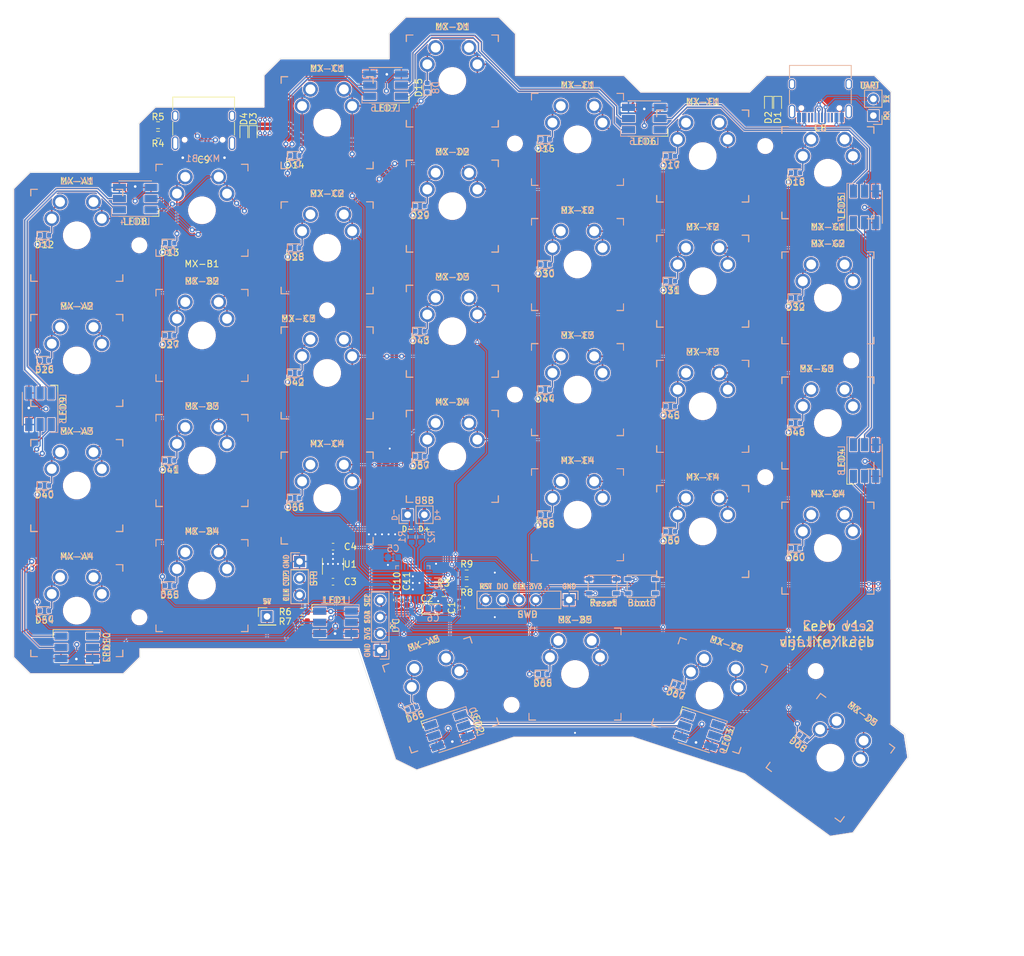
<source format=kicad_pcb>
(kicad_pcb (version 20171130) (host pcbnew 5.1.9)

  (general
    (thickness 1.6)
    (drawings 117)
    (tracks 1574)
    (zones 0)
    (modules 162)
    (nets 102)
  )

  (page A4)
  (layers
    (0 F.Cu signal)
    (31 B.Cu signal)
    (32 B.Adhes user)
    (33 F.Adhes user)
    (34 B.Paste user)
    (35 F.Paste user)
    (36 B.SilkS user)
    (37 F.SilkS user)
    (38 B.Mask user)
    (39 F.Mask user)
    (40 Dwgs.User user)
    (41 Cmts.User user)
    (42 Eco1.User user)
    (43 Eco2.User user)
    (44 Edge.Cuts user)
    (45 Margin user)
    (46 B.CrtYd user)
    (47 F.CrtYd user)
    (48 B.Fab user)
    (49 F.Fab user)
  )

  (setup
    (last_trace_width 0.2)
    (user_trace_width 0.128)
    (user_trace_width 0.2)
    (user_trace_width 0.3)
    (user_trace_width 0.4)
    (user_trace_width 0.5)
    (trace_clearance 0.128)
    (zone_clearance 0.127)
    (zone_45_only no)
    (trace_min 0.128)
    (via_size 0.6)
    (via_drill 0.3)
    (via_min_size 0.4)
    (via_min_drill 0.3)
    (uvia_size 0.3)
    (uvia_drill 0.1)
    (uvias_allowed no)
    (uvia_min_size 0.2)
    (uvia_min_drill 0.1)
    (edge_width 0.05)
    (segment_width 0.2)
    (pcb_text_width 0.3)
    (pcb_text_size 1.5 1.5)
    (mod_edge_width 0.12)
    (mod_text_size 1 1)
    (mod_text_width 0.15)
    (pad_size 1 2.1)
    (pad_drill 0.6)
    (pad_to_mask_clearance 0)
    (aux_axis_origin 31.75 17.145)
    (visible_elements FFFFFF7F)
    (pcbplotparams
      (layerselection 0x010fc_ffffffff)
      (usegerberextensions false)
      (usegerberattributes false)
      (usegerberadvancedattributes false)
      (creategerberjobfile false)
      (excludeedgelayer false)
      (linewidth 0.100000)
      (plotframeref false)
      (viasonmask false)
      (mode 1)
      (useauxorigin true)
      (hpglpennumber 1)
      (hpglpenspeed 20)
      (hpglpendiameter 15.000000)
      (psnegative false)
      (psa4output false)
      (plotreference true)
      (plotvalue true)
      (plotinvisibletext false)
      (padsonsilk false)
      (subtractmaskfromsilk false)
      (outputformat 1)
      (mirror false)
      (drillshape 0)
      (scaleselection 1)
      (outputdirectory "gerber/"))
  )

  (net 0 "")
  (net 1 "Net-(D11-Pad2)")
  (net 2 GND)
  (net 3 VCC)
  (net 4 "Net-(D14-Pad2)")
  (net 5 "Net-(D15-Pad2)")
  (net 6 "Net-(D16-Pad2)")
  (net 7 "Net-(D23-Pad2)")
  (net 8 "Net-(D24-Pad2)")
  (net 9 "Net-(D25-Pad2)")
  (net 10 "Net-(D33-Pad2)")
  (net 11 "Net-(D34-Pad2)")
  (net 12 "Net-(D35-Pad2)")
  (net 13 "Net-(D36-Pad2)")
  (net 14 +3V3)
  (net 15 UsbD+)
  (net 16 UsbD-)
  (net 17 UsartTx)
  (net 18 UsartRx)
  (net 19 Row1)
  (net 20 Row2)
  (net 21 Row3)
  (net 22 Row4)
  (net 23 Row5)
  (net 24 ColA)
  (net 25 ColC)
  (net 26 ColB)
  (net 27 ColD)
  (net 28 ColE)
  (net 29 ColF)
  (net 30 ColG)
  (net 31 Reset)
  (net 32 SwDio)
  (net 33 SwClk)
  (net 34 "Net-(D22-Pad2)")
  (net 35 "Net-(D13-Pad2)")
  (net 36 "Net-(D37-Pad2)")
  (net 37 "Net-(D38-Pad2)")
  (net 38 "Net-(D39-Pad2)")
  (net 39 "Net-(D47-Pad2)")
  (net 40 "Net-(D48-Pad2)")
  (net 41 "Net-(D49-Pad2)")
  (net 42 "Net-(D50-Pad2)")
  (net 43 /Boot0)
  (net 44 LedClk)
  (net 45 LedMosi)
  (net 46 I²cScl)
  (net 47 I²cSda)
  (net 48 /UsbRD-)
  (net 49 /UsbRD+)
  (net 50 "Net-(D12-Pad2)")
  (net 51 "Net-(D10-Pad2)")
  (net 52 "Net-(D61-Pad2)")
  (net 53 "Net-(D62-Pad2)")
  (net 54 "Net-(D63-Pad2)")
  (net 55 "Net-(LED1-Pad6)")
  (net 56 "Net-(LED1-Pad5)")
  (net 57 "Net-(LED2-Pad6)")
  (net 58 "Net-(LED2-Pad5)")
  (net 59 "Net-(LED3-Pad6)")
  (net 60 "Net-(LED3-Pad5)")
  (net 61 "Net-(LED4-Pad6)")
  (net 62 "Net-(LED4-Pad5)")
  (net 63 "Net-(LED10-Pad1)")
  (net 64 "Net-(LED10-Pad2)")
  (net 65 "Net-(LED6-Pad6)")
  (net 66 "Net-(LED6-Pad5)")
  (net 67 "Net-(LED11-Pad6)")
  (net 68 "Net-(LED11-Pad5)")
  (net 69 "Net-(LED12-Pad6)")
  (net 70 "Net-(LED12-Pad5)")
  (net 71 "Net-(LED13-Pad6)")
  (net 72 "Net-(LED13-Pad5)")
  (net 73 "Net-(LED14-Pad6)")
  (net 74 "Net-(LED14-Pad5)")
  (net 75 "Net-(LED15-Pad6)")
  (net 76 "Net-(LED15-Pad5)")
  (net 77 "Net-(LED16-Pad6)")
  (net 78 "Net-(LED16-Pad5)")
  (net 79 "Net-(D19-Pad2)")
  (net 80 "Net-(D20-Pad2)")
  (net 81 "Net-(D21-Pad2)")
  (net 82 "Net-(D51-Pad2)")
  (net 83 "Net-(D52-Pad2)")
  (net 84 "Net-(D53-Pad2)")
  (net 85 "Net-(D64-Pad2)")
  (net 86 "Net-(LED5-Pad6)")
  (net 87 "Net-(LED5-Pad5)")
  (net 88 "Net-(LED7-Pad6)")
  (net 89 "Net-(LED7-Pad5)")
  (net 90 "Net-(LED8-Pad6)")
  (net 91 "Net-(LED8-Pad5)")
  (net 92 "Net-(LED17-Pad6)")
  (net 93 "Net-(LED17-Pad5)")
  (net 94 "Net-(LED18-Pad6)")
  (net 95 "Net-(LED18-Pad5)")
  (net 96 "Net-(LED19-Pad6)")
  (net 97 "Net-(LED19-Pad5)")
  (net 98 /CC1)
  (net 99 /CC2)
  (net 100 "Net-(R8-Pad2)")
  (net 101 "Net-(R9-Pad2)")

  (net_class Default "This is the default net class."
    (clearance 0.128)
    (trace_width 0.2)
    (via_dia 0.6)
    (via_drill 0.3)
    (uvia_dia 0.3)
    (uvia_drill 0.1)
    (add_net +3V3)
    (add_net /Boot0)
    (add_net /CC1)
    (add_net /CC2)
    (add_net /UsbRD+)
    (add_net /UsbRD-)
    (add_net ColA)
    (add_net ColB)
    (add_net ColC)
    (add_net ColD)
    (add_net ColE)
    (add_net ColF)
    (add_net ColG)
    (add_net GND)
    (add_net I²cScl)
    (add_net I²cSda)
    (add_net LedClk)
    (add_net LedMosi)
    (add_net "Net-(D10-Pad2)")
    (add_net "Net-(D11-Pad2)")
    (add_net "Net-(D12-Pad2)")
    (add_net "Net-(D13-Pad2)")
    (add_net "Net-(D14-Pad2)")
    (add_net "Net-(D15-Pad2)")
    (add_net "Net-(D16-Pad2)")
    (add_net "Net-(D19-Pad2)")
    (add_net "Net-(D20-Pad2)")
    (add_net "Net-(D21-Pad2)")
    (add_net "Net-(D22-Pad2)")
    (add_net "Net-(D23-Pad2)")
    (add_net "Net-(D24-Pad2)")
    (add_net "Net-(D25-Pad2)")
    (add_net "Net-(D33-Pad2)")
    (add_net "Net-(D34-Pad2)")
    (add_net "Net-(D35-Pad2)")
    (add_net "Net-(D36-Pad2)")
    (add_net "Net-(D37-Pad2)")
    (add_net "Net-(D38-Pad2)")
    (add_net "Net-(D39-Pad2)")
    (add_net "Net-(D47-Pad2)")
    (add_net "Net-(D48-Pad2)")
    (add_net "Net-(D49-Pad2)")
    (add_net "Net-(D50-Pad2)")
    (add_net "Net-(D51-Pad2)")
    (add_net "Net-(D52-Pad2)")
    (add_net "Net-(D53-Pad2)")
    (add_net "Net-(D61-Pad2)")
    (add_net "Net-(D62-Pad2)")
    (add_net "Net-(D63-Pad2)")
    (add_net "Net-(D64-Pad2)")
    (add_net "Net-(LED1-Pad5)")
    (add_net "Net-(LED1-Pad6)")
    (add_net "Net-(LED10-Pad1)")
    (add_net "Net-(LED10-Pad2)")
    (add_net "Net-(LED11-Pad5)")
    (add_net "Net-(LED11-Pad6)")
    (add_net "Net-(LED12-Pad5)")
    (add_net "Net-(LED12-Pad6)")
    (add_net "Net-(LED13-Pad5)")
    (add_net "Net-(LED13-Pad6)")
    (add_net "Net-(LED14-Pad5)")
    (add_net "Net-(LED14-Pad6)")
    (add_net "Net-(LED15-Pad5)")
    (add_net "Net-(LED15-Pad6)")
    (add_net "Net-(LED16-Pad5)")
    (add_net "Net-(LED16-Pad6)")
    (add_net "Net-(LED17-Pad5)")
    (add_net "Net-(LED17-Pad6)")
    (add_net "Net-(LED18-Pad5)")
    (add_net "Net-(LED18-Pad6)")
    (add_net "Net-(LED19-Pad5)")
    (add_net "Net-(LED19-Pad6)")
    (add_net "Net-(LED2-Pad5)")
    (add_net "Net-(LED2-Pad6)")
    (add_net "Net-(LED3-Pad5)")
    (add_net "Net-(LED3-Pad6)")
    (add_net "Net-(LED4-Pad5)")
    (add_net "Net-(LED4-Pad6)")
    (add_net "Net-(LED5-Pad5)")
    (add_net "Net-(LED5-Pad6)")
    (add_net "Net-(LED6-Pad5)")
    (add_net "Net-(LED6-Pad6)")
    (add_net "Net-(LED7-Pad5)")
    (add_net "Net-(LED7-Pad6)")
    (add_net "Net-(LED8-Pad5)")
    (add_net "Net-(LED8-Pad6)")
    (add_net "Net-(R8-Pad2)")
    (add_net "Net-(R9-Pad2)")
    (add_net Reset)
    (add_net Row1)
    (add_net Row2)
    (add_net Row3)
    (add_net Row4)
    (add_net Row5)
    (add_net SwClk)
    (add_net SwDio)
    (add_net UsartRx)
    (add_net UsartTx)
    (add_net VCC)
  )

  (net_class "USB Data" ""
    (clearance 0.13)
    (trace_width 0.5)
    (via_dia 0.8)
    (via_drill 0.4)
    (uvia_dia 0.3)
    (uvia_drill 0.1)
    (add_net UsbD+)
    (add_net UsbD-)
  )

  (module Resistor_SMD:R_0603_1608Metric (layer F.Cu) (tedit 5F68FEEE) (tstamp 6059E1EF)
    (at 143.7894 100.5078 180)
    (descr "Resistor SMD 0603 (1608 Metric), square (rectangular) end terminal, IPC_7351 nominal, (Body size source: IPC-SM-782 page 72, https://www.pcb-3d.com/wordpress/wp-content/uploads/ipc-sm-782a_amendment_1_and_2.pdf), generated with kicad-footprint-generator")
    (tags resistor)
    (path /605EEFCC)
    (attr smd)
    (fp_text reference R9 (at 0 1.4224) (layer F.SilkS)
      (effects (font (size 1 1) (thickness 0.15)))
    )
    (fp_text value 0R (at 0 1.43) (layer F.Fab)
      (effects (font (size 1 1) (thickness 0.15)))
    )
    (fp_text user %R (at 0 0) (layer F.Fab)
      (effects (font (size 0.4 0.4) (thickness 0.06)))
    )
    (fp_line (start -0.8 0.4125) (end -0.8 -0.4125) (layer F.Fab) (width 0.1))
    (fp_line (start -0.8 -0.4125) (end 0.8 -0.4125) (layer F.Fab) (width 0.1))
    (fp_line (start 0.8 -0.4125) (end 0.8 0.4125) (layer F.Fab) (width 0.1))
    (fp_line (start 0.8 0.4125) (end -0.8 0.4125) (layer F.Fab) (width 0.1))
    (fp_line (start -0.237258 -0.5225) (end 0.237258 -0.5225) (layer F.SilkS) (width 0.12))
    (fp_line (start -0.237258 0.5225) (end 0.237258 0.5225) (layer F.SilkS) (width 0.12))
    (fp_line (start -1.48 0.73) (end -1.48 -0.73) (layer F.CrtYd) (width 0.05))
    (fp_line (start -1.48 -0.73) (end 1.48 -0.73) (layer F.CrtYd) (width 0.05))
    (fp_line (start 1.48 -0.73) (end 1.48 0.73) (layer F.CrtYd) (width 0.05))
    (fp_line (start 1.48 0.73) (end -1.48 0.73) (layer F.CrtYd) (width 0.05))
    (pad 2 smd roundrect (at 0.825 0 180) (size 0.8 0.95) (layers F.Cu F.Paste F.Mask) (roundrect_rratio 0.25)
      (net 101 "Net-(R9-Pad2)"))
    (pad 1 smd roundrect (at -0.825 0 180) (size 0.8 0.95) (layers F.Cu F.Paste F.Mask) (roundrect_rratio 0.25)
      (net 18 UsartRx))
    (model ${KISYS3DMOD}/Resistor_SMD.3dshapes/R_0603_1608Metric.wrl
      (at (xyz 0 0 0))
      (scale (xyz 1 1 1))
      (rotate (xyz 0 0 0))
    )
  )

  (module Resistor_SMD:R_0603_1608Metric (layer F.Cu) (tedit 5F68FEEE) (tstamp 6059E1DE)
    (at 143.7894 101.981 180)
    (descr "Resistor SMD 0603 (1608 Metric), square (rectangular) end terminal, IPC_7351 nominal, (Body size source: IPC-SM-782 page 72, https://www.pcb-3d.com/wordpress/wp-content/uploads/ipc-sm-782a_amendment_1_and_2.pdf), generated with kicad-footprint-generator")
    (tags resistor)
    (path /605EEB47)
    (attr smd)
    (fp_text reference R8 (at 0 -1.43) (layer F.SilkS)
      (effects (font (size 1 1) (thickness 0.15)))
    )
    (fp_text value 0R (at 0 1.43) (layer F.Fab)
      (effects (font (size 1 1) (thickness 0.15)))
    )
    (fp_text user %R (at 0 0) (layer F.Fab)
      (effects (font (size 0.4 0.4) (thickness 0.06)))
    )
    (fp_line (start -0.8 0.4125) (end -0.8 -0.4125) (layer F.Fab) (width 0.1))
    (fp_line (start -0.8 -0.4125) (end 0.8 -0.4125) (layer F.Fab) (width 0.1))
    (fp_line (start 0.8 -0.4125) (end 0.8 0.4125) (layer F.Fab) (width 0.1))
    (fp_line (start 0.8 0.4125) (end -0.8 0.4125) (layer F.Fab) (width 0.1))
    (fp_line (start -0.237258 -0.5225) (end 0.237258 -0.5225) (layer F.SilkS) (width 0.12))
    (fp_line (start -0.237258 0.5225) (end 0.237258 0.5225) (layer F.SilkS) (width 0.12))
    (fp_line (start -1.48 0.73) (end -1.48 -0.73) (layer F.CrtYd) (width 0.05))
    (fp_line (start -1.48 -0.73) (end 1.48 -0.73) (layer F.CrtYd) (width 0.05))
    (fp_line (start 1.48 -0.73) (end 1.48 0.73) (layer F.CrtYd) (width 0.05))
    (fp_line (start 1.48 0.73) (end -1.48 0.73) (layer F.CrtYd) (width 0.05))
    (pad 2 smd roundrect (at 0.825 0 180) (size 0.8 0.95) (layers F.Cu F.Paste F.Mask) (roundrect_rratio 0.25)
      (net 100 "Net-(R8-Pad2)"))
    (pad 1 smd roundrect (at -0.825 0 180) (size 0.8 0.95) (layers F.Cu F.Paste F.Mask) (roundrect_rratio 0.25)
      (net 17 UsartTx))
    (model ${KISYS3DMOD}/Resistor_SMD.3dshapes/R_0603_1608Metric.wrl
      (at (xyz 0 0 0))
      (scale (xyz 1 1 1))
      (rotate (xyz 0 0 0))
    )
  )

  (module Button_Switch_SMD:SW_SPST_PTS810 (layer F.Cu) (tedit 6058B95C) (tstamp 605995FF)
    (at 170.4213 102.4509)
    (descr "C&K Components, PTS 810 Series, Microminiature SMT Top Actuated, http://www.ckswitches.com/media/1476/pts810.pdf")
    (tags "SPST Button Switch")
    (path /605FEF50)
    (attr smd)
    (fp_text reference SW4 (at 0 -2.6) (layer F.SilkS) hide
      (effects (font (size 1 1) (thickness 0.15)))
    )
    (fp_text value SW_Push (at 0 2.6) (layer F.Fab) hide
      (effects (font (size 1 1) (thickness 0.15)))
    )
    (fp_line (start 2.1 1.6) (end 2.1 -1.6) (layer F.Fab) (width 0.1))
    (fp_line (start 2.1 -1.6) (end -2.1 -1.6) (layer F.Fab) (width 0.1))
    (fp_line (start -2.1 -1.6) (end -2.1 1.6) (layer F.Fab) (width 0.1))
    (fp_line (start -2.1 1.6) (end 2.1 1.6) (layer F.Fab) (width 0.1))
    (fp_line (start -0.4 -1.1) (end 0.4 -1.1) (layer F.Fab) (width 0.1))
    (fp_line (start 0.4 1.1) (end -0.4 1.1) (layer F.Fab) (width 0.1))
    (fp_line (start 2.2 -1.7) (end -2.2 -1.7) (layer F.SilkS) (width 0.12))
    (fp_line (start -2.2 -1.7) (end -2.2 -1.58) (layer F.SilkS) (width 0.12))
    (fp_line (start -2.2 -0.57) (end -2.2 0.57) (layer F.SilkS) (width 0.12))
    (fp_line (start -2.2 1.58) (end -2.2 1.7) (layer F.SilkS) (width 0.12))
    (fp_line (start -2.2 1.7) (end 2.2 1.7) (layer F.SilkS) (width 0.12))
    (fp_line (start 2.2 1.7) (end 2.2 1.58) (layer F.SilkS) (width 0.12))
    (fp_line (start 2.2 0.57) (end 2.2 -0.57) (layer F.SilkS) (width 0.12))
    (fp_line (start 2.2 -1.58) (end 2.2 -1.7) (layer F.SilkS) (width 0.12))
    (fp_line (start 2.85 -1.85) (end 2.85 1.85) (layer F.CrtYd) (width 0.05))
    (fp_line (start 2.85 1.85) (end -2.85 1.85) (layer F.CrtYd) (width 0.05))
    (fp_line (start -2.85 1.85) (end -2.85 -1.85) (layer F.CrtYd) (width 0.05))
    (fp_line (start -2.85 -1.85) (end 2.85 -1.85) (layer F.CrtYd) (width 0.05))
    (fp_arc (start 0.4 0) (end 0.4 -1.1) (angle 180) (layer F.Fab) (width 0.1))
    (fp_arc (start -0.4 0) (end -0.4 1.1) (angle 180) (layer F.Fab) (width 0.1))
    (fp_text user %R (at 0 0) (layer F.Fab)
      (effects (font (size 0.6 0.6) (thickness 0.09)))
    )
    (pad "" smd rect (at 2.075 1.075) (size 1.05 0.65) (layers F.Cu F.Paste F.Mask))
    (pad 2 smd rect (at -2.075 1.075) (size 1.05 0.65) (layers F.Cu F.Paste F.Mask)
      (net 43 /Boot0))
    (pad "" smd rect (at 2.075 -1.075) (size 1.05 0.65) (layers F.Cu F.Paste F.Mask))
    (pad 1 smd rect (at -2.075 -1.075) (size 1.05 0.65) (layers F.Cu F.Paste F.Mask)
      (net 14 +3V3))
    (model ${KIPRJMOD}/models/PTS810SJK250SMTRLFS.stp
      (offset (xyz 0 0 1.5))
      (scale (xyz 1 1 1))
      (rotate (xyz -90 0 0))
    )
  )

  (module Button_Switch_SMD:SW_SPST_PTS810 (layer B.Cu) (tedit 6058B967) (tstamp 605995E2)
    (at 170.4213 102.4509 180)
    (descr "C&K Components, PTS 810 Series, Microminiature SMT Top Actuated, http://www.ckswitches.com/media/1476/pts810.pdf")
    (tags "SPST Button Switch")
    (path /6060D3F5)
    (attr smd)
    (fp_text reference SW3 (at 0 2.6) (layer B.SilkS) hide
      (effects (font (size 1 1) (thickness 0.15)) (justify mirror))
    )
    (fp_text value SW_Push (at 0 -2.6) (layer B.Fab) hide
      (effects (font (size 1 1) (thickness 0.15)) (justify mirror))
    )
    (fp_line (start 2.1 -1.6) (end 2.1 1.6) (layer B.Fab) (width 0.1))
    (fp_line (start 2.1 1.6) (end -2.1 1.6) (layer B.Fab) (width 0.1))
    (fp_line (start -2.1 1.6) (end -2.1 -1.6) (layer B.Fab) (width 0.1))
    (fp_line (start -2.1 -1.6) (end 2.1 -1.6) (layer B.Fab) (width 0.1))
    (fp_line (start -0.4 1.1) (end 0.4 1.1) (layer B.Fab) (width 0.1))
    (fp_line (start 0.4 -1.1) (end -0.4 -1.1) (layer B.Fab) (width 0.1))
    (fp_line (start 2.2 1.7) (end -2.2 1.7) (layer B.SilkS) (width 0.12))
    (fp_line (start -2.2 1.7) (end -2.2 1.58) (layer B.SilkS) (width 0.12))
    (fp_line (start -2.2 0.57) (end -2.2 -0.57) (layer B.SilkS) (width 0.12))
    (fp_line (start -2.2 -1.58) (end -2.2 -1.7) (layer B.SilkS) (width 0.12))
    (fp_line (start -2.2 -1.7) (end 2.2 -1.7) (layer B.SilkS) (width 0.12))
    (fp_line (start 2.2 -1.7) (end 2.2 -1.58) (layer B.SilkS) (width 0.12))
    (fp_line (start 2.2 -0.57) (end 2.2 0.57) (layer B.SilkS) (width 0.12))
    (fp_line (start 2.2 1.58) (end 2.2 1.7) (layer B.SilkS) (width 0.12))
    (fp_line (start 2.85 1.85) (end 2.85 -1.85) (layer B.CrtYd) (width 0.05))
    (fp_line (start 2.85 -1.85) (end -2.85 -1.85) (layer B.CrtYd) (width 0.05))
    (fp_line (start -2.85 -1.85) (end -2.85 1.85) (layer B.CrtYd) (width 0.05))
    (fp_line (start -2.85 1.85) (end 2.85 1.85) (layer B.CrtYd) (width 0.05))
    (fp_arc (start 0.4 0) (end 0.4 1.1) (angle -180) (layer B.Fab) (width 0.1))
    (fp_arc (start -0.4 0) (end -0.4 -1.1) (angle -180) (layer B.Fab) (width 0.1))
    (fp_text user %R (at 0 0) (layer B.Fab)
      (effects (font (size 0.6 0.6) (thickness 0.09)) (justify mirror))
    )
    (pad 2 smd rect (at 2.075 -1.075 180) (size 1.05 0.65) (layers B.Cu B.Paste B.Mask)
      (net 43 /Boot0))
    (pad "" smd rect (at -2.075 -1.075 180) (size 1.05 0.65) (layers B.Cu B.Paste B.Mask))
    (pad 1 smd rect (at 2.075 1.075 180) (size 1.05 0.65) (layers B.Cu B.Paste B.Mask)
      (net 14 +3V3))
    (pad "" smd rect (at -2.075 1.075 180) (size 1.05 0.65) (layers B.Cu B.Paste B.Mask))
    (model ${KIPRJMOD}/models/PTS810SJK250SMTRLFS.stp
      (offset (xyz 0 0 1.5))
      (scale (xyz 1 1 1))
      (rotate (xyz -90 0 0))
    )
  )

  (module Capacitor_SMD:C_0603_1608Metric (layer F.Cu) (tedit 5F68FEEE) (tstamp 6058F531)
    (at 134.6454 104.5464 270)
    (descr "Capacitor SMD 0603 (1608 Metric), square (rectangular) end terminal, IPC_7351 nominal, (Body size source: IPC-SM-782 page 76, https://www.pcb-3d.com/wordpress/wp-content/uploads/ipc-sm-782a_amendment_1_and_2.pdf), generated with kicad-footprint-generator")
    (tags capacitor)
    (path /605BE918)
    (attr smd)
    (fp_text reference C11 (at -2.8575 0 90) (layer F.SilkS)
      (effects (font (size 1 1) (thickness 0.15)))
    )
    (fp_text value 10nF (at 0 1.43 90) (layer F.Fab)
      (effects (font (size 1 1) (thickness 0.15)))
    )
    (fp_line (start 1.48 0.73) (end -1.48 0.73) (layer F.CrtYd) (width 0.05))
    (fp_line (start 1.48 -0.73) (end 1.48 0.73) (layer F.CrtYd) (width 0.05))
    (fp_line (start -1.48 -0.73) (end 1.48 -0.73) (layer F.CrtYd) (width 0.05))
    (fp_line (start -1.48 0.73) (end -1.48 -0.73) (layer F.CrtYd) (width 0.05))
    (fp_line (start -0.14058 0.51) (end 0.14058 0.51) (layer F.SilkS) (width 0.12))
    (fp_line (start -0.14058 -0.51) (end 0.14058 -0.51) (layer F.SilkS) (width 0.12))
    (fp_line (start 0.8 0.4) (end -0.8 0.4) (layer F.Fab) (width 0.1))
    (fp_line (start 0.8 -0.4) (end 0.8 0.4) (layer F.Fab) (width 0.1))
    (fp_line (start -0.8 -0.4) (end 0.8 -0.4) (layer F.Fab) (width 0.1))
    (fp_line (start -0.8 0.4) (end -0.8 -0.4) (layer F.Fab) (width 0.1))
    (fp_text user %R (at 0 0 90) (layer F.Fab)
      (effects (font (size 0.4 0.4) (thickness 0.06)))
    )
    (pad 2 smd roundrect (at 0.775 0 270) (size 0.9 0.95) (layers F.Cu F.Paste F.Mask) (roundrect_rratio 0.25)
      (net 14 +3V3))
    (pad 1 smd roundrect (at -0.775 0 270) (size 0.9 0.95) (layers F.Cu F.Paste F.Mask) (roundrect_rratio 0.25)
      (net 2 GND))
    (model ${KISYS3DMOD}/Capacitor_SMD.3dshapes/C_0603_1608Metric.wrl
      (at (xyz 0 0 0))
      (scale (xyz 1 1 1))
      (rotate (xyz 0 0 0))
    )
  )

  (module Capacitor_SMD:C_0603_1608Metric (layer F.Cu) (tedit 5F68FEEE) (tstamp 6058D582)
    (at 133.1722 104.5461 270)
    (descr "Capacitor SMD 0603 (1608 Metric), square (rectangular) end terminal, IPC_7351 nominal, (Body size source: IPC-SM-782 page 76, https://www.pcb-3d.com/wordpress/wp-content/uploads/ipc-sm-782a_amendment_1_and_2.pdf), generated with kicad-footprint-generator")
    (tags capacitor)
    (path /605BF024)
    (attr smd)
    (fp_text reference C10 (at -2.8572 0 90) (layer F.SilkS)
      (effects (font (size 1 1) (thickness 0.15)))
    )
    (fp_text value 1µF (at 0 1.43 90) (layer F.Fab)
      (effects (font (size 1 1) (thickness 0.15)))
    )
    (fp_line (start 1.48 0.73) (end -1.48 0.73) (layer F.CrtYd) (width 0.05))
    (fp_line (start 1.48 -0.73) (end 1.48 0.73) (layer F.CrtYd) (width 0.05))
    (fp_line (start -1.48 -0.73) (end 1.48 -0.73) (layer F.CrtYd) (width 0.05))
    (fp_line (start -1.48 0.73) (end -1.48 -0.73) (layer F.CrtYd) (width 0.05))
    (fp_line (start -0.14058 0.51) (end 0.14058 0.51) (layer F.SilkS) (width 0.12))
    (fp_line (start -0.14058 -0.51) (end 0.14058 -0.51) (layer F.SilkS) (width 0.12))
    (fp_line (start 0.8 0.4) (end -0.8 0.4) (layer F.Fab) (width 0.1))
    (fp_line (start 0.8 -0.4) (end 0.8 0.4) (layer F.Fab) (width 0.1))
    (fp_line (start -0.8 -0.4) (end 0.8 -0.4) (layer F.Fab) (width 0.1))
    (fp_line (start -0.8 0.4) (end -0.8 -0.4) (layer F.Fab) (width 0.1))
    (fp_text user %R (at 0 0 90) (layer F.Fab)
      (effects (font (size 0.4 0.4) (thickness 0.06)))
    )
    (pad 2 smd roundrect (at 0.775 0 270) (size 0.9 0.95) (layers F.Cu F.Paste F.Mask) (roundrect_rratio 0.25)
      (net 14 +3V3))
    (pad 1 smd roundrect (at -0.775 0 270) (size 0.9 0.95) (layers F.Cu F.Paste F.Mask) (roundrect_rratio 0.25)
      (net 2 GND))
    (model ${KISYS3DMOD}/Capacitor_SMD.3dshapes/C_0603_1608Metric.wrl
      (at (xyz 0 0 0))
      (scale (xyz 1 1 1))
      (rotate (xyz 0 0 0))
    )
  )

  (module Connector_USB:USB_C_Receptacle_HRO_TYPE-C-31-M-12 (layer B.Cu) (tedit 6058B9A0) (tstamp 604BEBE2)
    (at 197.612 27.051)
    (descr "USB Type-C receptacle for USB 2.0 and PD, http://www.krhro.com/uploads/soft/180320/1-1P320120243.pdf")
    (tags "usb usb-c 2.0 pd")
    (path /60416777)
    (attr smd)
    (fp_text reference C7 (at 0 5.645) (layer B.SilkS)
      (effects (font (size 1 1) (thickness 0.15)) (justify mirror))
    )
    (fp_text value SplitConnectorL (at 0 -5.1) (layer B.Fab)
      (effects (font (size 1 1) (thickness 0.15)) (justify mirror))
    )
    (fp_line (start -4.7 -3.9) (end 4.7 -3.9) (layer B.SilkS) (width 0.12))
    (fp_line (start -4.47 3.65) (end 4.47 3.65) (layer B.Fab) (width 0.1))
    (fp_line (start -4.47 3.65) (end -4.47 -3.65) (layer B.Fab) (width 0.1))
    (fp_line (start -4.47 -3.65) (end 4.47 -3.65) (layer B.Fab) (width 0.1))
    (fp_line (start 4.47 3.65) (end 4.47 -3.65) (layer B.Fab) (width 0.1))
    (fp_line (start -5.32 5.27) (end 5.32 5.27) (layer B.CrtYd) (width 0.05))
    (fp_line (start -5.32 -4.15) (end 5.32 -4.15) (layer B.CrtYd) (width 0.05))
    (fp_line (start -5.32 5.27) (end -5.32 -4.15) (layer B.CrtYd) (width 0.05))
    (fp_line (start 5.32 5.27) (end 5.32 -4.15) (layer B.CrtYd) (width 0.05))
    (fp_line (start 4.7 1.9) (end 4.7 -0.1) (layer B.SilkS) (width 0.12))
    (fp_line (start 4.7 -2) (end 4.7 -3.9) (layer B.SilkS) (width 0.12))
    (fp_line (start -4.7 1.9) (end -4.7 -0.1) (layer B.SilkS) (width 0.12))
    (fp_line (start -4.7 -2) (end -4.7 -3.9) (layer B.SilkS) (width 0.12))
    (fp_text user %R (at 0 0) (layer B.Fab)
      (effects (font (size 1 1) (thickness 0.15)) (justify mirror))
    )
    (pad B1 smd rect (at 3.25 4.045) (size 0.6 1.45) (layers B.Cu B.Paste B.Mask)
      (net 2 GND))
    (pad A9 smd rect (at 2.45 4.045) (size 0.6 1.45) (layers B.Cu B.Paste B.Mask)
      (net 3 VCC))
    (pad B9 smd rect (at -2.45 4.045) (size 0.6 1.45) (layers B.Cu B.Paste B.Mask)
      (net 3 VCC))
    (pad B12 smd rect (at -3.25 4.045) (size 0.6 1.45) (layers B.Cu B.Paste B.Mask)
      (net 2 GND))
    (pad A1 smd rect (at -3.25 4.045) (size 0.6 1.45) (layers B.Cu B.Paste B.Mask)
      (net 2 GND))
    (pad A4 smd rect (at -2.45 4.045) (size 0.6 1.45) (layers B.Cu B.Paste B.Mask)
      (net 3 VCC))
    (pad B4 smd rect (at 2.45 4.045) (size 0.6 1.45) (layers B.Cu B.Paste B.Mask)
      (net 3 VCC))
    (pad A12 smd rect (at 3.25 4.045) (size 0.6 1.45) (layers B.Cu B.Paste B.Mask)
      (net 2 GND))
    (pad B8 smd rect (at -1.75 4.045) (size 0.3 1.45) (layers B.Cu B.Paste B.Mask))
    (pad A5 smd rect (at -1.25 4.045) (size 0.3 1.45) (layers B.Cu B.Paste B.Mask))
    (pad B7 smd rect (at -0.75 4.045) (size 0.3 1.45) (layers B.Cu B.Paste B.Mask)
      (net 17 UsartTx))
    (pad A7 smd rect (at 0.25 4.045) (size 0.3 1.45) (layers B.Cu B.Paste B.Mask)
      (net 17 UsartTx))
    (pad B6 smd rect (at 0.75 4.045) (size 0.3 1.45) (layers B.Cu B.Paste B.Mask)
      (net 18 UsartRx))
    (pad A8 smd rect (at 1.25 4.045) (size 0.3 1.45) (layers B.Cu B.Paste B.Mask))
    (pad B5 smd rect (at 1.75 4.045) (size 0.3 1.45) (layers B.Cu B.Paste B.Mask))
    (pad A6 smd rect (at -0.25 4.045) (size 0.3 1.45) (layers B.Cu B.Paste B.Mask)
      (net 18 UsartRx))
    (pad "" thru_hole oval (at 4.32 3.13) (size 1 2.1) (drill oval 0.6 1.7) (layers *.Cu *.Mask))
    (pad S1 thru_hole oval (at -4.32 3.13) (size 1 2.1) (drill oval 0.6 1.7) (layers *.Cu *.Mask))
    (pad "" np_thru_hole circle (at -2.89 2.6) (size 0.65 0.65) (drill 0.65) (layers *.Cu *.Mask))
    (pad "" thru_hole oval (at -4.32 -1.05) (size 1 1.6) (drill oval 0.6 1.2) (layers *.Cu *.Mask))
    (pad "" np_thru_hole circle (at 2.89 2.6) (size 0.65 0.65) (drill 0.65) (layers *.Cu *.Mask))
    (pad "" thru_hole oval (at 4.32 -1.05) (size 1 1.6) (drill oval 0.6 1.2) (layers *.Cu *.Mask))
    (model ${KISYS3DMOD}/Connector_USB.3dshapes/USB_C_Receptacle_HRO_TYPE-C-31-M-12.wrl
      (at (xyz 0 0 0))
      (scale (xyz 1 1 1))
      (rotate (xyz 0 0 0))
    )
  )

  (module Connector_USB:USB_C_Receptacle_HRO_TYPE-C-31-M-12 (layer F.Cu) (tedit 60499412) (tstamp 604BEC32)
    (at 103.759 31.877 180)
    (descr "USB Type-C receptacle for USB 2.0 and PD, http://www.krhro.com/uploads/soft/180320/1-1P320120243.pdf")
    (tags "usb usb-c 2.0 pd")
    (path /6054A257)
    (attr smd)
    (fp_text reference C9 (at 0 -5.645) (layer F.SilkS)
      (effects (font (size 1 1) (thickness 0.15)))
    )
    (fp_text value USB (at 0 5.1) (layer F.Fab)
      (effects (font (size 1 1) (thickness 0.15)))
    )
    (fp_line (start -4.7 3.9) (end 4.7 3.9) (layer F.SilkS) (width 0.12))
    (fp_line (start -4.47 -3.65) (end 4.47 -3.65) (layer F.Fab) (width 0.1))
    (fp_line (start -4.47 -3.65) (end -4.47 3.65) (layer F.Fab) (width 0.1))
    (fp_line (start -4.47 3.65) (end 4.47 3.65) (layer F.Fab) (width 0.1))
    (fp_line (start 4.47 -3.65) (end 4.47 3.65) (layer F.Fab) (width 0.1))
    (fp_line (start -5.32 -5.27) (end 5.32 -5.27) (layer F.CrtYd) (width 0.05))
    (fp_line (start -5.32 4.15) (end 5.32 4.15) (layer F.CrtYd) (width 0.05))
    (fp_line (start -5.32 -5.27) (end -5.32 4.15) (layer F.CrtYd) (width 0.05))
    (fp_line (start 5.32 -5.27) (end 5.32 4.15) (layer F.CrtYd) (width 0.05))
    (fp_line (start 4.7 -1.9) (end 4.7 0.1) (layer F.SilkS) (width 0.12))
    (fp_line (start 4.7 2) (end 4.7 3.9) (layer F.SilkS) (width 0.12))
    (fp_line (start -4.7 -1.9) (end -4.7 0.1) (layer F.SilkS) (width 0.12))
    (fp_line (start -4.7 2) (end -4.7 3.9) (layer F.SilkS) (width 0.12))
    (fp_text user %R (at 0 0) (layer F.Fab)
      (effects (font (size 1 1) (thickness 0.15)))
    )
    (pad B1 smd rect (at 3.25 -4.045 180) (size 0.6 1.45) (layers F.Cu F.Paste F.Mask)
      (net 2 GND))
    (pad A9 smd rect (at 2.45 -4.045 180) (size 0.6 1.45) (layers F.Cu F.Paste F.Mask)
      (net 3 VCC))
    (pad B9 smd rect (at -2.45 -4.045 180) (size 0.6 1.45) (layers F.Cu F.Paste F.Mask)
      (net 3 VCC))
    (pad B12 smd rect (at -3.25 -4.045 180) (size 0.6 1.45) (layers F.Cu F.Paste F.Mask)
      (net 2 GND))
    (pad A1 smd rect (at -3.25 -4.045 180) (size 0.6 1.45) (layers F.Cu F.Paste F.Mask)
      (net 2 GND))
    (pad A4 smd rect (at -2.45 -4.045 180) (size 0.6 1.45) (layers F.Cu F.Paste F.Mask)
      (net 3 VCC))
    (pad B4 smd rect (at 2.45 -4.045 180) (size 0.6 1.45) (layers F.Cu F.Paste F.Mask)
      (net 3 VCC))
    (pad A12 smd rect (at 3.25 -4.045 180) (size 0.6 1.45) (layers F.Cu F.Paste F.Mask)
      (net 2 GND))
    (pad B8 smd rect (at -1.75 -4.045 180) (size 0.3 1.45) (layers F.Cu F.Paste F.Mask))
    (pad A5 smd rect (at -1.25 -4.045 180) (size 0.3 1.45) (layers F.Cu F.Paste F.Mask)
      (net 98 /CC1))
    (pad B7 smd rect (at -0.75 -4.045 180) (size 0.3 1.45) (layers F.Cu F.Paste F.Mask)
      (net 16 UsbD-))
    (pad A7 smd rect (at 0.25 -4.045 180) (size 0.3 1.45) (layers F.Cu F.Paste F.Mask)
      (net 16 UsbD-))
    (pad B6 smd rect (at 0.75 -4.045 180) (size 0.3 1.45) (layers F.Cu F.Paste F.Mask)
      (net 15 UsbD+))
    (pad A8 smd rect (at 1.25 -4.045 180) (size 0.3 1.45) (layers F.Cu F.Paste F.Mask))
    (pad B5 smd rect (at 1.75 -4.045 180) (size 0.3 1.45) (layers F.Cu F.Paste F.Mask)
      (net 99 /CC2))
    (pad A6 smd rect (at -0.25 -4.045 180) (size 0.3 1.45) (layers F.Cu F.Paste F.Mask)
      (net 15 UsbD+))
    (pad S1 thru_hole oval (at 4.32 -3.13 180) (size 1 2.1) (drill oval 0.6 1.7) (layers *.Cu *.Mask))
    (pad "" thru_hole oval (at -4.32 -3.13 180) (size 1 2.1) (drill oval 0.6 1.7) (layers *.Cu *.Mask))
    (pad "" np_thru_hole circle (at -2.89 -2.6 180) (size 0.65 0.65) (drill 0.65) (layers *.Cu *.Mask))
    (pad "" thru_hole oval (at -4.32 1.05 180) (size 1 1.6) (drill oval 0.6 1.2) (layers *.Cu *.Mask))
    (pad "" np_thru_hole circle (at 2.89 -2.6 180) (size 0.65 0.65) (drill 0.65) (layers *.Cu *.Mask))
    (pad "" thru_hole oval (at 4.32 1.05 180) (size 1 1.6) (drill oval 0.6 1.2) (layers *.Cu *.Mask))
    (model ${KISYS3DMOD}/Connector_USB.3dshapes/USB_C_Receptacle_HRO_TYPE-C-31-M-12.wrl
      (at (xyz 0 0 0))
      (scale (xyz 1 1 1))
      (rotate (xyz 0 0 0))
    )
  )

  (module Connector_USB:USB_C_Receptacle_HRO_TYPE-C-31-M-12 (layer F.Cu) (tedit 60499328) (tstamp 604BEC0A)
    (at 197.612 27.051 180)
    (descr "USB Type-C receptacle for USB 2.0 and PD, http://www.krhro.com/uploads/soft/180320/1-1P320120243.pdf")
    (tags "usb usb-c 2.0 pd")
    (path /605262E7)
    (attr smd)
    (fp_text reference C8 (at 0 -5.645) (layer F.SilkS)
      (effects (font (size 1 1) (thickness 0.15)))
    )
    (fp_text value SplitConnectorR (at 0 5.1) (layer F.Fab)
      (effects (font (size 1 1) (thickness 0.15)))
    )
    (fp_line (start -4.7 3.9) (end 4.7 3.9) (layer F.SilkS) (width 0.12))
    (fp_line (start -4.47 -3.65) (end 4.47 -3.65) (layer F.Fab) (width 0.1))
    (fp_line (start -4.47 -3.65) (end -4.47 3.65) (layer F.Fab) (width 0.1))
    (fp_line (start -4.47 3.65) (end 4.47 3.65) (layer F.Fab) (width 0.1))
    (fp_line (start 4.47 -3.65) (end 4.47 3.65) (layer F.Fab) (width 0.1))
    (fp_line (start -5.32 -5.27) (end 5.32 -5.27) (layer F.CrtYd) (width 0.05))
    (fp_line (start -5.32 4.15) (end 5.32 4.15) (layer F.CrtYd) (width 0.05))
    (fp_line (start -5.32 -5.27) (end -5.32 4.15) (layer F.CrtYd) (width 0.05))
    (fp_line (start 5.32 -5.27) (end 5.32 4.15) (layer F.CrtYd) (width 0.05))
    (fp_line (start 4.7 -1.9) (end 4.7 0.1) (layer F.SilkS) (width 0.12))
    (fp_line (start 4.7 2) (end 4.7 3.9) (layer F.SilkS) (width 0.12))
    (fp_line (start -4.7 -1.9) (end -4.7 0.1) (layer F.SilkS) (width 0.12))
    (fp_line (start -4.7 2) (end -4.7 3.9) (layer F.SilkS) (width 0.12))
    (fp_text user %R (at 0 0) (layer F.Fab)
      (effects (font (size 1 1) (thickness 0.15)))
    )
    (pad B1 smd rect (at 3.25 -4.045 180) (size 0.6 1.45) (layers F.Cu F.Paste F.Mask)
      (net 2 GND))
    (pad A9 smd rect (at 2.45 -4.045 180) (size 0.6 1.45) (layers F.Cu F.Paste F.Mask)
      (net 3 VCC))
    (pad B9 smd rect (at -2.45 -4.045 180) (size 0.6 1.45) (layers F.Cu F.Paste F.Mask)
      (net 3 VCC))
    (pad B12 smd rect (at -3.25 -4.045 180) (size 0.6 1.45) (layers F.Cu F.Paste F.Mask)
      (net 2 GND))
    (pad A1 smd rect (at -3.25 -4.045 180) (size 0.6 1.45) (layers F.Cu F.Paste F.Mask)
      (net 2 GND))
    (pad A4 smd rect (at -2.45 -4.045 180) (size 0.6 1.45) (layers F.Cu F.Paste F.Mask)
      (net 3 VCC))
    (pad B4 smd rect (at 2.45 -4.045 180) (size 0.6 1.45) (layers F.Cu F.Paste F.Mask)
      (net 3 VCC))
    (pad A12 smd rect (at 3.25 -4.045 180) (size 0.6 1.45) (layers F.Cu F.Paste F.Mask)
      (net 2 GND))
    (pad B8 smd rect (at -1.75 -4.045 180) (size 0.3 1.45) (layers F.Cu F.Paste F.Mask))
    (pad A5 smd rect (at -1.25 -4.045 180) (size 0.3 1.45) (layers F.Cu F.Paste F.Mask))
    (pad B7 smd rect (at -0.75 -4.045 180) (size 0.3 1.45) (layers F.Cu F.Paste F.Mask)
      (net 18 UsartRx))
    (pad A7 smd rect (at 0.25 -4.045 180) (size 0.3 1.45) (layers F.Cu F.Paste F.Mask)
      (net 18 UsartRx))
    (pad B6 smd rect (at 0.75 -4.045 180) (size 0.3 1.45) (layers F.Cu F.Paste F.Mask)
      (net 17 UsartTx))
    (pad A8 smd rect (at 1.25 -4.045 180) (size 0.3 1.45) (layers F.Cu F.Paste F.Mask))
    (pad B5 smd rect (at 1.75 -4.045 180) (size 0.3 1.45) (layers F.Cu F.Paste F.Mask))
    (pad A6 smd rect (at -0.25 -4.045 180) (size 0.3 1.45) (layers F.Cu F.Paste F.Mask)
      (net 17 UsartTx))
    (pad S1 thru_hole oval (at 4.32 -3.13 180) (size 1 2.1) (drill oval 0.6 1.7) (layers *.Cu *.Mask))
    (pad "" thru_hole oval (at -4.32 -3.13 180) (size 1 2.1) (drill oval 0.6 1.7) (layers *.Cu *.Mask))
    (pad "" np_thru_hole circle (at -2.89 -2.6 180) (size 0.65 0.65) (drill 0.65) (layers *.Cu *.Mask))
    (pad "" thru_hole oval (at -4.32 1.05 180) (size 1 1.6) (drill oval 0.6 1.2) (layers *.Cu *.Mask))
    (pad "" np_thru_hole circle (at 2.89 -2.6 180) (size 0.65 0.65) (drill 0.65) (layers *.Cu *.Mask))
    (pad "" thru_hole oval (at 4.32 1.05 180) (size 1 1.6) (drill oval 0.6 1.2) (layers *.Cu *.Mask))
    (model ${KISYS3DMOD}/Connector_USB.3dshapes/USB_C_Receptacle_HRO_TYPE-C-31-M-12.wrl
      (at (xyz 0 0 0))
      (scale (xyz 1 1 1))
      (rotate (xyz 0 0 0))
    )
  )

  (module Connector_PinHeader_2.54mm:PinHeader_1x01_P2.54mm_Vertical (layer F.Cu) (tedit 59FED5CC) (tstamp 604AE333)
    (at 113.411 107.061)
    (descr "Through hole straight pin header, 1x01, 2.54mm pitch, single row")
    (tags "Through hole pin header THT 1x01 2.54mm single row")
    (path /604EB296)
    (fp_text reference H6 (at 0 -2.33) (layer F.SilkS) hide
      (effects (font (size 1 1) (thickness 0.15)))
    )
    (fp_text value 5vTest (at 0 2.33) (layer F.Fab)
      (effects (font (size 1 1) (thickness 0.15)))
    )
    (fp_line (start -0.635 -1.27) (end 1.27 -1.27) (layer F.Fab) (width 0.1))
    (fp_line (start 1.27 -1.27) (end 1.27 1.27) (layer F.Fab) (width 0.1))
    (fp_line (start 1.27 1.27) (end -1.27 1.27) (layer F.Fab) (width 0.1))
    (fp_line (start -1.27 1.27) (end -1.27 -0.635) (layer F.Fab) (width 0.1))
    (fp_line (start -1.27 -0.635) (end -0.635 -1.27) (layer F.Fab) (width 0.1))
    (fp_line (start -1.33 1.33) (end 1.33 1.33) (layer F.SilkS) (width 0.12))
    (fp_line (start -1.33 1.27) (end -1.33 1.33) (layer F.SilkS) (width 0.12))
    (fp_line (start 1.33 1.27) (end 1.33 1.33) (layer F.SilkS) (width 0.12))
    (fp_line (start -1.33 1.27) (end 1.33 1.27) (layer F.SilkS) (width 0.12))
    (fp_line (start -1.33 0) (end -1.33 -1.33) (layer F.SilkS) (width 0.12))
    (fp_line (start -1.33 -1.33) (end 0 -1.33) (layer F.SilkS) (width 0.12))
    (fp_line (start -1.8 -1.8) (end -1.8 1.8) (layer F.CrtYd) (width 0.05))
    (fp_line (start -1.8 1.8) (end 1.8 1.8) (layer F.CrtYd) (width 0.05))
    (fp_line (start 1.8 1.8) (end 1.8 -1.8) (layer F.CrtYd) (width 0.05))
    (fp_line (start 1.8 -1.8) (end -1.8 -1.8) (layer F.CrtYd) (width 0.05))
    (fp_text user %R (at 0 0 90) (layer F.Fab)
      (effects (font (size 1 1) (thickness 0.15)))
    )
    (pad 1 thru_hole rect (at 0 0) (size 1.7 1.7) (drill 1) (layers *.Cu *.Mask)
      (net 3 VCC))
    (model ${KISYS3DMOD}/Connector_PinHeader_2.54mm.3dshapes/PinHeader_1x01_P2.54mm_Vertical.wrl
      (at (xyz 0 0 0))
      (scale (xyz 1 1 1))
      (rotate (xyz 0 0 0))
    )
  )

  (module Connector_PinHeader_2.54mm:PinHeader_1x03_P2.54mm_Vertical (layer F.Cu) (tedit 59FED5CC) (tstamp 6049C3F1)
    (at 118.35638 98.69678)
    (descr "Through hole straight pin header, 1x03, 2.54mm pitch, single row")
    (tags "Through hole pin header THT 1x03 2.54mm single row")
    (path /60297E7F)
    (fp_text reference H1 (at 0 -2.33) (layer F.SilkS) hide
      (effects (font (size 1 1) (thickness 0.15)))
    )
    (fp_text value SpiTest (at 0 7.41) (layer F.Fab)
      (effects (font (size 1 1) (thickness 0.15)))
    )
    (fp_line (start -0.635 -1.27) (end 1.27 -1.27) (layer F.Fab) (width 0.1))
    (fp_line (start 1.27 -1.27) (end 1.27 6.35) (layer F.Fab) (width 0.1))
    (fp_line (start 1.27 6.35) (end -1.27 6.35) (layer F.Fab) (width 0.1))
    (fp_line (start -1.27 6.35) (end -1.27 -0.635) (layer F.Fab) (width 0.1))
    (fp_line (start -1.27 -0.635) (end -0.635 -1.27) (layer F.Fab) (width 0.1))
    (fp_line (start -1.33 6.41) (end 1.33 6.41) (layer F.SilkS) (width 0.12))
    (fp_line (start -1.33 1.27) (end -1.33 6.41) (layer F.SilkS) (width 0.12))
    (fp_line (start 1.33 1.27) (end 1.33 6.41) (layer F.SilkS) (width 0.12))
    (fp_line (start -1.33 1.27) (end 1.33 1.27) (layer F.SilkS) (width 0.12))
    (fp_line (start -1.33 0) (end -1.33 -1.33) (layer F.SilkS) (width 0.12))
    (fp_line (start -1.33 -1.33) (end 0 -1.33) (layer F.SilkS) (width 0.12))
    (fp_line (start -1.8 -1.8) (end -1.8 6.85) (layer F.CrtYd) (width 0.05))
    (fp_line (start -1.8 6.85) (end 1.8 6.85) (layer F.CrtYd) (width 0.05))
    (fp_line (start 1.8 6.85) (end 1.8 -1.8) (layer F.CrtYd) (width 0.05))
    (fp_line (start 1.8 -1.8) (end -1.8 -1.8) (layer F.CrtYd) (width 0.05))
    (fp_text user %R (at 0 2.54 90) (layer F.Fab)
      (effects (font (size 1 1) (thickness 0.15)))
    )
    (pad 3 thru_hole oval (at 0 5.08) (size 1.7 1.7) (drill 1) (layers *.Cu *.Mask)
      (net 44 LedClk))
    (pad 2 thru_hole oval (at 0 2.54) (size 1.7 1.7) (drill 1) (layers *.Cu *.Mask)
      (net 45 LedMosi))
    (pad 1 thru_hole rect (at 0 0) (size 1.7 1.7) (drill 1) (layers *.Cu *.Mask)
      (net 2 GND))
    (model ${KISYS3DMOD}/Connector_PinHeader_2.54mm.3dshapes/PinHeader_1x03_P2.54mm_Vertical.wrl
      (at (xyz 0 0 0))
      (scale (xyz 1 1 1))
      (rotate (xyz 0 0 0))
    )
  )

  (module Button_Switch_SMD:SW_SPST_PTS810 (layer B.Cu) (tedit 603D5AD5) (tstamp 601A6A9E)
    (at 164.4777 102.4509 180)
    (descr "C&K Components, PTS 810 Series, Microminiature SMT Top Actuated, http://www.ckswitches.com/media/1476/pts810.pdf")
    (tags "SPST Button Switch")
    (path /604917B4)
    (attr smd)
    (fp_text reference SW2 (at 0 2.6) (layer B.SilkS) hide
      (effects (font (size 1 1) (thickness 0.15)) (justify mirror))
    )
    (fp_text value SW_Push (at 0 -2.6) (layer B.Fab) hide
      (effects (font (size 1 1) (thickness 0.15)) (justify mirror))
    )
    (fp_line (start 2.1 -1.6) (end 2.1 1.6) (layer B.Fab) (width 0.1))
    (fp_line (start 2.1 1.6) (end -2.1 1.6) (layer B.Fab) (width 0.1))
    (fp_line (start -2.1 1.6) (end -2.1 -1.6) (layer B.Fab) (width 0.1))
    (fp_line (start -2.1 -1.6) (end 2.1 -1.6) (layer B.Fab) (width 0.1))
    (fp_line (start -0.4 1.1) (end 0.4 1.1) (layer B.Fab) (width 0.1))
    (fp_line (start 0.4 -1.1) (end -0.4 -1.1) (layer B.Fab) (width 0.1))
    (fp_line (start 2.2 1.7) (end -2.2 1.7) (layer B.SilkS) (width 0.12))
    (fp_line (start -2.2 1.7) (end -2.2 1.58) (layer B.SilkS) (width 0.12))
    (fp_line (start -2.2 0.57) (end -2.2 -0.57) (layer B.SilkS) (width 0.12))
    (fp_line (start -2.2 -1.58) (end -2.2 -1.7) (layer B.SilkS) (width 0.12))
    (fp_line (start -2.2 -1.7) (end 2.2 -1.7) (layer B.SilkS) (width 0.12))
    (fp_line (start 2.2 -1.7) (end 2.2 -1.58) (layer B.SilkS) (width 0.12))
    (fp_line (start 2.2 -0.57) (end 2.2 0.57) (layer B.SilkS) (width 0.12))
    (fp_line (start 2.2 1.58) (end 2.2 1.7) (layer B.SilkS) (width 0.12))
    (fp_line (start 2.85 1.85) (end 2.85 -1.85) (layer B.CrtYd) (width 0.05))
    (fp_line (start 2.85 -1.85) (end -2.85 -1.85) (layer B.CrtYd) (width 0.05))
    (fp_line (start -2.85 -1.85) (end -2.85 1.85) (layer B.CrtYd) (width 0.05))
    (fp_line (start -2.85 1.85) (end 2.85 1.85) (layer B.CrtYd) (width 0.05))
    (fp_text user %R (at 0 0) (layer B.Fab)
      (effects (font (size 0.6 0.6) (thickness 0.09)) (justify mirror))
    )
    (fp_arc (start -0.4 0) (end -0.4 -1.1) (angle -180) (layer B.Fab) (width 0.1))
    (fp_arc (start 0.4 0) (end 0.4 1.1) (angle -180) (layer B.Fab) (width 0.1))
    (pad 1 smd rect (at -2.075 1.075 180) (size 1.05 0.65) (layers B.Cu B.Paste B.Mask)
      (net 2 GND))
    (pad 1 smd rect (at 2.075 1.075 180) (size 1.05 0.65) (layers B.Cu B.Paste B.Mask)
      (net 2 GND))
    (pad "" smd rect (at -2.075 -1.075 180) (size 1.05 0.65) (layers B.Cu B.Paste B.Mask))
    (pad 2 smd rect (at 2.075 -1.075 180) (size 1.05 0.65) (layers B.Cu B.Paste B.Mask)
      (net 31 Reset))
    (model ${KIPRJMOD}/models/PTS810SJK250SMTRLFS.stp
      (offset (xyz 0 0 1.5))
      (scale (xyz 1 1 1))
      (rotate (xyz -90 0 0))
    )
  )

  (module Button_Switch_SMD:SW_SPST_PTS810 (layer F.Cu) (tedit 603D5AC9) (tstamp 6022D53F)
    (at 164.4777 102.4509)
    (descr "C&K Components, PTS 810 Series, Microminiature SMT Top Actuated, http://www.ckswitches.com/media/1476/pts810.pdf")
    (tags "SPST Button Switch")
    (path /60491483)
    (attr smd)
    (fp_text reference SW1 (at 0 -2.6) (layer F.SilkS) hide
      (effects (font (size 1 1) (thickness 0.15)))
    )
    (fp_text value SW_Push (at 0 2.6) (layer F.Fab) hide
      (effects (font (size 1 1) (thickness 0.15)))
    )
    (fp_line (start 2.1 1.6) (end 2.1 -1.6) (layer F.Fab) (width 0.1))
    (fp_line (start 2.1 -1.6) (end -2.1 -1.6) (layer F.Fab) (width 0.1))
    (fp_line (start -2.1 -1.6) (end -2.1 1.6) (layer F.Fab) (width 0.1))
    (fp_line (start -2.1 1.6) (end 2.1 1.6) (layer F.Fab) (width 0.1))
    (fp_line (start -0.4 -1.1) (end 0.4 -1.1) (layer F.Fab) (width 0.1))
    (fp_line (start 0.4 1.1) (end -0.4 1.1) (layer F.Fab) (width 0.1))
    (fp_line (start 2.2 -1.7) (end -2.2 -1.7) (layer F.SilkS) (width 0.12))
    (fp_line (start -2.2 -1.7) (end -2.2 -1.58) (layer F.SilkS) (width 0.12))
    (fp_line (start -2.2 -0.57) (end -2.2 0.57) (layer F.SilkS) (width 0.12))
    (fp_line (start -2.2 1.58) (end -2.2 1.7) (layer F.SilkS) (width 0.12))
    (fp_line (start -2.2 1.7) (end 2.2 1.7) (layer F.SilkS) (width 0.12))
    (fp_line (start 2.2 1.7) (end 2.2 1.58) (layer F.SilkS) (width 0.12))
    (fp_line (start 2.2 0.57) (end 2.2 -0.57) (layer F.SilkS) (width 0.12))
    (fp_line (start 2.2 -1.58) (end 2.2 -1.7) (layer F.SilkS) (width 0.12))
    (fp_line (start 2.85 -1.85) (end 2.85 1.85) (layer F.CrtYd) (width 0.05))
    (fp_line (start 2.85 1.85) (end -2.85 1.85) (layer F.CrtYd) (width 0.05))
    (fp_line (start -2.85 1.85) (end -2.85 -1.85) (layer F.CrtYd) (width 0.05))
    (fp_line (start -2.85 -1.85) (end 2.85 -1.85) (layer F.CrtYd) (width 0.05))
    (fp_text user %R (at 0 0) (layer F.Fab)
      (effects (font (size 0.6 0.6) (thickness 0.09)))
    )
    (fp_arc (start -0.4 0) (end -0.4 1.1) (angle 180) (layer F.Fab) (width 0.1))
    (fp_arc (start 0.4 0) (end 0.4 -1.1) (angle 180) (layer F.Fab) (width 0.1))
    (pad 1 smd rect (at -2.075 -1.075) (size 1.05 0.65) (layers F.Cu F.Paste F.Mask)
      (net 2 GND))
    (pad 1 smd rect (at 2.075 -1.075) (size 1.05 0.65) (layers F.Cu F.Paste F.Mask)
      (net 2 GND))
    (pad 2 smd rect (at -2.075 1.075) (size 1.05 0.65) (layers F.Cu F.Paste F.Mask)
      (net 31 Reset))
    (pad "" smd rect (at 2.075 1.075) (size 1.05 0.65) (layers F.Cu F.Paste F.Mask))
    (model ${KIPRJMOD}/models/PTS810SJK250SMTRLFS.stp
      (offset (xyz 0 0 1.5))
      (scale (xyz 1 1 1))
      (rotate (xyz -90 0 0))
    )
  )

  (module Resistor_SMD:R_0603_1608Metric (layer F.Cu) (tedit 5F68FEEE) (tstamp 6041863D)
    (at 118.6942 107.823 180)
    (descr "Resistor SMD 0603 (1608 Metric), square (rectangular) end terminal, IPC_7351 nominal, (Body size source: IPC-SM-782 page 72, https://www.pcb-3d.com/wordpress/wp-content/uploads/ipc-sm-782a_amendment_1_and_2.pdf), generated with kicad-footprint-generator")
    (tags resistor)
    (path /611A55F2)
    (attr smd)
    (fp_text reference R7 (at 2.5273 0) (layer F.SilkS)
      (effects (font (size 1 1) (thickness 0.15)))
    )
    (fp_text value 10k (at 0 1.43) (layer F.Fab)
      (effects (font (size 1 1) (thickness 0.15)))
    )
    (fp_line (start -0.8 0.4125) (end -0.8 -0.4125) (layer F.Fab) (width 0.1))
    (fp_line (start -0.8 -0.4125) (end 0.8 -0.4125) (layer F.Fab) (width 0.1))
    (fp_line (start 0.8 -0.4125) (end 0.8 0.4125) (layer F.Fab) (width 0.1))
    (fp_line (start 0.8 0.4125) (end -0.8 0.4125) (layer F.Fab) (width 0.1))
    (fp_line (start -0.237258 -0.5225) (end 0.237258 -0.5225) (layer F.SilkS) (width 0.12))
    (fp_line (start -0.237258 0.5225) (end 0.237258 0.5225) (layer F.SilkS) (width 0.12))
    (fp_line (start -1.48 0.73) (end -1.48 -0.73) (layer F.CrtYd) (width 0.05))
    (fp_line (start -1.48 -0.73) (end 1.48 -0.73) (layer F.CrtYd) (width 0.05))
    (fp_line (start 1.48 -0.73) (end 1.48 0.73) (layer F.CrtYd) (width 0.05))
    (fp_line (start 1.48 0.73) (end -1.48 0.73) (layer F.CrtYd) (width 0.05))
    (fp_text user %R (at 0 0) (layer F.Fab)
      (effects (font (size 0.4 0.4) (thickness 0.06)))
    )
    (pad 2 smd roundrect (at 0.825 0 180) (size 0.8 0.95) (layers F.Cu F.Paste F.Mask) (roundrect_rratio 0.25)
      (net 3 VCC))
    (pad 1 smd roundrect (at -0.825 0 180) (size 0.8 0.95) (layers F.Cu F.Paste F.Mask) (roundrect_rratio 0.25)
      (net 44 LedClk))
    (model ${KISYS3DMOD}/Resistor_SMD.3dshapes/R_0603_1608Metric.wrl
      (at (xyz 0 0 0))
      (scale (xyz 1 1 1))
      (rotate (xyz 0 0 0))
    )
  )

  (module Resistor_SMD:R_0603_1608Metric (layer F.Cu) (tedit 5F68FEEE) (tstamp 603E4C28)
    (at 118.6942 106.3498 180)
    (descr "Resistor SMD 0603 (1608 Metric), square (rectangular) end terminal, IPC_7351 nominal, (Body size source: IPC-SM-782 page 72, https://www.pcb-3d.com/wordpress/wp-content/uploads/ipc-sm-782a_amendment_1_and_2.pdf), generated with kicad-footprint-generator")
    (tags resistor)
    (path /611A55EB)
    (attr smd)
    (fp_text reference R6 (at 2.5146 0) (layer F.SilkS)
      (effects (font (size 1 1) (thickness 0.15)))
    )
    (fp_text value 10k (at 0 1.43) (layer F.Fab)
      (effects (font (size 1 1) (thickness 0.15)))
    )
    (fp_line (start -0.8 0.4125) (end -0.8 -0.4125) (layer F.Fab) (width 0.1))
    (fp_line (start -0.8 -0.4125) (end 0.8 -0.4125) (layer F.Fab) (width 0.1))
    (fp_line (start 0.8 -0.4125) (end 0.8 0.4125) (layer F.Fab) (width 0.1))
    (fp_line (start 0.8 0.4125) (end -0.8 0.4125) (layer F.Fab) (width 0.1))
    (fp_line (start -0.237258 -0.5225) (end 0.237258 -0.5225) (layer F.SilkS) (width 0.12))
    (fp_line (start -0.237258 0.5225) (end 0.237258 0.5225) (layer F.SilkS) (width 0.12))
    (fp_line (start -1.48 0.73) (end -1.48 -0.73) (layer F.CrtYd) (width 0.05))
    (fp_line (start -1.48 -0.73) (end 1.48 -0.73) (layer F.CrtYd) (width 0.05))
    (fp_line (start 1.48 -0.73) (end 1.48 0.73) (layer F.CrtYd) (width 0.05))
    (fp_line (start 1.48 0.73) (end -1.48 0.73) (layer F.CrtYd) (width 0.05))
    (fp_text user %R (at 0 0) (layer F.Fab)
      (effects (font (size 0.4 0.4) (thickness 0.06)))
    )
    (pad 2 smd roundrect (at 0.825 0 180) (size 0.8 0.95) (layers F.Cu F.Paste F.Mask) (roundrect_rratio 0.25)
      (net 3 VCC))
    (pad 1 smd roundrect (at -0.825 0 180) (size 0.8 0.95) (layers F.Cu F.Paste F.Mask) (roundrect_rratio 0.25)
      (net 45 LedMosi))
    (model ${KISYS3DMOD}/Resistor_SMD.3dshapes/R_0603_1608Metric.wrl
      (at (xyz 0 0 0))
      (scale (xyz 1 1 1))
      (rotate (xyz 0 0 0))
    )
  )

  (module Diode_SMD:D_SOD-523 (layer B.Cu) (tedit 586419F0) (tstamp 60204336)
    (at 79.545 49.022)
    (descr "http://www.diodes.com/datasheets/ap02001.pdf p.144")
    (tags "Diode SOD523")
    (path /5E30C242/6041677F)
    (attr smd)
    (fp_text reference D5 (at 0 1.3) (layer B.SilkS)
      (effects (font (size 1 1) (thickness 0.15)) (justify mirror))
    )
    (fp_text value 1N4148WS (at 0 -1.4) (layer B.Fab)
      (effects (font (size 1 1) (thickness 0.15)) (justify mirror))
    )
    (fp_line (start -1.15 0.6) (end -1.15 -0.6) (layer B.SilkS) (width 0.12))
    (fp_line (start 1.25 0.7) (end 1.25 -0.7) (layer B.CrtYd) (width 0.05))
    (fp_line (start -1.25 0.7) (end 1.25 0.7) (layer B.CrtYd) (width 0.05))
    (fp_line (start -1.25 -0.7) (end -1.25 0.7) (layer B.CrtYd) (width 0.05))
    (fp_line (start 1.25 -0.7) (end -1.25 -0.7) (layer B.CrtYd) (width 0.05))
    (fp_line (start 0.1 0) (end 0.25 0) (layer B.Fab) (width 0.1))
    (fp_line (start 0.1 0.2) (end -0.2 0) (layer B.Fab) (width 0.1))
    (fp_line (start 0.1 -0.2) (end 0.1 0.2) (layer B.Fab) (width 0.1))
    (fp_line (start -0.2 0) (end 0.1 -0.2) (layer B.Fab) (width 0.1))
    (fp_line (start -0.2 0) (end -0.35 0) (layer B.Fab) (width 0.1))
    (fp_line (start -0.2 -0.2) (end -0.2 0.2) (layer B.Fab) (width 0.1))
    (fp_line (start 0.65 0.45) (end 0.65 -0.45) (layer B.Fab) (width 0.1))
    (fp_line (start -0.65 0.45) (end 0.65 0.45) (layer B.Fab) (width 0.1))
    (fp_line (start -0.65 -0.45) (end -0.65 0.45) (layer B.Fab) (width 0.1))
    (fp_line (start 0.65 -0.45) (end -0.65 -0.45) (layer B.Fab) (width 0.1))
    (fp_line (start 0.7 0.6) (end -1.15 0.6) (layer B.SilkS) (width 0.12))
    (fp_line (start 0.7 -0.6) (end -1.15 -0.6) (layer B.SilkS) (width 0.12))
    (fp_text user %R (at 0 1.3) (layer B.Fab)
      (effects (font (size 1 1) (thickness 0.15)) (justify mirror))
    )
    (pad 1 smd rect (at -0.7 0 180) (size 0.6 0.7) (layers B.Cu B.Paste B.Mask)
      (net 24 ColA))
    (pad 2 smd rect (at 0.7 0 180) (size 0.6 0.7) (layers B.Cu B.Paste B.Mask)
      (net 50 "Net-(D12-Pad2)"))
    (model ${KISYS3DMOD}/Diode_SMD.3dshapes/D_SOD-523.wrl
      (at (xyz 0 0 0))
      (scale (xyz 1 1 1))
      (rotate (xyz 0 0 0))
    )
  )

  (module Package_DFN_QFN:QFN-32-1EP_5x5mm_P0.5mm_EP3.45x3.45mm (layer B.Cu) (tedit 5DC5F6A4) (tstamp 6028544A)
    (at 135.5979 101.9556 90)
    (descr "QFN, 32 Pin (http://www.analog.com/media/en/package-pcb-resources/package/pkg_pdf/ltc-legacy-qfn/QFN_32_05-08-1693.pdf), generated with kicad-footprint-generator ipc_noLead_generator.py")
    (tags "QFN NoLead")
    (path /60827A1B)
    (attr smd)
    (fp_text reference U2 (at 0 3.82 90) (layer B.SilkS)
      (effects (font (size 1 1) (thickness 0.15)) (justify mirror))
    )
    (fp_text value STM32F042K6Ux (at 0 -3.82 90) (layer B.Fab)
      (effects (font (size 1 1) (thickness 0.15)) (justify mirror))
    )
    (fp_line (start 3.12 3.12) (end -3.12 3.12) (layer B.CrtYd) (width 0.05))
    (fp_line (start 3.12 -3.12) (end 3.12 3.12) (layer B.CrtYd) (width 0.05))
    (fp_line (start -3.12 -3.12) (end 3.12 -3.12) (layer B.CrtYd) (width 0.05))
    (fp_line (start -3.12 3.12) (end -3.12 -3.12) (layer B.CrtYd) (width 0.05))
    (fp_line (start -2.5 1.5) (end -1.5 2.5) (layer B.Fab) (width 0.1))
    (fp_line (start -2.5 -2.5) (end -2.5 1.5) (layer B.Fab) (width 0.1))
    (fp_line (start 2.5 -2.5) (end -2.5 -2.5) (layer B.Fab) (width 0.1))
    (fp_line (start 2.5 2.5) (end 2.5 -2.5) (layer B.Fab) (width 0.1))
    (fp_line (start -1.5 2.5) (end 2.5 2.5) (layer B.Fab) (width 0.1))
    (fp_line (start -2.135 2.61) (end -2.61 2.61) (layer B.SilkS) (width 0.12))
    (fp_line (start 2.61 -2.61) (end 2.61 -2.135) (layer B.SilkS) (width 0.12))
    (fp_line (start 2.135 -2.61) (end 2.61 -2.61) (layer B.SilkS) (width 0.12))
    (fp_line (start -2.61 -2.61) (end -2.61 -2.135) (layer B.SilkS) (width 0.12))
    (fp_line (start -2.135 -2.61) (end -2.61 -2.61) (layer B.SilkS) (width 0.12))
    (fp_line (start 2.61 2.61) (end 2.61 2.135) (layer B.SilkS) (width 0.12))
    (fp_line (start 2.135 2.61) (end 2.61 2.61) (layer B.SilkS) (width 0.12))
    (fp_text user %R (at 0 0 90) (layer B.Fab)
      (effects (font (size 1 1) (thickness 0.15)) (justify mirror))
    )
    (pad 1 smd roundrect (at -2.4375 1.75 90) (size 0.875 0.25) (layers B.Cu B.Paste B.Mask) (roundrect_rratio 0.25)
      (net 14 +3V3))
    (pad 2 smd roundrect (at -2.4375 1.25 90) (size 0.875 0.25) (layers B.Cu B.Paste B.Mask) (roundrect_rratio 0.25)
      (net 47 I²cSda))
    (pad 3 smd roundrect (at -2.4375 0.75 90) (size 0.875 0.25) (layers B.Cu B.Paste B.Mask) (roundrect_rratio 0.25)
      (net 46 I²cScl))
    (pad 4 smd roundrect (at -2.4375 0.25 90) (size 0.875 0.25) (layers B.Cu B.Paste B.Mask) (roundrect_rratio 0.25)
      (net 31 Reset))
    (pad 5 smd roundrect (at -2.4375 -0.25 90) (size 0.875 0.25) (layers B.Cu B.Paste B.Mask) (roundrect_rratio 0.25)
      (net 14 +3V3))
    (pad 6 smd roundrect (at -2.4375 -0.75 90) (size 0.875 0.25) (layers B.Cu B.Paste B.Mask) (roundrect_rratio 0.25)
      (net 27 ColD))
    (pad 7 smd roundrect (at -2.4375 -1.25 90) (size 0.875 0.25) (layers B.Cu B.Paste B.Mask) (roundrect_rratio 0.25)
      (net 28 ColE))
    (pad 8 smd roundrect (at -2.4375 -1.75 90) (size 0.875 0.25) (layers B.Cu B.Paste B.Mask) (roundrect_rratio 0.25)
      (net 29 ColF))
    (pad 9 smd roundrect (at -1.75 -2.4375 90) (size 0.25 0.875) (layers B.Cu B.Paste B.Mask) (roundrect_rratio 0.25)
      (net 30 ColG))
    (pad 10 smd roundrect (at -1.25 -2.4375 90) (size 0.25 0.875) (layers B.Cu B.Paste B.Mask) (roundrect_rratio 0.25)
      (net 24 ColA))
    (pad 11 smd roundrect (at -0.75 -2.4375 90) (size 0.25 0.875) (layers B.Cu B.Paste B.Mask) (roundrect_rratio 0.25)
      (net 26 ColB))
    (pad 12 smd roundrect (at -0.25 -2.4375 90) (size 0.25 0.875) (layers B.Cu B.Paste B.Mask) (roundrect_rratio 0.25)
      (net 25 ColC))
    (pad 13 smd roundrect (at 0.25 -2.4375 90) (size 0.25 0.875) (layers B.Cu B.Paste B.Mask) (roundrect_rratio 0.25))
    (pad 14 smd roundrect (at 0.75 -2.4375 90) (size 0.25 0.875) (layers B.Cu B.Paste B.Mask) (roundrect_rratio 0.25)
      (net 22 Row4))
    (pad 15 smd roundrect (at 1.25 -2.4375 90) (size 0.25 0.875) (layers B.Cu B.Paste B.Mask) (roundrect_rratio 0.25)
      (net 20 Row2))
    (pad 16 smd roundrect (at 1.75 -2.4375 90) (size 0.25 0.875) (layers B.Cu B.Paste B.Mask) (roundrect_rratio 0.25)
      (net 19 Row1))
    (pad 17 smd roundrect (at 2.4375 -1.75 90) (size 0.875 0.25) (layers B.Cu B.Paste B.Mask) (roundrect_rratio 0.25)
      (net 14 +3V3))
    (pad 18 smd roundrect (at 2.4375 -1.25 90) (size 0.875 0.25) (layers B.Cu B.Paste B.Mask) (roundrect_rratio 0.25))
    (pad 19 smd roundrect (at 2.4375 -0.75 90) (size 0.875 0.25) (layers B.Cu B.Paste B.Mask) (roundrect_rratio 0.25)
      (net 100 "Net-(R8-Pad2)"))
    (pad 20 smd roundrect (at 2.4375 -0.25 90) (size 0.875 0.25) (layers B.Cu B.Paste B.Mask) (roundrect_rratio 0.25)
      (net 101 "Net-(R9-Pad2)"))
    (pad 21 smd roundrect (at 2.4375 0.25 90) (size 0.875 0.25) (layers B.Cu B.Paste B.Mask) (roundrect_rratio 0.25)
      (net 48 /UsbRD-))
    (pad 22 smd roundrect (at 2.4375 0.75 90) (size 0.875 0.25) (layers B.Cu B.Paste B.Mask) (roundrect_rratio 0.25)
      (net 49 /UsbRD+))
    (pad 23 smd roundrect (at 2.4375 1.25 90) (size 0.875 0.25) (layers B.Cu B.Paste B.Mask) (roundrect_rratio 0.25)
      (net 32 SwDio))
    (pad 24 smd roundrect (at 2.4375 1.75 90) (size 0.875 0.25) (layers B.Cu B.Paste B.Mask) (roundrect_rratio 0.25)
      (net 33 SwClk))
    (pad 25 smd roundrect (at 1.75 2.4375 90) (size 0.25 0.875) (layers B.Cu B.Paste B.Mask) (roundrect_rratio 0.25))
    (pad 26 smd roundrect (at 1.25 2.4375 90) (size 0.25 0.875) (layers B.Cu B.Paste B.Mask) (roundrect_rratio 0.25)
      (net 44 LedClk))
    (pad 27 smd roundrect (at 0.75 2.4375 90) (size 0.25 0.875) (layers B.Cu B.Paste B.Mask) (roundrect_rratio 0.25))
    (pad 28 smd roundrect (at 0.25 2.4375 90) (size 0.25 0.875) (layers B.Cu B.Paste B.Mask) (roundrect_rratio 0.25)
      (net 45 LedMosi))
    (pad 29 smd roundrect (at -0.25 2.4375 90) (size 0.25 0.875) (layers B.Cu B.Paste B.Mask) (roundrect_rratio 0.25)
      (net 21 Row3))
    (pad 30 smd roundrect (at -0.75 2.4375 90) (size 0.25 0.875) (layers B.Cu B.Paste B.Mask) (roundrect_rratio 0.25)
      (net 23 Row5))
    (pad 31 smd roundrect (at -1.25 2.4375 90) (size 0.25 0.875) (layers B.Cu B.Paste B.Mask) (roundrect_rratio 0.25))
    (pad 32 smd roundrect (at -1.75 2.4375 90) (size 0.25 0.875) (layers B.Cu B.Paste B.Mask) (roundrect_rratio 0.25)
      (net 43 /Boot0))
    (pad 33 smd rect (at 0 0 90) (size 3.45 3.45) (layers B.Cu B.Mask)
      (net 2 GND))
    (pad "" smd roundrect (at -1.15 1.15 90) (size 0.93 0.93) (layers B.Paste) (roundrect_rratio 0.25))
    (pad "" smd roundrect (at -1.15 0 90) (size 0.93 0.93) (layers B.Paste) (roundrect_rratio 0.25))
    (pad "" smd roundrect (at -1.15 -1.15 90) (size 0.93 0.93) (layers B.Paste) (roundrect_rratio 0.25))
    (pad "" smd roundrect (at 0 1.15 90) (size 0.93 0.93) (layers B.Paste) (roundrect_rratio 0.25))
    (pad "" smd roundrect (at 0 0 90) (size 0.93 0.93) (layers B.Paste) (roundrect_rratio 0.25))
    (pad "" smd roundrect (at 0 -1.15 90) (size 0.93 0.93) (layers B.Paste) (roundrect_rratio 0.25))
    (pad "" smd roundrect (at 1.15 1.15 90) (size 0.93 0.93) (layers B.Paste) (roundrect_rratio 0.25))
    (pad "" smd roundrect (at 1.15 0 90) (size 0.93 0.93) (layers B.Paste) (roundrect_rratio 0.25))
    (pad "" smd roundrect (at 1.15 -1.15 90) (size 0.93 0.93) (layers B.Paste) (roundrect_rratio 0.25))
    (model ${KISYS3DMOD}/Package_DFN_QFN.3dshapes/QFN-32-1EP_5x5mm_P0.5mm_EP3.45x3.45mm.wrl
      (at (xyz 0 0 0))
      (scale (xyz 1 1 1))
      (rotate (xyz 0 0 0))
    )
  )

  (module Diode_SMD:D_SOD-523 (layer F.Cu) (tedit 586419F0) (tstamp 60209A9B)
    (at 195.0085 125.476 323.8)
    (descr "http://www.diodes.com/datasheets/ap02001.pdf p.144")
    (tags "Diode SOD523")
    (path /5E30C242/604167C3)
    (attr smd)
    (fp_text reference D68 (at 0.014412 1.374402 143.8) (layer F.SilkS)
      (effects (font (size 1 1) (thickness 0.15)))
    )
    (fp_text value 1N4148WS (at 0 1.4 143.8) (layer F.Fab)
      (effects (font (size 1 1) (thickness 0.15)))
    )
    (fp_line (start -1.15 -0.6) (end -1.15 0.6) (layer F.SilkS) (width 0.12))
    (fp_line (start 1.25 -0.7) (end 1.25 0.7) (layer F.CrtYd) (width 0.05))
    (fp_line (start -1.25 -0.7) (end 1.25 -0.7) (layer F.CrtYd) (width 0.05))
    (fp_line (start -1.25 0.7) (end -1.25 -0.7) (layer F.CrtYd) (width 0.05))
    (fp_line (start 1.25 0.7) (end -1.25 0.7) (layer F.CrtYd) (width 0.05))
    (fp_line (start 0.1 0) (end 0.25 0) (layer F.Fab) (width 0.1))
    (fp_line (start 0.1 -0.2) (end -0.2 0) (layer F.Fab) (width 0.1))
    (fp_line (start 0.1 0.2) (end 0.1 -0.2) (layer F.Fab) (width 0.1))
    (fp_line (start -0.2 0) (end 0.1 0.2) (layer F.Fab) (width 0.1))
    (fp_line (start -0.2 0) (end -0.35 0) (layer F.Fab) (width 0.1))
    (fp_line (start -0.2 0.2) (end -0.2 -0.2) (layer F.Fab) (width 0.1))
    (fp_line (start 0.65 -0.45) (end 0.65 0.45) (layer F.Fab) (width 0.1))
    (fp_line (start -0.65 -0.45) (end 0.65 -0.45) (layer F.Fab) (width 0.1))
    (fp_line (start -0.65 0.45) (end -0.65 -0.45) (layer F.Fab) (width 0.1))
    (fp_line (start 0.65 0.45) (end -0.65 0.45) (layer F.Fab) (width 0.1))
    (fp_line (start 0.7 -0.6) (end -1.15 -0.6) (layer F.SilkS) (width 0.12))
    (fp_line (start 0.7 0.6) (end -1.15 0.6) (layer F.SilkS) (width 0.12))
    (fp_text user %R (at 0 -1.3 143.8) (layer F.Fab)
      (effects (font (size 1 1) (thickness 0.15)))
    )
    (pad 1 smd rect (at -0.7 0 143.8) (size 0.6 0.7) (layers F.Cu F.Paste F.Mask)
      (net 30 ColG))
    (pad 2 smd rect (at 0.7 0 143.8) (size 0.6 0.7) (layers F.Cu F.Paste F.Mask)
      (net 85 "Net-(D64-Pad2)"))
    (model ${KISYS3DMOD}/Diode_SMD.3dshapes/D_SOD-523.wrl
      (at (xyz 0 0 0))
      (scale (xyz 1 1 1))
      (rotate (xyz 0 0 0))
    )
  )

  (module Diode_SMD:D_SOD-523 (layer F.Cu) (tedit 586419F0) (tstamp 60223424)
    (at 176.022 117.5385 341.8)
    (descr "http://www.diodes.com/datasheets/ap02001.pdf p.144")
    (tags "Diode SOD523")
    (path /5E30C242/604167C4)
    (attr smd)
    (fp_text reference D67 (at -0.017829 1.409587 161.8) (layer F.SilkS)
      (effects (font (size 1 1) (thickness 0.15)))
    )
    (fp_text value 1N4148WS (at 0 1.4 161.8) (layer F.Fab)
      (effects (font (size 1 1) (thickness 0.15)))
    )
    (fp_line (start -1.15 -0.6) (end -1.15 0.6) (layer F.SilkS) (width 0.12))
    (fp_line (start 1.25 -0.7) (end 1.25 0.7) (layer F.CrtYd) (width 0.05))
    (fp_line (start -1.25 -0.7) (end 1.25 -0.7) (layer F.CrtYd) (width 0.05))
    (fp_line (start -1.25 0.7) (end -1.25 -0.7) (layer F.CrtYd) (width 0.05))
    (fp_line (start 1.25 0.7) (end -1.25 0.7) (layer F.CrtYd) (width 0.05))
    (fp_line (start 0.1 0) (end 0.25 0) (layer F.Fab) (width 0.1))
    (fp_line (start 0.1 -0.2) (end -0.2 0) (layer F.Fab) (width 0.1))
    (fp_line (start 0.1 0.2) (end 0.1 -0.2) (layer F.Fab) (width 0.1))
    (fp_line (start -0.2 0) (end 0.1 0.2) (layer F.Fab) (width 0.1))
    (fp_line (start -0.2 0) (end -0.35 0) (layer F.Fab) (width 0.1))
    (fp_line (start -0.2 0.2) (end -0.2 -0.2) (layer F.Fab) (width 0.1))
    (fp_line (start 0.65 -0.45) (end 0.65 0.45) (layer F.Fab) (width 0.1))
    (fp_line (start -0.65 -0.45) (end 0.65 -0.45) (layer F.Fab) (width 0.1))
    (fp_line (start -0.65 0.45) (end -0.65 -0.45) (layer F.Fab) (width 0.1))
    (fp_line (start 0.65 0.45) (end -0.65 0.45) (layer F.Fab) (width 0.1))
    (fp_line (start 0.7 -0.6) (end -1.15 -0.6) (layer F.SilkS) (width 0.12))
    (fp_line (start 0.7 0.6) (end -1.15 0.6) (layer F.SilkS) (width 0.12))
    (fp_text user %R (at 0 -1.3 161.8) (layer F.Fab)
      (effects (font (size 1 1) (thickness 0.15)))
    )
    (pad 1 smd rect (at -0.7 0 161.8) (size 0.6 0.7) (layers F.Cu F.Paste F.Mask)
      (net 29 ColF))
    (pad 2 smd rect (at 0.7 0 161.8) (size 0.6 0.7) (layers F.Cu F.Paste F.Mask)
      (net 54 "Net-(D63-Pad2)"))
    (model ${KISYS3DMOD}/Diode_SMD.3dshapes/D_SOD-523.wrl
      (at (xyz 0 0 0))
      (scale (xyz 1 1 1))
      (rotate (xyz 0 0 0))
    )
  )

  (module Diode_SMD:D_SOD-523 (layer F.Cu) (tedit 586419F0) (tstamp 60209A6B)
    (at 155.364 115.824)
    (descr "http://www.diodes.com/datasheets/ap02001.pdf p.144")
    (tags "Diode SOD523")
    (path /5E30C242/604167C5)
    (attr smd)
    (fp_text reference D66 (at 0 1.4224) (layer F.SilkS)
      (effects (font (size 1 1) (thickness 0.15)))
    )
    (fp_text value 1N4148WS (at 0 1.4) (layer F.Fab)
      (effects (font (size 1 1) (thickness 0.15)))
    )
    (fp_line (start -1.15 -0.6) (end -1.15 0.6) (layer F.SilkS) (width 0.12))
    (fp_line (start 1.25 -0.7) (end 1.25 0.7) (layer F.CrtYd) (width 0.05))
    (fp_line (start -1.25 -0.7) (end 1.25 -0.7) (layer F.CrtYd) (width 0.05))
    (fp_line (start -1.25 0.7) (end -1.25 -0.7) (layer F.CrtYd) (width 0.05))
    (fp_line (start 1.25 0.7) (end -1.25 0.7) (layer F.CrtYd) (width 0.05))
    (fp_line (start 0.1 0) (end 0.25 0) (layer F.Fab) (width 0.1))
    (fp_line (start 0.1 -0.2) (end -0.2 0) (layer F.Fab) (width 0.1))
    (fp_line (start 0.1 0.2) (end 0.1 -0.2) (layer F.Fab) (width 0.1))
    (fp_line (start -0.2 0) (end 0.1 0.2) (layer F.Fab) (width 0.1))
    (fp_line (start -0.2 0) (end -0.35 0) (layer F.Fab) (width 0.1))
    (fp_line (start -0.2 0.2) (end -0.2 -0.2) (layer F.Fab) (width 0.1))
    (fp_line (start 0.65 -0.45) (end 0.65 0.45) (layer F.Fab) (width 0.1))
    (fp_line (start -0.65 -0.45) (end 0.65 -0.45) (layer F.Fab) (width 0.1))
    (fp_line (start -0.65 0.45) (end -0.65 -0.45) (layer F.Fab) (width 0.1))
    (fp_line (start 0.65 0.45) (end -0.65 0.45) (layer F.Fab) (width 0.1))
    (fp_line (start 0.7 -0.6) (end -1.15 -0.6) (layer F.SilkS) (width 0.12))
    (fp_line (start 0.7 0.6) (end -1.15 0.6) (layer F.SilkS) (width 0.12))
    (fp_text user %R (at 0 -1.3) (layer F.Fab)
      (effects (font (size 1 1) (thickness 0.15)))
    )
    (pad 1 smd rect (at -0.7 0 180) (size 0.6 0.7) (layers F.Cu F.Paste F.Mask)
      (net 28 ColE))
    (pad 2 smd rect (at 0.7 0 180) (size 0.6 0.7) (layers F.Cu F.Paste F.Mask)
      (net 53 "Net-(D62-Pad2)"))
    (model ${KISYS3DMOD}/Diode_SMD.3dshapes/D_SOD-523.wrl
      (at (xyz 0 0 0))
      (scale (xyz 1 1 1))
      (rotate (xyz 0 0 0))
    )
  )

  (module Diode_SMD:D_SOD-523 (layer F.Cu) (tedit 586419F0) (tstamp 60270F97)
    (at 135.509 121.031 18.3)
    (descr "http://www.diodes.com/datasheets/ap02001.pdf p.144")
    (tags "Diode SOD523")
    (path /5E30C242/61810F09)
    (attr smd)
    (fp_text reference D65 (at 0.003216 1.365468 18.3) (layer F.SilkS)
      (effects (font (size 1 1) (thickness 0.15)))
    )
    (fp_text value 1N4148WS (at 0 1.4 18.3) (layer F.Fab)
      (effects (font (size 1 1) (thickness 0.15)))
    )
    (fp_line (start -1.15 -0.6) (end -1.15 0.6) (layer F.SilkS) (width 0.12))
    (fp_line (start 1.25 -0.7) (end 1.25 0.7) (layer F.CrtYd) (width 0.05))
    (fp_line (start -1.25 -0.7) (end 1.25 -0.7) (layer F.CrtYd) (width 0.05))
    (fp_line (start -1.25 0.7) (end -1.25 -0.7) (layer F.CrtYd) (width 0.05))
    (fp_line (start 1.25 0.7) (end -1.25 0.7) (layer F.CrtYd) (width 0.05))
    (fp_line (start 0.1 0) (end 0.25 0) (layer F.Fab) (width 0.1))
    (fp_line (start 0.1 -0.2) (end -0.2 0) (layer F.Fab) (width 0.1))
    (fp_line (start 0.1 0.2) (end 0.1 -0.2) (layer F.Fab) (width 0.1))
    (fp_line (start -0.2 0) (end 0.1 0.2) (layer F.Fab) (width 0.1))
    (fp_line (start -0.2 0) (end -0.35 0) (layer F.Fab) (width 0.1))
    (fp_line (start -0.2 0.2) (end -0.2 -0.2) (layer F.Fab) (width 0.1))
    (fp_line (start 0.65 -0.45) (end 0.65 0.45) (layer F.Fab) (width 0.1))
    (fp_line (start -0.65 -0.45) (end 0.65 -0.45) (layer F.Fab) (width 0.1))
    (fp_line (start -0.65 0.45) (end -0.65 -0.45) (layer F.Fab) (width 0.1))
    (fp_line (start 0.65 0.45) (end -0.65 0.45) (layer F.Fab) (width 0.1))
    (fp_line (start 0.7 -0.6) (end -1.15 -0.6) (layer F.SilkS) (width 0.12))
    (fp_line (start 0.7 0.6) (end -1.15 0.6) (layer F.SilkS) (width 0.12))
    (fp_text user %R (at 0 -1.3 18.3) (layer F.Fab)
      (effects (font (size 1 1) (thickness 0.15)))
    )
    (pad 1 smd rect (at -0.7 0 198.3) (size 0.6 0.7) (layers F.Cu F.Paste F.Mask)
      (net 27 ColD))
    (pad 2 smd rect (at 0.7 0 198.3) (size 0.6 0.7) (layers F.Cu F.Paste F.Mask)
      (net 52 "Net-(D61-Pad2)"))
    (model ${KISYS3DMOD}/Diode_SMD.3dshapes/D_SOD-523.wrl
      (at (xyz 0 0 0))
      (scale (xyz 1 1 1))
      (rotate (xyz 0 0 0))
    )
  )

  (module Diode_SMD:D_SOD-523 (layer B.Cu) (tedit 586419F0) (tstamp 602714CE)
    (at 195.0085 125.476 323.8)
    (descr "http://www.diodes.com/datasheets/ap02001.pdf p.144")
    (tags "Diode SOD523")
    (path /5E30C242/6041679E)
    (attr smd)
    (fp_text reference D64 (at 0 1.3 143.8) (layer B.SilkS)
      (effects (font (size 1 1) (thickness 0.15)) (justify mirror))
    )
    (fp_text value 1N4148WS (at 0 -1.4 143.8) (layer B.Fab)
      (effects (font (size 1 1) (thickness 0.15)) (justify mirror))
    )
    (fp_line (start -1.15 0.6) (end -1.15 -0.6) (layer B.SilkS) (width 0.12))
    (fp_line (start 1.25 0.7) (end 1.25 -0.7) (layer B.CrtYd) (width 0.05))
    (fp_line (start -1.25 0.7) (end 1.25 0.7) (layer B.CrtYd) (width 0.05))
    (fp_line (start -1.25 -0.7) (end -1.25 0.7) (layer B.CrtYd) (width 0.05))
    (fp_line (start 1.25 -0.7) (end -1.25 -0.7) (layer B.CrtYd) (width 0.05))
    (fp_line (start 0.1 0) (end 0.25 0) (layer B.Fab) (width 0.1))
    (fp_line (start 0.1 0.2) (end -0.2 0) (layer B.Fab) (width 0.1))
    (fp_line (start 0.1 -0.2) (end 0.1 0.2) (layer B.Fab) (width 0.1))
    (fp_line (start -0.2 0) (end 0.1 -0.2) (layer B.Fab) (width 0.1))
    (fp_line (start -0.2 0) (end -0.35 0) (layer B.Fab) (width 0.1))
    (fp_line (start -0.2 -0.2) (end -0.2 0.2) (layer B.Fab) (width 0.1))
    (fp_line (start 0.65 0.45) (end 0.65 -0.45) (layer B.Fab) (width 0.1))
    (fp_line (start -0.65 0.45) (end 0.65 0.45) (layer B.Fab) (width 0.1))
    (fp_line (start -0.65 -0.45) (end -0.65 0.45) (layer B.Fab) (width 0.1))
    (fp_line (start 0.65 -0.45) (end -0.65 -0.45) (layer B.Fab) (width 0.1))
    (fp_line (start 0.7 0.6) (end -1.15 0.6) (layer B.SilkS) (width 0.12))
    (fp_line (start 0.7 -0.6) (end -1.15 -0.6) (layer B.SilkS) (width 0.12))
    (fp_text user %R (at 0 1.3 143.8) (layer B.Fab)
      (effects (font (size 1 1) (thickness 0.15)) (justify mirror))
    )
    (pad 1 smd rect (at -0.7 0 143.8) (size 0.6 0.7) (layers B.Cu B.Paste B.Mask)
      (net 30 ColG))
    (pad 2 smd rect (at 0.7 0 143.8) (size 0.6 0.7) (layers B.Cu B.Paste B.Mask)
      (net 85 "Net-(D64-Pad2)"))
    (model ${KISYS3DMOD}/Diode_SMD.3dshapes/D_SOD-523.wrl
      (at (xyz 0 0 0))
      (scale (xyz 1 1 1))
      (rotate (xyz 0 0 0))
    )
  )

  (module Diode_SMD:D_SOD-523 (layer B.Cu) (tedit 586419F0) (tstamp 60204798)
    (at 176.022 117.5385 341.8)
    (descr "http://www.diodes.com/datasheets/ap02001.pdf p.144")
    (tags "Diode SOD523")
    (path /5E30C242/614AB86D)
    (attr smd)
    (fp_text reference D63 (at 0 1.3 161.8) (layer B.SilkS)
      (effects (font (size 1 1) (thickness 0.15)) (justify mirror))
    )
    (fp_text value 1N4148WS (at 0 -1.4 161.8) (layer B.Fab)
      (effects (font (size 1 1) (thickness 0.15)) (justify mirror))
    )
    (fp_line (start -1.15 0.6) (end -1.15 -0.6) (layer B.SilkS) (width 0.12))
    (fp_line (start 1.25 0.7) (end 1.25 -0.7) (layer B.CrtYd) (width 0.05))
    (fp_line (start -1.25 0.7) (end 1.25 0.7) (layer B.CrtYd) (width 0.05))
    (fp_line (start -1.25 -0.7) (end -1.25 0.7) (layer B.CrtYd) (width 0.05))
    (fp_line (start 1.25 -0.7) (end -1.25 -0.7) (layer B.CrtYd) (width 0.05))
    (fp_line (start 0.1 0) (end 0.25 0) (layer B.Fab) (width 0.1))
    (fp_line (start 0.1 0.2) (end -0.2 0) (layer B.Fab) (width 0.1))
    (fp_line (start 0.1 -0.2) (end 0.1 0.2) (layer B.Fab) (width 0.1))
    (fp_line (start -0.2 0) (end 0.1 -0.2) (layer B.Fab) (width 0.1))
    (fp_line (start -0.2 0) (end -0.35 0) (layer B.Fab) (width 0.1))
    (fp_line (start -0.2 -0.2) (end -0.2 0.2) (layer B.Fab) (width 0.1))
    (fp_line (start 0.65 0.45) (end 0.65 -0.45) (layer B.Fab) (width 0.1))
    (fp_line (start -0.65 0.45) (end 0.65 0.45) (layer B.Fab) (width 0.1))
    (fp_line (start -0.65 -0.45) (end -0.65 0.45) (layer B.Fab) (width 0.1))
    (fp_line (start 0.65 -0.45) (end -0.65 -0.45) (layer B.Fab) (width 0.1))
    (fp_line (start 0.7 0.6) (end -1.15 0.6) (layer B.SilkS) (width 0.12))
    (fp_line (start 0.7 -0.6) (end -1.15 -0.6) (layer B.SilkS) (width 0.12))
    (fp_text user %R (at 0 1.3 161.8) (layer B.Fab)
      (effects (font (size 1 1) (thickness 0.15)) (justify mirror))
    )
    (pad 1 smd rect (at -0.7 0 161.8) (size 0.6 0.7) (layers B.Cu B.Paste B.Mask)
      (net 29 ColF))
    (pad 2 smd rect (at 0.7 0 161.8) (size 0.6 0.7) (layers B.Cu B.Paste B.Mask)
      (net 54 "Net-(D63-Pad2)"))
    (model ${KISYS3DMOD}/Diode_SMD.3dshapes/D_SOD-523.wrl
      (at (xyz 0 0 0))
      (scale (xyz 1 1 1))
      (rotate (xyz 0 0 0))
    )
  )

  (module Diode_SMD:D_SOD-523 (layer B.Cu) (tedit 586419F0) (tstamp 60204780)
    (at 155.364 115.824)
    (descr "http://www.diodes.com/datasheets/ap02001.pdf p.144")
    (tags "Diode SOD523")
    (path /5E30C242/614AC0EE)
    (attr smd)
    (fp_text reference D62 (at 0 1.3) (layer B.SilkS)
      (effects (font (size 1 1) (thickness 0.15)) (justify mirror))
    )
    (fp_text value 1N4148WS (at 0 -1.4) (layer B.Fab)
      (effects (font (size 1 1) (thickness 0.15)) (justify mirror))
    )
    (fp_line (start -1.15 0.6) (end -1.15 -0.6) (layer B.SilkS) (width 0.12))
    (fp_line (start 1.25 0.7) (end 1.25 -0.7) (layer B.CrtYd) (width 0.05))
    (fp_line (start -1.25 0.7) (end 1.25 0.7) (layer B.CrtYd) (width 0.05))
    (fp_line (start -1.25 -0.7) (end -1.25 0.7) (layer B.CrtYd) (width 0.05))
    (fp_line (start 1.25 -0.7) (end -1.25 -0.7) (layer B.CrtYd) (width 0.05))
    (fp_line (start 0.1 0) (end 0.25 0) (layer B.Fab) (width 0.1))
    (fp_line (start 0.1 0.2) (end -0.2 0) (layer B.Fab) (width 0.1))
    (fp_line (start 0.1 -0.2) (end 0.1 0.2) (layer B.Fab) (width 0.1))
    (fp_line (start -0.2 0) (end 0.1 -0.2) (layer B.Fab) (width 0.1))
    (fp_line (start -0.2 0) (end -0.35 0) (layer B.Fab) (width 0.1))
    (fp_line (start -0.2 -0.2) (end -0.2 0.2) (layer B.Fab) (width 0.1))
    (fp_line (start 0.65 0.45) (end 0.65 -0.45) (layer B.Fab) (width 0.1))
    (fp_line (start -0.65 0.45) (end 0.65 0.45) (layer B.Fab) (width 0.1))
    (fp_line (start -0.65 -0.45) (end -0.65 0.45) (layer B.Fab) (width 0.1))
    (fp_line (start 0.65 -0.45) (end -0.65 -0.45) (layer B.Fab) (width 0.1))
    (fp_line (start 0.7 0.6) (end -1.15 0.6) (layer B.SilkS) (width 0.12))
    (fp_line (start 0.7 -0.6) (end -1.15 -0.6) (layer B.SilkS) (width 0.12))
    (fp_text user %R (at 0 1.3) (layer B.Fab)
      (effects (font (size 1 1) (thickness 0.15)) (justify mirror))
    )
    (pad 1 smd rect (at -0.7 0 180) (size 0.6 0.7) (layers B.Cu B.Paste B.Mask)
      (net 28 ColE))
    (pad 2 smd rect (at 0.7 0 180) (size 0.6 0.7) (layers B.Cu B.Paste B.Mask)
      (net 53 "Net-(D62-Pad2)"))
    (model ${KISYS3DMOD}/Diode_SMD.3dshapes/D_SOD-523.wrl
      (at (xyz 0 0 0))
      (scale (xyz 1 1 1))
      (rotate (xyz 0 0 0))
    )
  )

  (module Diode_SMD:D_SOD-523 (layer B.Cu) (tedit 586419F0) (tstamp 60270EFB)
    (at 135.509 121.031 18.3)
    (descr "http://www.diodes.com/datasheets/ap02001.pdf p.144")
    (tags "Diode SOD523")
    (path /5E30C242/614ACD37)
    (attr smd)
    (fp_text reference D61 (at 0 1.3 18.3) (layer B.SilkS)
      (effects (font (size 1 1) (thickness 0.15)) (justify mirror))
    )
    (fp_text value 1N4148WS (at 0 -1.4 18.3) (layer B.Fab)
      (effects (font (size 1 1) (thickness 0.15)) (justify mirror))
    )
    (fp_line (start -1.15 0.6) (end -1.15 -0.6) (layer B.SilkS) (width 0.12))
    (fp_line (start 1.25 0.7) (end 1.25 -0.7) (layer B.CrtYd) (width 0.05))
    (fp_line (start -1.25 0.7) (end 1.25 0.7) (layer B.CrtYd) (width 0.05))
    (fp_line (start -1.25 -0.7) (end -1.25 0.7) (layer B.CrtYd) (width 0.05))
    (fp_line (start 1.25 -0.7) (end -1.25 -0.7) (layer B.CrtYd) (width 0.05))
    (fp_line (start 0.1 0) (end 0.25 0) (layer B.Fab) (width 0.1))
    (fp_line (start 0.1 0.2) (end -0.2 0) (layer B.Fab) (width 0.1))
    (fp_line (start 0.1 -0.2) (end 0.1 0.2) (layer B.Fab) (width 0.1))
    (fp_line (start -0.2 0) (end 0.1 -0.2) (layer B.Fab) (width 0.1))
    (fp_line (start -0.2 0) (end -0.35 0) (layer B.Fab) (width 0.1))
    (fp_line (start -0.2 -0.2) (end -0.2 0.2) (layer B.Fab) (width 0.1))
    (fp_line (start 0.65 0.45) (end 0.65 -0.45) (layer B.Fab) (width 0.1))
    (fp_line (start -0.65 0.45) (end 0.65 0.45) (layer B.Fab) (width 0.1))
    (fp_line (start -0.65 -0.45) (end -0.65 0.45) (layer B.Fab) (width 0.1))
    (fp_line (start 0.65 -0.45) (end -0.65 -0.45) (layer B.Fab) (width 0.1))
    (fp_line (start 0.7 0.6) (end -1.15 0.6) (layer B.SilkS) (width 0.12))
    (fp_line (start 0.7 -0.6) (end -1.15 -0.6) (layer B.SilkS) (width 0.12))
    (fp_text user %R (at 0 1.3 18.3) (layer B.Fab)
      (effects (font (size 1 1) (thickness 0.15)) (justify mirror))
    )
    (pad 1 smd rect (at -0.7 0 198.3) (size 0.6 0.7) (layers B.Cu B.Paste B.Mask)
      (net 27 ColD))
    (pad 2 smd rect (at 0.7 0 198.3) (size 0.6 0.7) (layers B.Cu B.Paste B.Mask)
      (net 52 "Net-(D61-Pad2)"))
    (model ${KISYS3DMOD}/Diode_SMD.3dshapes/D_SOD-523.wrl
      (at (xyz 0 0 0))
      (scale (xyz 1 1 1))
      (rotate (xyz 0 0 0))
    )
  )

  (module Diode_SMD:D_SOD-523 (layer F.Cu) (tedit 586419F0) (tstamp 6027198B)
    (at 193.845 96.647)
    (descr "http://www.diodes.com/datasheets/ap02001.pdf p.144")
    (tags "Diode SOD523")
    (path /5E30C242/604167BF)
    (attr smd)
    (fp_text reference D60 (at 0 1.4432) (layer F.SilkS)
      (effects (font (size 1 1) (thickness 0.15)))
    )
    (fp_text value 1N4148WS (at 0 1.4) (layer F.Fab)
      (effects (font (size 1 1) (thickness 0.15)))
    )
    (fp_line (start -1.15 -0.6) (end -1.15 0.6) (layer F.SilkS) (width 0.12))
    (fp_line (start 1.25 -0.7) (end 1.25 0.7) (layer F.CrtYd) (width 0.05))
    (fp_line (start -1.25 -0.7) (end 1.25 -0.7) (layer F.CrtYd) (width 0.05))
    (fp_line (start -1.25 0.7) (end -1.25 -0.7) (layer F.CrtYd) (width 0.05))
    (fp_line (start 1.25 0.7) (end -1.25 0.7) (layer F.CrtYd) (width 0.05))
    (fp_line (start 0.1 0) (end 0.25 0) (layer F.Fab) (width 0.1))
    (fp_line (start 0.1 -0.2) (end -0.2 0) (layer F.Fab) (width 0.1))
    (fp_line (start 0.1 0.2) (end 0.1 -0.2) (layer F.Fab) (width 0.1))
    (fp_line (start -0.2 0) (end 0.1 0.2) (layer F.Fab) (width 0.1))
    (fp_line (start -0.2 0) (end -0.35 0) (layer F.Fab) (width 0.1))
    (fp_line (start -0.2 0.2) (end -0.2 -0.2) (layer F.Fab) (width 0.1))
    (fp_line (start 0.65 -0.45) (end 0.65 0.45) (layer F.Fab) (width 0.1))
    (fp_line (start -0.65 -0.45) (end 0.65 -0.45) (layer F.Fab) (width 0.1))
    (fp_line (start -0.65 0.45) (end -0.65 -0.45) (layer F.Fab) (width 0.1))
    (fp_line (start 0.65 0.45) (end -0.65 0.45) (layer F.Fab) (width 0.1))
    (fp_line (start 0.7 -0.6) (end -1.15 -0.6) (layer F.SilkS) (width 0.12))
    (fp_line (start 0.7 0.6) (end -1.15 0.6) (layer F.SilkS) (width 0.12))
    (fp_text user %R (at 0 -1.3) (layer F.Fab)
      (effects (font (size 1 1) (thickness 0.15)))
    )
    (pad 1 smd rect (at -0.7 0 180) (size 0.6 0.7) (layers F.Cu F.Paste F.Mask)
      (net 30 ColG))
    (pad 2 smd rect (at 0.7 0 180) (size 0.6 0.7) (layers F.Cu F.Paste F.Mask)
      (net 84 "Net-(D53-Pad2)"))
    (model ${KISYS3DMOD}/Diode_SMD.3dshapes/D_SOD-523.wrl
      (at (xyz 0 0 0))
      (scale (xyz 1 1 1))
      (rotate (xyz 0 0 0))
    )
  )

  (module Diode_SMD:D_SOD-523 (layer F.Cu) (tedit 586419F0) (tstamp 6020C516)
    (at 174.795 94.107)
    (descr "http://www.diodes.com/datasheets/ap02001.pdf p.144")
    (tags "Diode SOD523")
    (path /5E30C242/604167BB)
    (attr smd)
    (fp_text reference D59 (at 0 1.4432) (layer F.SilkS)
      (effects (font (size 1 1) (thickness 0.15)))
    )
    (fp_text value 1N4148WS (at 0 1.4) (layer F.Fab)
      (effects (font (size 1 1) (thickness 0.15)))
    )
    (fp_line (start -1.15 -0.6) (end -1.15 0.6) (layer F.SilkS) (width 0.12))
    (fp_line (start 1.25 -0.7) (end 1.25 0.7) (layer F.CrtYd) (width 0.05))
    (fp_line (start -1.25 -0.7) (end 1.25 -0.7) (layer F.CrtYd) (width 0.05))
    (fp_line (start -1.25 0.7) (end -1.25 -0.7) (layer F.CrtYd) (width 0.05))
    (fp_line (start 1.25 0.7) (end -1.25 0.7) (layer F.CrtYd) (width 0.05))
    (fp_line (start 0.1 0) (end 0.25 0) (layer F.Fab) (width 0.1))
    (fp_line (start 0.1 -0.2) (end -0.2 0) (layer F.Fab) (width 0.1))
    (fp_line (start 0.1 0.2) (end 0.1 -0.2) (layer F.Fab) (width 0.1))
    (fp_line (start -0.2 0) (end 0.1 0.2) (layer F.Fab) (width 0.1))
    (fp_line (start -0.2 0) (end -0.35 0) (layer F.Fab) (width 0.1))
    (fp_line (start -0.2 0.2) (end -0.2 -0.2) (layer F.Fab) (width 0.1))
    (fp_line (start 0.65 -0.45) (end 0.65 0.45) (layer F.Fab) (width 0.1))
    (fp_line (start -0.65 -0.45) (end 0.65 -0.45) (layer F.Fab) (width 0.1))
    (fp_line (start -0.65 0.45) (end -0.65 -0.45) (layer F.Fab) (width 0.1))
    (fp_line (start 0.65 0.45) (end -0.65 0.45) (layer F.Fab) (width 0.1))
    (fp_line (start 0.7 -0.6) (end -1.15 -0.6) (layer F.SilkS) (width 0.12))
    (fp_line (start 0.7 0.6) (end -1.15 0.6) (layer F.SilkS) (width 0.12))
    (fp_text user %R (at 0 -1.3) (layer F.Fab)
      (effects (font (size 1 1) (thickness 0.15)))
    )
    (pad 1 smd rect (at -0.7 0 180) (size 0.6 0.7) (layers F.Cu F.Paste F.Mask)
      (net 29 ColF))
    (pad 2 smd rect (at 0.7 0 180) (size 0.6 0.7) (layers F.Cu F.Paste F.Mask)
      (net 83 "Net-(D52-Pad2)"))
    (model ${KISYS3DMOD}/Diode_SMD.3dshapes/D_SOD-523.wrl
      (at (xyz 0 0 0))
      (scale (xyz 1 1 1))
      (rotate (xyz 0 0 0))
    )
  )

  (module Diode_SMD:D_SOD-523 (layer F.Cu) (tedit 586419F0) (tstamp 6020BF50)
    (at 155.745 91.567)
    (descr "http://www.diodes.com/datasheets/ap02001.pdf p.144")
    (tags "Diode SOD523")
    (path /5E30C242/617B17A5)
    (attr smd)
    (fp_text reference D58 (at 0 1.4432) (layer F.SilkS)
      (effects (font (size 1 1) (thickness 0.15)))
    )
    (fp_text value 1N4148WS (at 0 1.4) (layer F.Fab)
      (effects (font (size 1 1) (thickness 0.15)))
    )
    (fp_line (start -1.15 -0.6) (end -1.15 0.6) (layer F.SilkS) (width 0.12))
    (fp_line (start 1.25 -0.7) (end 1.25 0.7) (layer F.CrtYd) (width 0.05))
    (fp_line (start -1.25 -0.7) (end 1.25 -0.7) (layer F.CrtYd) (width 0.05))
    (fp_line (start -1.25 0.7) (end -1.25 -0.7) (layer F.CrtYd) (width 0.05))
    (fp_line (start 1.25 0.7) (end -1.25 0.7) (layer F.CrtYd) (width 0.05))
    (fp_line (start 0.1 0) (end 0.25 0) (layer F.Fab) (width 0.1))
    (fp_line (start 0.1 -0.2) (end -0.2 0) (layer F.Fab) (width 0.1))
    (fp_line (start 0.1 0.2) (end 0.1 -0.2) (layer F.Fab) (width 0.1))
    (fp_line (start -0.2 0) (end 0.1 0.2) (layer F.Fab) (width 0.1))
    (fp_line (start -0.2 0) (end -0.35 0) (layer F.Fab) (width 0.1))
    (fp_line (start -0.2 0.2) (end -0.2 -0.2) (layer F.Fab) (width 0.1))
    (fp_line (start 0.65 -0.45) (end 0.65 0.45) (layer F.Fab) (width 0.1))
    (fp_line (start -0.65 -0.45) (end 0.65 -0.45) (layer F.Fab) (width 0.1))
    (fp_line (start -0.65 0.45) (end -0.65 -0.45) (layer F.Fab) (width 0.1))
    (fp_line (start 0.65 0.45) (end -0.65 0.45) (layer F.Fab) (width 0.1))
    (fp_line (start 0.7 -0.6) (end -1.15 -0.6) (layer F.SilkS) (width 0.12))
    (fp_line (start 0.7 0.6) (end -1.15 0.6) (layer F.SilkS) (width 0.12))
    (fp_text user %R (at 0 -1.3) (layer F.Fab)
      (effects (font (size 1 1) (thickness 0.15)))
    )
    (pad 1 smd rect (at -0.7 0 180) (size 0.6 0.7) (layers F.Cu F.Paste F.Mask)
      (net 28 ColE))
    (pad 2 smd rect (at 0.7 0 180) (size 0.6 0.7) (layers F.Cu F.Paste F.Mask)
      (net 82 "Net-(D51-Pad2)"))
    (model ${KISYS3DMOD}/Diode_SMD.3dshapes/D_SOD-523.wrl
      (at (xyz 0 0 0))
      (scale (xyz 1 1 1))
      (rotate (xyz 0 0 0))
    )
  )

  (module Diode_SMD:D_SOD-523 (layer F.Cu) (tedit 586419F0) (tstamp 6020BCA8)
    (at 136.695 82.677)
    (descr "http://www.diodes.com/datasheets/ap02001.pdf p.144")
    (tags "Diode SOD523")
    (path /5E30C242/604167B3)
    (attr smd)
    (fp_text reference D57 (at 0 1.4432) (layer F.SilkS)
      (effects (font (size 1 1) (thickness 0.15)))
    )
    (fp_text value 1N4148WS (at 0 1.4) (layer F.Fab)
      (effects (font (size 1 1) (thickness 0.15)))
    )
    (fp_line (start -1.15 -0.6) (end -1.15 0.6) (layer F.SilkS) (width 0.12))
    (fp_line (start 1.25 -0.7) (end 1.25 0.7) (layer F.CrtYd) (width 0.05))
    (fp_line (start -1.25 -0.7) (end 1.25 -0.7) (layer F.CrtYd) (width 0.05))
    (fp_line (start -1.25 0.7) (end -1.25 -0.7) (layer F.CrtYd) (width 0.05))
    (fp_line (start 1.25 0.7) (end -1.25 0.7) (layer F.CrtYd) (width 0.05))
    (fp_line (start 0.1 0) (end 0.25 0) (layer F.Fab) (width 0.1))
    (fp_line (start 0.1 -0.2) (end -0.2 0) (layer F.Fab) (width 0.1))
    (fp_line (start 0.1 0.2) (end 0.1 -0.2) (layer F.Fab) (width 0.1))
    (fp_line (start -0.2 0) (end 0.1 0.2) (layer F.Fab) (width 0.1))
    (fp_line (start -0.2 0) (end -0.35 0) (layer F.Fab) (width 0.1))
    (fp_line (start -0.2 0.2) (end -0.2 -0.2) (layer F.Fab) (width 0.1))
    (fp_line (start 0.65 -0.45) (end 0.65 0.45) (layer F.Fab) (width 0.1))
    (fp_line (start -0.65 -0.45) (end 0.65 -0.45) (layer F.Fab) (width 0.1))
    (fp_line (start -0.65 0.45) (end -0.65 -0.45) (layer F.Fab) (width 0.1))
    (fp_line (start 0.65 0.45) (end -0.65 0.45) (layer F.Fab) (width 0.1))
    (fp_line (start 0.7 -0.6) (end -1.15 -0.6) (layer F.SilkS) (width 0.12))
    (fp_line (start 0.7 0.6) (end -1.15 0.6) (layer F.SilkS) (width 0.12))
    (fp_text user %R (at 0 -1.3) (layer F.Fab)
      (effects (font (size 1 1) (thickness 0.15)))
    )
    (pad 1 smd rect (at -0.7 0 180) (size 0.6 0.7) (layers F.Cu F.Paste F.Mask)
      (net 27 ColD))
    (pad 2 smd rect (at 0.7 0 180) (size 0.6 0.7) (layers F.Cu F.Paste F.Mask)
      (net 42 "Net-(D50-Pad2)"))
    (model ${KISYS3DMOD}/Diode_SMD.3dshapes/D_SOD-523.wrl
      (at (xyz 0 0 0))
      (scale (xyz 1 1 1))
      (rotate (xyz 0 0 0))
    )
  )

  (module Diode_SMD:D_SOD-523 (layer F.Cu) (tedit 586419F0) (tstamp 6020C66B)
    (at 117.645 89.027)
    (descr "http://www.diodes.com/datasheets/ap02001.pdf p.144")
    (tags "Diode SOD523")
    (path /5E30C242/604167AF)
    (attr smd)
    (fp_text reference D56 (at 0 1.4432) (layer F.SilkS)
      (effects (font (size 1 1) (thickness 0.15)))
    )
    (fp_text value 1N4148WS (at 0 1.4) (layer F.Fab)
      (effects (font (size 1 1) (thickness 0.15)))
    )
    (fp_line (start -1.15 -0.6) (end -1.15 0.6) (layer F.SilkS) (width 0.12))
    (fp_line (start 1.25 -0.7) (end 1.25 0.7) (layer F.CrtYd) (width 0.05))
    (fp_line (start -1.25 -0.7) (end 1.25 -0.7) (layer F.CrtYd) (width 0.05))
    (fp_line (start -1.25 0.7) (end -1.25 -0.7) (layer F.CrtYd) (width 0.05))
    (fp_line (start 1.25 0.7) (end -1.25 0.7) (layer F.CrtYd) (width 0.05))
    (fp_line (start 0.1 0) (end 0.25 0) (layer F.Fab) (width 0.1))
    (fp_line (start 0.1 -0.2) (end -0.2 0) (layer F.Fab) (width 0.1))
    (fp_line (start 0.1 0.2) (end 0.1 -0.2) (layer F.Fab) (width 0.1))
    (fp_line (start -0.2 0) (end 0.1 0.2) (layer F.Fab) (width 0.1))
    (fp_line (start -0.2 0) (end -0.35 0) (layer F.Fab) (width 0.1))
    (fp_line (start -0.2 0.2) (end -0.2 -0.2) (layer F.Fab) (width 0.1))
    (fp_line (start 0.65 -0.45) (end 0.65 0.45) (layer F.Fab) (width 0.1))
    (fp_line (start -0.65 -0.45) (end 0.65 -0.45) (layer F.Fab) (width 0.1))
    (fp_line (start -0.65 0.45) (end -0.65 -0.45) (layer F.Fab) (width 0.1))
    (fp_line (start 0.65 0.45) (end -0.65 0.45) (layer F.Fab) (width 0.1))
    (fp_line (start 0.7 -0.6) (end -1.15 -0.6) (layer F.SilkS) (width 0.12))
    (fp_line (start 0.7 0.6) (end -1.15 0.6) (layer F.SilkS) (width 0.12))
    (fp_text user %R (at 0 -1.3) (layer F.Fab)
      (effects (font (size 1 1) (thickness 0.15)))
    )
    (pad 1 smd rect (at -0.7 0 180) (size 0.6 0.7) (layers F.Cu F.Paste F.Mask)
      (net 25 ColC))
    (pad 2 smd rect (at 0.7 0 180) (size 0.6 0.7) (layers F.Cu F.Paste F.Mask)
      (net 41 "Net-(D49-Pad2)"))
    (model ${KISYS3DMOD}/Diode_SMD.3dshapes/D_SOD-523.wrl
      (at (xyz 0 0 0))
      (scale (xyz 1 1 1))
      (rotate (xyz 0 0 0))
    )
  )

  (module Diode_SMD:D_SOD-523 (layer F.Cu) (tedit 586419F0) (tstamp 6020C71F)
    (at 98.595 102.362)
    (descr "http://www.diodes.com/datasheets/ap02001.pdf p.144")
    (tags "Diode SOD523")
    (path /5E30C242/61763D9A)
    (attr smd)
    (fp_text reference D55 (at 0 1.4432) (layer F.SilkS)
      (effects (font (size 1 1) (thickness 0.15)))
    )
    (fp_text value 1N4148WS (at 0 1.4) (layer F.Fab)
      (effects (font (size 1 1) (thickness 0.15)))
    )
    (fp_line (start -1.15 -0.6) (end -1.15 0.6) (layer F.SilkS) (width 0.12))
    (fp_line (start 1.25 -0.7) (end 1.25 0.7) (layer F.CrtYd) (width 0.05))
    (fp_line (start -1.25 -0.7) (end 1.25 -0.7) (layer F.CrtYd) (width 0.05))
    (fp_line (start -1.25 0.7) (end -1.25 -0.7) (layer F.CrtYd) (width 0.05))
    (fp_line (start 1.25 0.7) (end -1.25 0.7) (layer F.CrtYd) (width 0.05))
    (fp_line (start 0.1 0) (end 0.25 0) (layer F.Fab) (width 0.1))
    (fp_line (start 0.1 -0.2) (end -0.2 0) (layer F.Fab) (width 0.1))
    (fp_line (start 0.1 0.2) (end 0.1 -0.2) (layer F.Fab) (width 0.1))
    (fp_line (start -0.2 0) (end 0.1 0.2) (layer F.Fab) (width 0.1))
    (fp_line (start -0.2 0) (end -0.35 0) (layer F.Fab) (width 0.1))
    (fp_line (start -0.2 0.2) (end -0.2 -0.2) (layer F.Fab) (width 0.1))
    (fp_line (start 0.65 -0.45) (end 0.65 0.45) (layer F.Fab) (width 0.1))
    (fp_line (start -0.65 -0.45) (end 0.65 -0.45) (layer F.Fab) (width 0.1))
    (fp_line (start -0.65 0.45) (end -0.65 -0.45) (layer F.Fab) (width 0.1))
    (fp_line (start 0.65 0.45) (end -0.65 0.45) (layer F.Fab) (width 0.1))
    (fp_line (start 0.7 -0.6) (end -1.15 -0.6) (layer F.SilkS) (width 0.12))
    (fp_line (start 0.7 0.6) (end -1.15 0.6) (layer F.SilkS) (width 0.12))
    (fp_text user %R (at 0 -1.3) (layer F.Fab)
      (effects (font (size 1 1) (thickness 0.15)))
    )
    (pad 1 smd rect (at -0.7 0 180) (size 0.6 0.7) (layers F.Cu F.Paste F.Mask)
      (net 26 ColB))
    (pad 2 smd rect (at 0.7 0 180) (size 0.6 0.7) (layers F.Cu F.Paste F.Mask)
      (net 40 "Net-(D48-Pad2)"))
    (model ${KISYS3DMOD}/Diode_SMD.3dshapes/D_SOD-523.wrl
      (at (xyz 0 0 0))
      (scale (xyz 1 1 1))
      (rotate (xyz 0 0 0))
    )
  )

  (module Diode_SMD:D_SOD-523 (layer F.Cu) (tedit 586419F0) (tstamp 6020C873)
    (at 79.545 106.172)
    (descr "http://www.diodes.com/datasheets/ap02001.pdf p.144")
    (tags "Diode SOD523")
    (path /5E30C242/6157B4D2)
    (attr smd)
    (fp_text reference D54 (at 0 1.4432) (layer F.SilkS)
      (effects (font (size 1 1) (thickness 0.15)))
    )
    (fp_text value 1N4148WS (at 0 1.4) (layer F.Fab)
      (effects (font (size 1 1) (thickness 0.15)))
    )
    (fp_line (start -1.15 -0.6) (end -1.15 0.6) (layer F.SilkS) (width 0.12))
    (fp_line (start 1.25 -0.7) (end 1.25 0.7) (layer F.CrtYd) (width 0.05))
    (fp_line (start -1.25 -0.7) (end 1.25 -0.7) (layer F.CrtYd) (width 0.05))
    (fp_line (start -1.25 0.7) (end -1.25 -0.7) (layer F.CrtYd) (width 0.05))
    (fp_line (start 1.25 0.7) (end -1.25 0.7) (layer F.CrtYd) (width 0.05))
    (fp_line (start 0.1 0) (end 0.25 0) (layer F.Fab) (width 0.1))
    (fp_line (start 0.1 -0.2) (end -0.2 0) (layer F.Fab) (width 0.1))
    (fp_line (start 0.1 0.2) (end 0.1 -0.2) (layer F.Fab) (width 0.1))
    (fp_line (start -0.2 0) (end 0.1 0.2) (layer F.Fab) (width 0.1))
    (fp_line (start -0.2 0) (end -0.35 0) (layer F.Fab) (width 0.1))
    (fp_line (start -0.2 0.2) (end -0.2 -0.2) (layer F.Fab) (width 0.1))
    (fp_line (start 0.65 -0.45) (end 0.65 0.45) (layer F.Fab) (width 0.1))
    (fp_line (start -0.65 -0.45) (end 0.65 -0.45) (layer F.Fab) (width 0.1))
    (fp_line (start -0.65 0.45) (end -0.65 -0.45) (layer F.Fab) (width 0.1))
    (fp_line (start 0.65 0.45) (end -0.65 0.45) (layer F.Fab) (width 0.1))
    (fp_line (start 0.7 -0.6) (end -1.15 -0.6) (layer F.SilkS) (width 0.12))
    (fp_line (start 0.7 0.6) (end -1.15 0.6) (layer F.SilkS) (width 0.12))
    (fp_text user %R (at 0 -1.3) (layer F.Fab)
      (effects (font (size 1 1) (thickness 0.15)))
    )
    (pad 1 smd rect (at -0.7 0 180) (size 0.6 0.7) (layers F.Cu F.Paste F.Mask)
      (net 24 ColA))
    (pad 2 smd rect (at 0.7 0 180) (size 0.6 0.7) (layers F.Cu F.Paste F.Mask)
      (net 39 "Net-(D47-Pad2)"))
    (model ${KISYS3DMOD}/Diode_SMD.3dshapes/D_SOD-523.wrl
      (at (xyz 0 0 0))
      (scale (xyz 1 1 1))
      (rotate (xyz 0 0 0))
    )
  )

  (module Diode_SMD:D_SOD-523 (layer B.Cu) (tedit 586419F0) (tstamp 60204750)
    (at 193.845 96.647)
    (descr "http://www.diodes.com/datasheets/ap02001.pdf p.144")
    (tags "Diode SOD523")
    (path /5E30C242/6041679A)
    (attr smd)
    (fp_text reference D53 (at 0 1.3) (layer B.SilkS)
      (effects (font (size 1 1) (thickness 0.15)) (justify mirror))
    )
    (fp_text value 1N4148WS (at 0 -1.4) (layer B.Fab)
      (effects (font (size 1 1) (thickness 0.15)) (justify mirror))
    )
    (fp_line (start -1.15 0.6) (end -1.15 -0.6) (layer B.SilkS) (width 0.12))
    (fp_line (start 1.25 0.7) (end 1.25 -0.7) (layer B.CrtYd) (width 0.05))
    (fp_line (start -1.25 0.7) (end 1.25 0.7) (layer B.CrtYd) (width 0.05))
    (fp_line (start -1.25 -0.7) (end -1.25 0.7) (layer B.CrtYd) (width 0.05))
    (fp_line (start 1.25 -0.7) (end -1.25 -0.7) (layer B.CrtYd) (width 0.05))
    (fp_line (start 0.1 0) (end 0.25 0) (layer B.Fab) (width 0.1))
    (fp_line (start 0.1 0.2) (end -0.2 0) (layer B.Fab) (width 0.1))
    (fp_line (start 0.1 -0.2) (end 0.1 0.2) (layer B.Fab) (width 0.1))
    (fp_line (start -0.2 0) (end 0.1 -0.2) (layer B.Fab) (width 0.1))
    (fp_line (start -0.2 0) (end -0.35 0) (layer B.Fab) (width 0.1))
    (fp_line (start -0.2 -0.2) (end -0.2 0.2) (layer B.Fab) (width 0.1))
    (fp_line (start 0.65 0.45) (end 0.65 -0.45) (layer B.Fab) (width 0.1))
    (fp_line (start -0.65 0.45) (end 0.65 0.45) (layer B.Fab) (width 0.1))
    (fp_line (start -0.65 -0.45) (end -0.65 0.45) (layer B.Fab) (width 0.1))
    (fp_line (start 0.65 -0.45) (end -0.65 -0.45) (layer B.Fab) (width 0.1))
    (fp_line (start 0.7 0.6) (end -1.15 0.6) (layer B.SilkS) (width 0.12))
    (fp_line (start 0.7 -0.6) (end -1.15 -0.6) (layer B.SilkS) (width 0.12))
    (fp_text user %R (at 0 1.3) (layer B.Fab)
      (effects (font (size 1 1) (thickness 0.15)) (justify mirror))
    )
    (pad 1 smd rect (at -0.7 0 180) (size 0.6 0.7) (layers B.Cu B.Paste B.Mask)
      (net 30 ColG))
    (pad 2 smd rect (at 0.7 0 180) (size 0.6 0.7) (layers B.Cu B.Paste B.Mask)
      (net 84 "Net-(D53-Pad2)"))
    (model ${KISYS3DMOD}/Diode_SMD.3dshapes/D_SOD-523.wrl
      (at (xyz 0 0 0))
      (scale (xyz 1 1 1))
      (rotate (xyz 0 0 0))
    )
  )

  (module Diode_SMD:D_SOD-523 (layer B.Cu) (tedit 586419F0) (tstamp 60204738)
    (at 174.795 94.107)
    (descr "http://www.diodes.com/datasheets/ap02001.pdf p.144")
    (tags "Diode SOD523")
    (path /5E30C242/60416796)
    (attr smd)
    (fp_text reference D52 (at 0 1.3) (layer B.SilkS)
      (effects (font (size 1 1) (thickness 0.15)) (justify mirror))
    )
    (fp_text value 1N4148WS (at 0 -1.4) (layer B.Fab)
      (effects (font (size 1 1) (thickness 0.15)) (justify mirror))
    )
    (fp_line (start -1.15 0.6) (end -1.15 -0.6) (layer B.SilkS) (width 0.12))
    (fp_line (start 1.25 0.7) (end 1.25 -0.7) (layer B.CrtYd) (width 0.05))
    (fp_line (start -1.25 0.7) (end 1.25 0.7) (layer B.CrtYd) (width 0.05))
    (fp_line (start -1.25 -0.7) (end -1.25 0.7) (layer B.CrtYd) (width 0.05))
    (fp_line (start 1.25 -0.7) (end -1.25 -0.7) (layer B.CrtYd) (width 0.05))
    (fp_line (start 0.1 0) (end 0.25 0) (layer B.Fab) (width 0.1))
    (fp_line (start 0.1 0.2) (end -0.2 0) (layer B.Fab) (width 0.1))
    (fp_line (start 0.1 -0.2) (end 0.1 0.2) (layer B.Fab) (width 0.1))
    (fp_line (start -0.2 0) (end 0.1 -0.2) (layer B.Fab) (width 0.1))
    (fp_line (start -0.2 0) (end -0.35 0) (layer B.Fab) (width 0.1))
    (fp_line (start -0.2 -0.2) (end -0.2 0.2) (layer B.Fab) (width 0.1))
    (fp_line (start 0.65 0.45) (end 0.65 -0.45) (layer B.Fab) (width 0.1))
    (fp_line (start -0.65 0.45) (end 0.65 0.45) (layer B.Fab) (width 0.1))
    (fp_line (start -0.65 -0.45) (end -0.65 0.45) (layer B.Fab) (width 0.1))
    (fp_line (start 0.65 -0.45) (end -0.65 -0.45) (layer B.Fab) (width 0.1))
    (fp_line (start 0.7 0.6) (end -1.15 0.6) (layer B.SilkS) (width 0.12))
    (fp_line (start 0.7 -0.6) (end -1.15 -0.6) (layer B.SilkS) (width 0.12))
    (fp_text user %R (at 0 1.3) (layer B.Fab)
      (effects (font (size 1 1) (thickness 0.15)) (justify mirror))
    )
    (pad 1 smd rect (at -0.7 0 180) (size 0.6 0.7) (layers B.Cu B.Paste B.Mask)
      (net 29 ColF))
    (pad 2 smd rect (at 0.7 0 180) (size 0.6 0.7) (layers B.Cu B.Paste B.Mask)
      (net 83 "Net-(D52-Pad2)"))
    (model ${KISYS3DMOD}/Diode_SMD.3dshapes/D_SOD-523.wrl
      (at (xyz 0 0 0))
      (scale (xyz 1 1 1))
      (rotate (xyz 0 0 0))
    )
  )

  (module Diode_SMD:D_SOD-523 (layer B.Cu) (tedit 586419F0) (tstamp 60204720)
    (at 155.745 91.567)
    (descr "http://www.diodes.com/datasheets/ap02001.pdf p.144")
    (tags "Diode SOD523")
    (path /5E30C242/60416792)
    (attr smd)
    (fp_text reference D51 (at 0 1.3) (layer B.SilkS)
      (effects (font (size 1 1) (thickness 0.15)) (justify mirror))
    )
    (fp_text value 1N4148WS (at 0 -1.4) (layer B.Fab)
      (effects (font (size 1 1) (thickness 0.15)) (justify mirror))
    )
    (fp_line (start -1.15 0.6) (end -1.15 -0.6) (layer B.SilkS) (width 0.12))
    (fp_line (start 1.25 0.7) (end 1.25 -0.7) (layer B.CrtYd) (width 0.05))
    (fp_line (start -1.25 0.7) (end 1.25 0.7) (layer B.CrtYd) (width 0.05))
    (fp_line (start -1.25 -0.7) (end -1.25 0.7) (layer B.CrtYd) (width 0.05))
    (fp_line (start 1.25 -0.7) (end -1.25 -0.7) (layer B.CrtYd) (width 0.05))
    (fp_line (start 0.1 0) (end 0.25 0) (layer B.Fab) (width 0.1))
    (fp_line (start 0.1 0.2) (end -0.2 0) (layer B.Fab) (width 0.1))
    (fp_line (start 0.1 -0.2) (end 0.1 0.2) (layer B.Fab) (width 0.1))
    (fp_line (start -0.2 0) (end 0.1 -0.2) (layer B.Fab) (width 0.1))
    (fp_line (start -0.2 0) (end -0.35 0) (layer B.Fab) (width 0.1))
    (fp_line (start -0.2 -0.2) (end -0.2 0.2) (layer B.Fab) (width 0.1))
    (fp_line (start 0.65 0.45) (end 0.65 -0.45) (layer B.Fab) (width 0.1))
    (fp_line (start -0.65 0.45) (end 0.65 0.45) (layer B.Fab) (width 0.1))
    (fp_line (start -0.65 -0.45) (end -0.65 0.45) (layer B.Fab) (width 0.1))
    (fp_line (start 0.65 -0.45) (end -0.65 -0.45) (layer B.Fab) (width 0.1))
    (fp_line (start 0.7 0.6) (end -1.15 0.6) (layer B.SilkS) (width 0.12))
    (fp_line (start 0.7 -0.6) (end -1.15 -0.6) (layer B.SilkS) (width 0.12))
    (fp_text user %R (at 0 1.3) (layer B.Fab)
      (effects (font (size 1 1) (thickness 0.15)) (justify mirror))
    )
    (pad 1 smd rect (at -0.7 0 180) (size 0.6 0.7) (layers B.Cu B.Paste B.Mask)
      (net 28 ColE))
    (pad 2 smd rect (at 0.7 0 180) (size 0.6 0.7) (layers B.Cu B.Paste B.Mask)
      (net 82 "Net-(D51-Pad2)"))
    (model ${KISYS3DMOD}/Diode_SMD.3dshapes/D_SOD-523.wrl
      (at (xyz 0 0 0))
      (scale (xyz 1 1 1))
      (rotate (xyz 0 0 0))
    )
  )

  (module Diode_SMD:D_SOD-523 (layer B.Cu) (tedit 586419F0) (tstamp 60204708)
    (at 136.695 82.677)
    (descr "http://www.diodes.com/datasheets/ap02001.pdf p.144")
    (tags "Diode SOD523")
    (path /5E30C242/6041678E)
    (attr smd)
    (fp_text reference D50 (at 0 1.3) (layer B.SilkS)
      (effects (font (size 1 1) (thickness 0.15)) (justify mirror))
    )
    (fp_text value 1N4148WS (at 0 -1.4) (layer B.Fab)
      (effects (font (size 1 1) (thickness 0.15)) (justify mirror))
    )
    (fp_line (start -1.15 0.6) (end -1.15 -0.6) (layer B.SilkS) (width 0.12))
    (fp_line (start 1.25 0.7) (end 1.25 -0.7) (layer B.CrtYd) (width 0.05))
    (fp_line (start -1.25 0.7) (end 1.25 0.7) (layer B.CrtYd) (width 0.05))
    (fp_line (start -1.25 -0.7) (end -1.25 0.7) (layer B.CrtYd) (width 0.05))
    (fp_line (start 1.25 -0.7) (end -1.25 -0.7) (layer B.CrtYd) (width 0.05))
    (fp_line (start 0.1 0) (end 0.25 0) (layer B.Fab) (width 0.1))
    (fp_line (start 0.1 0.2) (end -0.2 0) (layer B.Fab) (width 0.1))
    (fp_line (start 0.1 -0.2) (end 0.1 0.2) (layer B.Fab) (width 0.1))
    (fp_line (start -0.2 0) (end 0.1 -0.2) (layer B.Fab) (width 0.1))
    (fp_line (start -0.2 0) (end -0.35 0) (layer B.Fab) (width 0.1))
    (fp_line (start -0.2 -0.2) (end -0.2 0.2) (layer B.Fab) (width 0.1))
    (fp_line (start 0.65 0.45) (end 0.65 -0.45) (layer B.Fab) (width 0.1))
    (fp_line (start -0.65 0.45) (end 0.65 0.45) (layer B.Fab) (width 0.1))
    (fp_line (start -0.65 -0.45) (end -0.65 0.45) (layer B.Fab) (width 0.1))
    (fp_line (start 0.65 -0.45) (end -0.65 -0.45) (layer B.Fab) (width 0.1))
    (fp_line (start 0.7 0.6) (end -1.15 0.6) (layer B.SilkS) (width 0.12))
    (fp_line (start 0.7 -0.6) (end -1.15 -0.6) (layer B.SilkS) (width 0.12))
    (fp_text user %R (at 0 1.3) (layer B.Fab)
      (effects (font (size 1 1) (thickness 0.15)) (justify mirror))
    )
    (pad 1 smd rect (at -0.7 0 180) (size 0.6 0.7) (layers B.Cu B.Paste B.Mask)
      (net 27 ColD))
    (pad 2 smd rect (at 0.7 0 180) (size 0.6 0.7) (layers B.Cu B.Paste B.Mask)
      (net 42 "Net-(D50-Pad2)"))
    (model ${KISYS3DMOD}/Diode_SMD.3dshapes/D_SOD-523.wrl
      (at (xyz 0 0 0))
      (scale (xyz 1 1 1))
      (rotate (xyz 0 0 0))
    )
  )

  (module Diode_SMD:D_SOD-523 (layer B.Cu) (tedit 586419F0) (tstamp 602046F0)
    (at 117.645 89.027)
    (descr "http://www.diodes.com/datasheets/ap02001.pdf p.144")
    (tags "Diode SOD523")
    (path /5E30C242/61415813)
    (attr smd)
    (fp_text reference D49 (at 0 1.3) (layer B.SilkS)
      (effects (font (size 1 1) (thickness 0.15)) (justify mirror))
    )
    (fp_text value 1N4148WS (at 0 -1.4) (layer B.Fab)
      (effects (font (size 1 1) (thickness 0.15)) (justify mirror))
    )
    (fp_line (start -1.15 0.6) (end -1.15 -0.6) (layer B.SilkS) (width 0.12))
    (fp_line (start 1.25 0.7) (end 1.25 -0.7) (layer B.CrtYd) (width 0.05))
    (fp_line (start -1.25 0.7) (end 1.25 0.7) (layer B.CrtYd) (width 0.05))
    (fp_line (start -1.25 -0.7) (end -1.25 0.7) (layer B.CrtYd) (width 0.05))
    (fp_line (start 1.25 -0.7) (end -1.25 -0.7) (layer B.CrtYd) (width 0.05))
    (fp_line (start 0.1 0) (end 0.25 0) (layer B.Fab) (width 0.1))
    (fp_line (start 0.1 0.2) (end -0.2 0) (layer B.Fab) (width 0.1))
    (fp_line (start 0.1 -0.2) (end 0.1 0.2) (layer B.Fab) (width 0.1))
    (fp_line (start -0.2 0) (end 0.1 -0.2) (layer B.Fab) (width 0.1))
    (fp_line (start -0.2 0) (end -0.35 0) (layer B.Fab) (width 0.1))
    (fp_line (start -0.2 -0.2) (end -0.2 0.2) (layer B.Fab) (width 0.1))
    (fp_line (start 0.65 0.45) (end 0.65 -0.45) (layer B.Fab) (width 0.1))
    (fp_line (start -0.65 0.45) (end 0.65 0.45) (layer B.Fab) (width 0.1))
    (fp_line (start -0.65 -0.45) (end -0.65 0.45) (layer B.Fab) (width 0.1))
    (fp_line (start 0.65 -0.45) (end -0.65 -0.45) (layer B.Fab) (width 0.1))
    (fp_line (start 0.7 0.6) (end -1.15 0.6) (layer B.SilkS) (width 0.12))
    (fp_line (start 0.7 -0.6) (end -1.15 -0.6) (layer B.SilkS) (width 0.12))
    (fp_text user %R (at 0 1.3) (layer B.Fab)
      (effects (font (size 1 1) (thickness 0.15)) (justify mirror))
    )
    (pad 1 smd rect (at -0.7 0 180) (size 0.6 0.7) (layers B.Cu B.Paste B.Mask)
      (net 25 ColC))
    (pad 2 smd rect (at 0.7 0 180) (size 0.6 0.7) (layers B.Cu B.Paste B.Mask)
      (net 41 "Net-(D49-Pad2)"))
    (model ${KISYS3DMOD}/Diode_SMD.3dshapes/D_SOD-523.wrl
      (at (xyz 0 0 0))
      (scale (xyz 1 1 1))
      (rotate (xyz 0 0 0))
    )
  )

  (module Diode_SMD:D_SOD-523 (layer B.Cu) (tedit 586419F0) (tstamp 602046D8)
    (at 98.595 102.362)
    (descr "http://www.diodes.com/datasheets/ap02001.pdf p.144")
    (tags "Diode SOD523")
    (path /5E30C242/60416786)
    (attr smd)
    (fp_text reference D48 (at 0 1.3) (layer B.SilkS)
      (effects (font (size 1 1) (thickness 0.15)) (justify mirror))
    )
    (fp_text value 1N4148WS (at 0 -1.4) (layer B.Fab)
      (effects (font (size 1 1) (thickness 0.15)) (justify mirror))
    )
    (fp_line (start -1.15 0.6) (end -1.15 -0.6) (layer B.SilkS) (width 0.12))
    (fp_line (start 1.25 0.7) (end 1.25 -0.7) (layer B.CrtYd) (width 0.05))
    (fp_line (start -1.25 0.7) (end 1.25 0.7) (layer B.CrtYd) (width 0.05))
    (fp_line (start -1.25 -0.7) (end -1.25 0.7) (layer B.CrtYd) (width 0.05))
    (fp_line (start 1.25 -0.7) (end -1.25 -0.7) (layer B.CrtYd) (width 0.05))
    (fp_line (start 0.1 0) (end 0.25 0) (layer B.Fab) (width 0.1))
    (fp_line (start 0.1 0.2) (end -0.2 0) (layer B.Fab) (width 0.1))
    (fp_line (start 0.1 -0.2) (end 0.1 0.2) (layer B.Fab) (width 0.1))
    (fp_line (start -0.2 0) (end 0.1 -0.2) (layer B.Fab) (width 0.1))
    (fp_line (start -0.2 0) (end -0.35 0) (layer B.Fab) (width 0.1))
    (fp_line (start -0.2 -0.2) (end -0.2 0.2) (layer B.Fab) (width 0.1))
    (fp_line (start 0.65 0.45) (end 0.65 -0.45) (layer B.Fab) (width 0.1))
    (fp_line (start -0.65 0.45) (end 0.65 0.45) (layer B.Fab) (width 0.1))
    (fp_line (start -0.65 -0.45) (end -0.65 0.45) (layer B.Fab) (width 0.1))
    (fp_line (start 0.65 -0.45) (end -0.65 -0.45) (layer B.Fab) (width 0.1))
    (fp_line (start 0.7 0.6) (end -1.15 0.6) (layer B.SilkS) (width 0.12))
    (fp_line (start 0.7 -0.6) (end -1.15 -0.6) (layer B.SilkS) (width 0.12))
    (fp_text user %R (at 0 1.3) (layer B.Fab)
      (effects (font (size 1 1) (thickness 0.15)) (justify mirror))
    )
    (pad 1 smd rect (at -0.7 0 180) (size 0.6 0.7) (layers B.Cu B.Paste B.Mask)
      (net 26 ColB))
    (pad 2 smd rect (at 0.7 0 180) (size 0.6 0.7) (layers B.Cu B.Paste B.Mask)
      (net 40 "Net-(D48-Pad2)"))
    (model ${KISYS3DMOD}/Diode_SMD.3dshapes/D_SOD-523.wrl
      (at (xyz 0 0 0))
      (scale (xyz 1 1 1))
      (rotate (xyz 0 0 0))
    )
  )

  (module Diode_SMD:D_SOD-523 (layer B.Cu) (tedit 586419F0) (tstamp 602046C0)
    (at 79.545 106.172)
    (descr "http://www.diodes.com/datasheets/ap02001.pdf p.144")
    (tags "Diode SOD523")
    (path /5E30C242/610B9693)
    (attr smd)
    (fp_text reference D47 (at 0 1.3) (layer B.SilkS)
      (effects (font (size 1 1) (thickness 0.15)) (justify mirror))
    )
    (fp_text value 1N4148WS (at 0 -1.4) (layer B.Fab)
      (effects (font (size 1 1) (thickness 0.15)) (justify mirror))
    )
    (fp_line (start -1.15 0.6) (end -1.15 -0.6) (layer B.SilkS) (width 0.12))
    (fp_line (start 1.25 0.7) (end 1.25 -0.7) (layer B.CrtYd) (width 0.05))
    (fp_line (start -1.25 0.7) (end 1.25 0.7) (layer B.CrtYd) (width 0.05))
    (fp_line (start -1.25 -0.7) (end -1.25 0.7) (layer B.CrtYd) (width 0.05))
    (fp_line (start 1.25 -0.7) (end -1.25 -0.7) (layer B.CrtYd) (width 0.05))
    (fp_line (start 0.1 0) (end 0.25 0) (layer B.Fab) (width 0.1))
    (fp_line (start 0.1 0.2) (end -0.2 0) (layer B.Fab) (width 0.1))
    (fp_line (start 0.1 -0.2) (end 0.1 0.2) (layer B.Fab) (width 0.1))
    (fp_line (start -0.2 0) (end 0.1 -0.2) (layer B.Fab) (width 0.1))
    (fp_line (start -0.2 0) (end -0.35 0) (layer B.Fab) (width 0.1))
    (fp_line (start -0.2 -0.2) (end -0.2 0.2) (layer B.Fab) (width 0.1))
    (fp_line (start 0.65 0.45) (end 0.65 -0.45) (layer B.Fab) (width 0.1))
    (fp_line (start -0.65 0.45) (end 0.65 0.45) (layer B.Fab) (width 0.1))
    (fp_line (start -0.65 -0.45) (end -0.65 0.45) (layer B.Fab) (width 0.1))
    (fp_line (start 0.65 -0.45) (end -0.65 -0.45) (layer B.Fab) (width 0.1))
    (fp_line (start 0.7 0.6) (end -1.15 0.6) (layer B.SilkS) (width 0.12))
    (fp_line (start 0.7 -0.6) (end -1.15 -0.6) (layer B.SilkS) (width 0.12))
    (fp_text user %R (at 0 1.3) (layer B.Fab)
      (effects (font (size 1 1) (thickness 0.15)) (justify mirror))
    )
    (pad 1 smd rect (at -0.7 0 180) (size 0.6 0.7) (layers B.Cu B.Paste B.Mask)
      (net 24 ColA))
    (pad 2 smd rect (at 0.7 0 180) (size 0.6 0.7) (layers B.Cu B.Paste B.Mask)
      (net 39 "Net-(D47-Pad2)"))
    (model ${KISYS3DMOD}/Diode_SMD.3dshapes/D_SOD-523.wrl
      (at (xyz 0 0 0))
      (scale (xyz 1 1 1))
      (rotate (xyz 0 0 0))
    )
  )

  (module Diode_SMD:D_SOD-523 (layer F.Cu) (tedit 586419F0) (tstamp 60209965)
    (at 193.845 77.597)
    (descr "http://www.diodes.com/datasheets/ap02001.pdf p.144")
    (tags "Diode SOD523")
    (path /5E30C242/617ECE54)
    (attr smd)
    (fp_text reference D46 (at 0 1.4432) (layer F.SilkS)
      (effects (font (size 1 1) (thickness 0.15)))
    )
    (fp_text value 1N4148WS (at 0 1.4) (layer F.Fab)
      (effects (font (size 1 1) (thickness 0.15)))
    )
    (fp_line (start -1.15 -0.6) (end -1.15 0.6) (layer F.SilkS) (width 0.12))
    (fp_line (start 1.25 -0.7) (end 1.25 0.7) (layer F.CrtYd) (width 0.05))
    (fp_line (start -1.25 -0.7) (end 1.25 -0.7) (layer F.CrtYd) (width 0.05))
    (fp_line (start -1.25 0.7) (end -1.25 -0.7) (layer F.CrtYd) (width 0.05))
    (fp_line (start 1.25 0.7) (end -1.25 0.7) (layer F.CrtYd) (width 0.05))
    (fp_line (start 0.1 0) (end 0.25 0) (layer F.Fab) (width 0.1))
    (fp_line (start 0.1 -0.2) (end -0.2 0) (layer F.Fab) (width 0.1))
    (fp_line (start 0.1 0.2) (end 0.1 -0.2) (layer F.Fab) (width 0.1))
    (fp_line (start -0.2 0) (end 0.1 0.2) (layer F.Fab) (width 0.1))
    (fp_line (start -0.2 0) (end -0.35 0) (layer F.Fab) (width 0.1))
    (fp_line (start -0.2 0.2) (end -0.2 -0.2) (layer F.Fab) (width 0.1))
    (fp_line (start 0.65 -0.45) (end 0.65 0.45) (layer F.Fab) (width 0.1))
    (fp_line (start -0.65 -0.45) (end 0.65 -0.45) (layer F.Fab) (width 0.1))
    (fp_line (start -0.65 0.45) (end -0.65 -0.45) (layer F.Fab) (width 0.1))
    (fp_line (start 0.65 0.45) (end -0.65 0.45) (layer F.Fab) (width 0.1))
    (fp_line (start 0.7 -0.6) (end -1.15 -0.6) (layer F.SilkS) (width 0.12))
    (fp_line (start 0.7 0.6) (end -1.15 0.6) (layer F.SilkS) (width 0.12))
    (fp_text user %R (at 0 -1.3) (layer F.Fab)
      (effects (font (size 1 1) (thickness 0.15)))
    )
    (pad 1 smd rect (at -0.7 0 180) (size 0.6 0.7) (layers F.Cu F.Paste F.Mask)
      (net 30 ColG))
    (pad 2 smd rect (at 0.7 0 180) (size 0.6 0.7) (layers F.Cu F.Paste F.Mask)
      (net 38 "Net-(D39-Pad2)"))
    (model ${KISYS3DMOD}/Diode_SMD.3dshapes/D_SOD-523.wrl
      (at (xyz 0 0 0))
      (scale (xyz 1 1 1))
      (rotate (xyz 0 0 0))
    )
  )

  (module Diode_SMD:D_SOD-523 (layer F.Cu) (tedit 586419F0) (tstamp 6020CB1B)
    (at 174.795 75.057)
    (descr "http://www.diodes.com/datasheets/ap02001.pdf p.144")
    (tags "Diode SOD523")
    (path /5E30C242/604167BC)
    (attr smd)
    (fp_text reference D45 (at 0 1.4432) (layer F.SilkS)
      (effects (font (size 1 1) (thickness 0.15)))
    )
    (fp_text value 1N4148WS (at 0 1.4) (layer F.Fab)
      (effects (font (size 1 1) (thickness 0.15)))
    )
    (fp_line (start -1.15 -0.6) (end -1.15 0.6) (layer F.SilkS) (width 0.12))
    (fp_line (start 1.25 -0.7) (end 1.25 0.7) (layer F.CrtYd) (width 0.05))
    (fp_line (start -1.25 -0.7) (end 1.25 -0.7) (layer F.CrtYd) (width 0.05))
    (fp_line (start -1.25 0.7) (end -1.25 -0.7) (layer F.CrtYd) (width 0.05))
    (fp_line (start 1.25 0.7) (end -1.25 0.7) (layer F.CrtYd) (width 0.05))
    (fp_line (start 0.1 0) (end 0.25 0) (layer F.Fab) (width 0.1))
    (fp_line (start 0.1 -0.2) (end -0.2 0) (layer F.Fab) (width 0.1))
    (fp_line (start 0.1 0.2) (end 0.1 -0.2) (layer F.Fab) (width 0.1))
    (fp_line (start -0.2 0) (end 0.1 0.2) (layer F.Fab) (width 0.1))
    (fp_line (start -0.2 0) (end -0.35 0) (layer F.Fab) (width 0.1))
    (fp_line (start -0.2 0.2) (end -0.2 -0.2) (layer F.Fab) (width 0.1))
    (fp_line (start 0.65 -0.45) (end 0.65 0.45) (layer F.Fab) (width 0.1))
    (fp_line (start -0.65 -0.45) (end 0.65 -0.45) (layer F.Fab) (width 0.1))
    (fp_line (start -0.65 0.45) (end -0.65 -0.45) (layer F.Fab) (width 0.1))
    (fp_line (start 0.65 0.45) (end -0.65 0.45) (layer F.Fab) (width 0.1))
    (fp_line (start 0.7 -0.6) (end -1.15 -0.6) (layer F.SilkS) (width 0.12))
    (fp_line (start 0.7 0.6) (end -1.15 0.6) (layer F.SilkS) (width 0.12))
    (fp_text user %R (at 0 -1.3) (layer F.Fab)
      (effects (font (size 1 1) (thickness 0.15)))
    )
    (pad 1 smd rect (at -0.7 0 180) (size 0.6 0.7) (layers F.Cu F.Paste F.Mask)
      (net 29 ColF))
    (pad 2 smd rect (at 0.7 0 180) (size 0.6 0.7) (layers F.Cu F.Paste F.Mask)
      (net 37 "Net-(D38-Pad2)"))
    (model ${KISYS3DMOD}/Diode_SMD.3dshapes/D_SOD-523.wrl
      (at (xyz 0 0 0))
      (scale (xyz 1 1 1))
      (rotate (xyz 0 0 0))
    )
  )

  (module Diode_SMD:D_SOD-523 (layer F.Cu) (tedit 586419F0) (tstamp 6020C9C7)
    (at 155.745 72.517)
    (descr "http://www.diodes.com/datasheets/ap02001.pdf p.144")
    (tags "Diode SOD523")
    (path /5E30C242/617B17AC)
    (attr smd)
    (fp_text reference D44 (at 0 1.4432) (layer F.SilkS)
      (effects (font (size 1 1) (thickness 0.15)))
    )
    (fp_text value 1N4148WS (at 0 1.4) (layer F.Fab)
      (effects (font (size 1 1) (thickness 0.15)))
    )
    (fp_line (start -1.15 -0.6) (end -1.15 0.6) (layer F.SilkS) (width 0.12))
    (fp_line (start 1.25 -0.7) (end 1.25 0.7) (layer F.CrtYd) (width 0.05))
    (fp_line (start -1.25 -0.7) (end 1.25 -0.7) (layer F.CrtYd) (width 0.05))
    (fp_line (start -1.25 0.7) (end -1.25 -0.7) (layer F.CrtYd) (width 0.05))
    (fp_line (start 1.25 0.7) (end -1.25 0.7) (layer F.CrtYd) (width 0.05))
    (fp_line (start 0.1 0) (end 0.25 0) (layer F.Fab) (width 0.1))
    (fp_line (start 0.1 -0.2) (end -0.2 0) (layer F.Fab) (width 0.1))
    (fp_line (start 0.1 0.2) (end 0.1 -0.2) (layer F.Fab) (width 0.1))
    (fp_line (start -0.2 0) (end 0.1 0.2) (layer F.Fab) (width 0.1))
    (fp_line (start -0.2 0) (end -0.35 0) (layer F.Fab) (width 0.1))
    (fp_line (start -0.2 0.2) (end -0.2 -0.2) (layer F.Fab) (width 0.1))
    (fp_line (start 0.65 -0.45) (end 0.65 0.45) (layer F.Fab) (width 0.1))
    (fp_line (start -0.65 -0.45) (end 0.65 -0.45) (layer F.Fab) (width 0.1))
    (fp_line (start -0.65 0.45) (end -0.65 -0.45) (layer F.Fab) (width 0.1))
    (fp_line (start 0.65 0.45) (end -0.65 0.45) (layer F.Fab) (width 0.1))
    (fp_line (start 0.7 -0.6) (end -1.15 -0.6) (layer F.SilkS) (width 0.12))
    (fp_line (start 0.7 0.6) (end -1.15 0.6) (layer F.SilkS) (width 0.12))
    (fp_text user %R (at 0 -1.3) (layer F.Fab)
      (effects (font (size 1 1) (thickness 0.15)))
    )
    (pad 1 smd rect (at -0.7 0 180) (size 0.6 0.7) (layers F.Cu F.Paste F.Mask)
      (net 28 ColE))
    (pad 2 smd rect (at 0.7 0 180) (size 0.6 0.7) (layers F.Cu F.Paste F.Mask)
      (net 36 "Net-(D37-Pad2)"))
    (model ${KISYS3DMOD}/Diode_SMD.3dshapes/D_SOD-523.wrl
      (at (xyz 0 0 0))
      (scale (xyz 1 1 1))
      (rotate (xyz 0 0 0))
    )
  )

  (module Diode_SMD:D_SOD-523 (layer F.Cu) (tedit 586419F0) (tstamp 6020CC70)
    (at 136.695 63.627)
    (descr "http://www.diodes.com/datasheets/ap02001.pdf p.144")
    (tags "Diode SOD523")
    (path /5E30C242/61796281)
    (attr smd)
    (fp_text reference D43 (at 0 1.4432) (layer F.SilkS)
      (effects (font (size 1 1) (thickness 0.15)))
    )
    (fp_text value 1N4148WS (at 0 1.4) (layer F.Fab)
      (effects (font (size 1 1) (thickness 0.15)))
    )
    (fp_line (start -1.15 -0.6) (end -1.15 0.6) (layer F.SilkS) (width 0.12))
    (fp_line (start 1.25 -0.7) (end 1.25 0.7) (layer F.CrtYd) (width 0.05))
    (fp_line (start -1.25 -0.7) (end 1.25 -0.7) (layer F.CrtYd) (width 0.05))
    (fp_line (start -1.25 0.7) (end -1.25 -0.7) (layer F.CrtYd) (width 0.05))
    (fp_line (start 1.25 0.7) (end -1.25 0.7) (layer F.CrtYd) (width 0.05))
    (fp_line (start 0.1 0) (end 0.25 0) (layer F.Fab) (width 0.1))
    (fp_line (start 0.1 -0.2) (end -0.2 0) (layer F.Fab) (width 0.1))
    (fp_line (start 0.1 0.2) (end 0.1 -0.2) (layer F.Fab) (width 0.1))
    (fp_line (start -0.2 0) (end 0.1 0.2) (layer F.Fab) (width 0.1))
    (fp_line (start -0.2 0) (end -0.35 0) (layer F.Fab) (width 0.1))
    (fp_line (start -0.2 0.2) (end -0.2 -0.2) (layer F.Fab) (width 0.1))
    (fp_line (start 0.65 -0.45) (end 0.65 0.45) (layer F.Fab) (width 0.1))
    (fp_line (start -0.65 -0.45) (end 0.65 -0.45) (layer F.Fab) (width 0.1))
    (fp_line (start -0.65 0.45) (end -0.65 -0.45) (layer F.Fab) (width 0.1))
    (fp_line (start 0.65 0.45) (end -0.65 0.45) (layer F.Fab) (width 0.1))
    (fp_line (start 0.7 -0.6) (end -1.15 -0.6) (layer F.SilkS) (width 0.12))
    (fp_line (start 0.7 0.6) (end -1.15 0.6) (layer F.SilkS) (width 0.12))
    (fp_text user %R (at 0 -1.3) (layer F.Fab)
      (effects (font (size 1 1) (thickness 0.15)))
    )
    (pad 1 smd rect (at -0.7 0 180) (size 0.6 0.7) (layers F.Cu F.Paste F.Mask)
      (net 27 ColD))
    (pad 2 smd rect (at 0.7 0 180) (size 0.6 0.7) (layers F.Cu F.Paste F.Mask)
      (net 13 "Net-(D36-Pad2)"))
    (model ${KISYS3DMOD}/Diode_SMD.3dshapes/D_SOD-523.wrl
      (at (xyz 0 0 0))
      (scale (xyz 1 1 1))
      (rotate (xyz 0 0 0))
    )
  )

  (module Diode_SMD:D_SOD-523 (layer F.Cu) (tedit 586419F0) (tstamp 60209739)
    (at 117.645 69.977)
    (descr "http://www.diodes.com/datasheets/ap02001.pdf p.144")
    (tags "Diode SOD523")
    (path /5E30C242/604167B0)
    (attr smd)
    (fp_text reference D42 (at 0 1.4432) (layer F.SilkS)
      (effects (font (size 1 1) (thickness 0.15)))
    )
    (fp_text value 1N4148WS (at 0 1.4) (layer F.Fab)
      (effects (font (size 1 1) (thickness 0.15)))
    )
    (fp_line (start -1.15 -0.6) (end -1.15 0.6) (layer F.SilkS) (width 0.12))
    (fp_line (start 1.25 -0.7) (end 1.25 0.7) (layer F.CrtYd) (width 0.05))
    (fp_line (start -1.25 -0.7) (end 1.25 -0.7) (layer F.CrtYd) (width 0.05))
    (fp_line (start -1.25 0.7) (end -1.25 -0.7) (layer F.CrtYd) (width 0.05))
    (fp_line (start 1.25 0.7) (end -1.25 0.7) (layer F.CrtYd) (width 0.05))
    (fp_line (start 0.1 0) (end 0.25 0) (layer F.Fab) (width 0.1))
    (fp_line (start 0.1 -0.2) (end -0.2 0) (layer F.Fab) (width 0.1))
    (fp_line (start 0.1 0.2) (end 0.1 -0.2) (layer F.Fab) (width 0.1))
    (fp_line (start -0.2 0) (end 0.1 0.2) (layer F.Fab) (width 0.1))
    (fp_line (start -0.2 0) (end -0.35 0) (layer F.Fab) (width 0.1))
    (fp_line (start -0.2 0.2) (end -0.2 -0.2) (layer F.Fab) (width 0.1))
    (fp_line (start 0.65 -0.45) (end 0.65 0.45) (layer F.Fab) (width 0.1))
    (fp_line (start -0.65 -0.45) (end 0.65 -0.45) (layer F.Fab) (width 0.1))
    (fp_line (start -0.65 0.45) (end -0.65 -0.45) (layer F.Fab) (width 0.1))
    (fp_line (start 0.65 0.45) (end -0.65 0.45) (layer F.Fab) (width 0.1))
    (fp_line (start 0.7 -0.6) (end -1.15 -0.6) (layer F.SilkS) (width 0.12))
    (fp_line (start 0.7 0.6) (end -1.15 0.6) (layer F.SilkS) (width 0.12))
    (fp_text user %R (at 0 -1.3) (layer F.Fab)
      (effects (font (size 1 1) (thickness 0.15)))
    )
    (pad 1 smd rect (at -0.7 0 180) (size 0.6 0.7) (layers F.Cu F.Paste F.Mask)
      (net 25 ColC))
    (pad 2 smd rect (at 0.7 0 180) (size 0.6 0.7) (layers F.Cu F.Paste F.Mask)
      (net 12 "Net-(D35-Pad2)"))
    (model ${KISYS3DMOD}/Diode_SMD.3dshapes/D_SOD-523.wrl
      (at (xyz 0 0 0))
      (scale (xyz 1 1 1))
      (rotate (xyz 0 0 0))
    )
  )

  (module Diode_SMD:D_SOD-523 (layer F.Cu) (tedit 586419F0) (tstamp 602707C1)
    (at 98.595 83.312)
    (descr "http://www.diodes.com/datasheets/ap02001.pdf p.144")
    (tags "Diode SOD523")
    (path /5E30C242/61763DA1)
    (attr smd)
    (fp_text reference D41 (at 0 1.4432) (layer F.SilkS)
      (effects (font (size 1 1) (thickness 0.15)))
    )
    (fp_text value 1N4148WS (at 0 1.4) (layer F.Fab)
      (effects (font (size 1 1) (thickness 0.15)))
    )
    (fp_line (start -1.15 -0.6) (end -1.15 0.6) (layer F.SilkS) (width 0.12))
    (fp_line (start 1.25 -0.7) (end 1.25 0.7) (layer F.CrtYd) (width 0.05))
    (fp_line (start -1.25 -0.7) (end 1.25 -0.7) (layer F.CrtYd) (width 0.05))
    (fp_line (start -1.25 0.7) (end -1.25 -0.7) (layer F.CrtYd) (width 0.05))
    (fp_line (start 1.25 0.7) (end -1.25 0.7) (layer F.CrtYd) (width 0.05))
    (fp_line (start 0.1 0) (end 0.25 0) (layer F.Fab) (width 0.1))
    (fp_line (start 0.1 -0.2) (end -0.2 0) (layer F.Fab) (width 0.1))
    (fp_line (start 0.1 0.2) (end 0.1 -0.2) (layer F.Fab) (width 0.1))
    (fp_line (start -0.2 0) (end 0.1 0.2) (layer F.Fab) (width 0.1))
    (fp_line (start -0.2 0) (end -0.35 0) (layer F.Fab) (width 0.1))
    (fp_line (start -0.2 0.2) (end -0.2 -0.2) (layer F.Fab) (width 0.1))
    (fp_line (start 0.65 -0.45) (end 0.65 0.45) (layer F.Fab) (width 0.1))
    (fp_line (start -0.65 -0.45) (end 0.65 -0.45) (layer F.Fab) (width 0.1))
    (fp_line (start -0.65 0.45) (end -0.65 -0.45) (layer F.Fab) (width 0.1))
    (fp_line (start 0.65 0.45) (end -0.65 0.45) (layer F.Fab) (width 0.1))
    (fp_line (start 0.7 -0.6) (end -1.15 -0.6) (layer F.SilkS) (width 0.12))
    (fp_line (start 0.7 0.6) (end -1.15 0.6) (layer F.SilkS) (width 0.12))
    (fp_text user %R (at 0 -1.3) (layer F.Fab)
      (effects (font (size 1 1) (thickness 0.15)))
    )
    (pad 1 smd rect (at -0.7 0 180) (size 0.6 0.7) (layers F.Cu F.Paste F.Mask)
      (net 26 ColB))
    (pad 2 smd rect (at 0.7 0 180) (size 0.6 0.7) (layers F.Cu F.Paste F.Mask)
      (net 11 "Net-(D34-Pad2)"))
    (model ${KISYS3DMOD}/Diode_SMD.3dshapes/D_SOD-523.wrl
      (at (xyz 0 0 0))
      (scale (xyz 1 1 1))
      (rotate (xyz 0 0 0))
    )
  )

  (module Diode_SMD:D_SOD-523 (layer F.Cu) (tedit 586419F0) (tstamp 60209709)
    (at 79.545 87.122)
    (descr "http://www.diodes.com/datasheets/ap02001.pdf p.144")
    (tags "Diode SOD523")
    (path /5E30C242/604167A9)
    (attr smd)
    (fp_text reference D40 (at 0 1.4432) (layer F.SilkS)
      (effects (font (size 1 1) (thickness 0.15)))
    )
    (fp_text value 1N4148WS (at 0 1.4) (layer F.Fab)
      (effects (font (size 1 1) (thickness 0.15)))
    )
    (fp_line (start -1.15 -0.6) (end -1.15 0.6) (layer F.SilkS) (width 0.12))
    (fp_line (start 1.25 -0.7) (end 1.25 0.7) (layer F.CrtYd) (width 0.05))
    (fp_line (start -1.25 -0.7) (end 1.25 -0.7) (layer F.CrtYd) (width 0.05))
    (fp_line (start -1.25 0.7) (end -1.25 -0.7) (layer F.CrtYd) (width 0.05))
    (fp_line (start 1.25 0.7) (end -1.25 0.7) (layer F.CrtYd) (width 0.05))
    (fp_line (start 0.1 0) (end 0.25 0) (layer F.Fab) (width 0.1))
    (fp_line (start 0.1 -0.2) (end -0.2 0) (layer F.Fab) (width 0.1))
    (fp_line (start 0.1 0.2) (end 0.1 -0.2) (layer F.Fab) (width 0.1))
    (fp_line (start -0.2 0) (end 0.1 0.2) (layer F.Fab) (width 0.1))
    (fp_line (start -0.2 0) (end -0.35 0) (layer F.Fab) (width 0.1))
    (fp_line (start -0.2 0.2) (end -0.2 -0.2) (layer F.Fab) (width 0.1))
    (fp_line (start 0.65 -0.45) (end 0.65 0.45) (layer F.Fab) (width 0.1))
    (fp_line (start -0.65 -0.45) (end 0.65 -0.45) (layer F.Fab) (width 0.1))
    (fp_line (start -0.65 0.45) (end -0.65 -0.45) (layer F.Fab) (width 0.1))
    (fp_line (start 0.65 0.45) (end -0.65 0.45) (layer F.Fab) (width 0.1))
    (fp_line (start 0.7 -0.6) (end -1.15 -0.6) (layer F.SilkS) (width 0.12))
    (fp_line (start 0.7 0.6) (end -1.15 0.6) (layer F.SilkS) (width 0.12))
    (fp_text user %R (at 0 -1.3) (layer F.Fab)
      (effects (font (size 1 1) (thickness 0.15)))
    )
    (pad 1 smd rect (at -0.7 0 180) (size 0.6 0.7) (layers F.Cu F.Paste F.Mask)
      (net 24 ColA))
    (pad 2 smd rect (at 0.7 0 180) (size 0.6 0.7) (layers F.Cu F.Paste F.Mask)
      (net 10 "Net-(D33-Pad2)"))
    (model ${KISYS3DMOD}/Diode_SMD.3dshapes/D_SOD-523.wrl
      (at (xyz 0 0 0))
      (scale (xyz 1 1 1))
      (rotate (xyz 0 0 0))
    )
  )

  (module Diode_SMD:D_SOD-523 (layer B.Cu) (tedit 586419F0) (tstamp 602046A8)
    (at 193.845 77.597)
    (descr "http://www.diodes.com/datasheets/ap02001.pdf p.144")
    (tags "Diode SOD523")
    (path /5E30C242/61463760)
    (attr smd)
    (fp_text reference D39 (at 0 1.3) (layer B.SilkS)
      (effects (font (size 1 1) (thickness 0.15)) (justify mirror))
    )
    (fp_text value 1N4148WS (at 0 -1.4) (layer B.Fab)
      (effects (font (size 1 1) (thickness 0.15)) (justify mirror))
    )
    (fp_line (start -1.15 0.6) (end -1.15 -0.6) (layer B.SilkS) (width 0.12))
    (fp_line (start 1.25 0.7) (end 1.25 -0.7) (layer B.CrtYd) (width 0.05))
    (fp_line (start -1.25 0.7) (end 1.25 0.7) (layer B.CrtYd) (width 0.05))
    (fp_line (start -1.25 -0.7) (end -1.25 0.7) (layer B.CrtYd) (width 0.05))
    (fp_line (start 1.25 -0.7) (end -1.25 -0.7) (layer B.CrtYd) (width 0.05))
    (fp_line (start 0.1 0) (end 0.25 0) (layer B.Fab) (width 0.1))
    (fp_line (start 0.1 0.2) (end -0.2 0) (layer B.Fab) (width 0.1))
    (fp_line (start 0.1 -0.2) (end 0.1 0.2) (layer B.Fab) (width 0.1))
    (fp_line (start -0.2 0) (end 0.1 -0.2) (layer B.Fab) (width 0.1))
    (fp_line (start -0.2 0) (end -0.35 0) (layer B.Fab) (width 0.1))
    (fp_line (start -0.2 -0.2) (end -0.2 0.2) (layer B.Fab) (width 0.1))
    (fp_line (start 0.65 0.45) (end 0.65 -0.45) (layer B.Fab) (width 0.1))
    (fp_line (start -0.65 0.45) (end 0.65 0.45) (layer B.Fab) (width 0.1))
    (fp_line (start -0.65 -0.45) (end -0.65 0.45) (layer B.Fab) (width 0.1))
    (fp_line (start 0.65 -0.45) (end -0.65 -0.45) (layer B.Fab) (width 0.1))
    (fp_line (start 0.7 0.6) (end -1.15 0.6) (layer B.SilkS) (width 0.12))
    (fp_line (start 0.7 -0.6) (end -1.15 -0.6) (layer B.SilkS) (width 0.12))
    (fp_text user %R (at 0 1.3) (layer B.Fab)
      (effects (font (size 1 1) (thickness 0.15)) (justify mirror))
    )
    (pad 1 smd rect (at -0.7 0 180) (size 0.6 0.7) (layers B.Cu B.Paste B.Mask)
      (net 30 ColG))
    (pad 2 smd rect (at 0.7 0 180) (size 0.6 0.7) (layers B.Cu B.Paste B.Mask)
      (net 38 "Net-(D39-Pad2)"))
    (model ${KISYS3DMOD}/Diode_SMD.3dshapes/D_SOD-523.wrl
      (at (xyz 0 0 0))
      (scale (xyz 1 1 1))
      (rotate (xyz 0 0 0))
    )
  )

  (module Diode_SMD:D_SOD-523 (layer B.Cu) (tedit 586419F0) (tstamp 60204690)
    (at 174.795 75.057)
    (descr "http://www.diodes.com/datasheets/ap02001.pdf p.144")
    (tags "Diode SOD523")
    (path /5E30C242/6144F09F)
    (attr smd)
    (fp_text reference D38 (at 0 1.3) (layer B.SilkS)
      (effects (font (size 1 1) (thickness 0.15)) (justify mirror))
    )
    (fp_text value 1N4148WS (at 0 -1.4) (layer B.Fab)
      (effects (font (size 1 1) (thickness 0.15)) (justify mirror))
    )
    (fp_line (start -1.15 0.6) (end -1.15 -0.6) (layer B.SilkS) (width 0.12))
    (fp_line (start 1.25 0.7) (end 1.25 -0.7) (layer B.CrtYd) (width 0.05))
    (fp_line (start -1.25 0.7) (end 1.25 0.7) (layer B.CrtYd) (width 0.05))
    (fp_line (start -1.25 -0.7) (end -1.25 0.7) (layer B.CrtYd) (width 0.05))
    (fp_line (start 1.25 -0.7) (end -1.25 -0.7) (layer B.CrtYd) (width 0.05))
    (fp_line (start 0.1 0) (end 0.25 0) (layer B.Fab) (width 0.1))
    (fp_line (start 0.1 0.2) (end -0.2 0) (layer B.Fab) (width 0.1))
    (fp_line (start 0.1 -0.2) (end 0.1 0.2) (layer B.Fab) (width 0.1))
    (fp_line (start -0.2 0) (end 0.1 -0.2) (layer B.Fab) (width 0.1))
    (fp_line (start -0.2 0) (end -0.35 0) (layer B.Fab) (width 0.1))
    (fp_line (start -0.2 -0.2) (end -0.2 0.2) (layer B.Fab) (width 0.1))
    (fp_line (start 0.65 0.45) (end 0.65 -0.45) (layer B.Fab) (width 0.1))
    (fp_line (start -0.65 0.45) (end 0.65 0.45) (layer B.Fab) (width 0.1))
    (fp_line (start -0.65 -0.45) (end -0.65 0.45) (layer B.Fab) (width 0.1))
    (fp_line (start 0.65 -0.45) (end -0.65 -0.45) (layer B.Fab) (width 0.1))
    (fp_line (start 0.7 0.6) (end -1.15 0.6) (layer B.SilkS) (width 0.12))
    (fp_line (start 0.7 -0.6) (end -1.15 -0.6) (layer B.SilkS) (width 0.12))
    (fp_text user %R (at 0 1.3) (layer B.Fab)
      (effects (font (size 1 1) (thickness 0.15)) (justify mirror))
    )
    (pad 1 smd rect (at -0.7 0 180) (size 0.6 0.7) (layers B.Cu B.Paste B.Mask)
      (net 29 ColF))
    (pad 2 smd rect (at 0.7 0 180) (size 0.6 0.7) (layers B.Cu B.Paste B.Mask)
      (net 37 "Net-(D38-Pad2)"))
    (model ${KISYS3DMOD}/Diode_SMD.3dshapes/D_SOD-523.wrl
      (at (xyz 0 0 0))
      (scale (xyz 1 1 1))
      (rotate (xyz 0 0 0))
    )
  )

  (module Diode_SMD:D_SOD-523 (layer B.Cu) (tedit 586419F0) (tstamp 60204678)
    (at 155.745 72.517)
    (descr "http://www.diodes.com/datasheets/ap02001.pdf p.144")
    (tags "Diode SOD523")
    (path /5E30C242/60416793)
    (attr smd)
    (fp_text reference D37 (at 0 1.3) (layer B.SilkS)
      (effects (font (size 1 1) (thickness 0.15)) (justify mirror))
    )
    (fp_text value 1N4148WS (at 0 -1.4) (layer B.Fab)
      (effects (font (size 1 1) (thickness 0.15)) (justify mirror))
    )
    (fp_line (start -1.15 0.6) (end -1.15 -0.6) (layer B.SilkS) (width 0.12))
    (fp_line (start 1.25 0.7) (end 1.25 -0.7) (layer B.CrtYd) (width 0.05))
    (fp_line (start -1.25 0.7) (end 1.25 0.7) (layer B.CrtYd) (width 0.05))
    (fp_line (start -1.25 -0.7) (end -1.25 0.7) (layer B.CrtYd) (width 0.05))
    (fp_line (start 1.25 -0.7) (end -1.25 -0.7) (layer B.CrtYd) (width 0.05))
    (fp_line (start 0.1 0) (end 0.25 0) (layer B.Fab) (width 0.1))
    (fp_line (start 0.1 0.2) (end -0.2 0) (layer B.Fab) (width 0.1))
    (fp_line (start 0.1 -0.2) (end 0.1 0.2) (layer B.Fab) (width 0.1))
    (fp_line (start -0.2 0) (end 0.1 -0.2) (layer B.Fab) (width 0.1))
    (fp_line (start -0.2 0) (end -0.35 0) (layer B.Fab) (width 0.1))
    (fp_line (start -0.2 -0.2) (end -0.2 0.2) (layer B.Fab) (width 0.1))
    (fp_line (start 0.65 0.45) (end 0.65 -0.45) (layer B.Fab) (width 0.1))
    (fp_line (start -0.65 0.45) (end 0.65 0.45) (layer B.Fab) (width 0.1))
    (fp_line (start -0.65 -0.45) (end -0.65 0.45) (layer B.Fab) (width 0.1))
    (fp_line (start 0.65 -0.45) (end -0.65 -0.45) (layer B.Fab) (width 0.1))
    (fp_line (start 0.7 0.6) (end -1.15 0.6) (layer B.SilkS) (width 0.12))
    (fp_line (start 0.7 -0.6) (end -1.15 -0.6) (layer B.SilkS) (width 0.12))
    (fp_text user %R (at 0 1.3) (layer B.Fab)
      (effects (font (size 1 1) (thickness 0.15)) (justify mirror))
    )
    (pad 1 smd rect (at -0.7 0 180) (size 0.6 0.7) (layers B.Cu B.Paste B.Mask)
      (net 28 ColE))
    (pad 2 smd rect (at 0.7 0 180) (size 0.6 0.7) (layers B.Cu B.Paste B.Mask)
      (net 36 "Net-(D37-Pad2)"))
    (model ${KISYS3DMOD}/Diode_SMD.3dshapes/D_SOD-523.wrl
      (at (xyz 0 0 0))
      (scale (xyz 1 1 1))
      (rotate (xyz 0 0 0))
    )
  )

  (module Diode_SMD:D_SOD-523 (layer B.Cu) (tedit 586419F0) (tstamp 60204660)
    (at 136.695 63.627)
    (descr "http://www.diodes.com/datasheets/ap02001.pdf p.144")
    (tags "Diode SOD523")
    (path /5E30C242/6041678F)
    (attr smd)
    (fp_text reference D36 (at 0 1.3) (layer B.SilkS)
      (effects (font (size 1 1) (thickness 0.15)) (justify mirror))
    )
    (fp_text value 1N4148WS (at 0 -1.4) (layer B.Fab)
      (effects (font (size 1 1) (thickness 0.15)) (justify mirror))
    )
    (fp_line (start -1.15 0.6) (end -1.15 -0.6) (layer B.SilkS) (width 0.12))
    (fp_line (start 1.25 0.7) (end 1.25 -0.7) (layer B.CrtYd) (width 0.05))
    (fp_line (start -1.25 0.7) (end 1.25 0.7) (layer B.CrtYd) (width 0.05))
    (fp_line (start -1.25 -0.7) (end -1.25 0.7) (layer B.CrtYd) (width 0.05))
    (fp_line (start 1.25 -0.7) (end -1.25 -0.7) (layer B.CrtYd) (width 0.05))
    (fp_line (start 0.1 0) (end 0.25 0) (layer B.Fab) (width 0.1))
    (fp_line (start 0.1 0.2) (end -0.2 0) (layer B.Fab) (width 0.1))
    (fp_line (start 0.1 -0.2) (end 0.1 0.2) (layer B.Fab) (width 0.1))
    (fp_line (start -0.2 0) (end 0.1 -0.2) (layer B.Fab) (width 0.1))
    (fp_line (start -0.2 0) (end -0.35 0) (layer B.Fab) (width 0.1))
    (fp_line (start -0.2 -0.2) (end -0.2 0.2) (layer B.Fab) (width 0.1))
    (fp_line (start 0.65 0.45) (end 0.65 -0.45) (layer B.Fab) (width 0.1))
    (fp_line (start -0.65 0.45) (end 0.65 0.45) (layer B.Fab) (width 0.1))
    (fp_line (start -0.65 -0.45) (end -0.65 0.45) (layer B.Fab) (width 0.1))
    (fp_line (start 0.65 -0.45) (end -0.65 -0.45) (layer B.Fab) (width 0.1))
    (fp_line (start 0.7 0.6) (end -1.15 0.6) (layer B.SilkS) (width 0.12))
    (fp_line (start 0.7 -0.6) (end -1.15 -0.6) (layer B.SilkS) (width 0.12))
    (fp_text user %R (at 0 1.3) (layer B.Fab)
      (effects (font (size 1 1) (thickness 0.15)) (justify mirror))
    )
    (pad 1 smd rect (at -0.7 0 180) (size 0.6 0.7) (layers B.Cu B.Paste B.Mask)
      (net 27 ColD))
    (pad 2 smd rect (at 0.7 0 180) (size 0.6 0.7) (layers B.Cu B.Paste B.Mask)
      (net 13 "Net-(D36-Pad2)"))
    (model ${KISYS3DMOD}/Diode_SMD.3dshapes/D_SOD-523.wrl
      (at (xyz 0 0 0))
      (scale (xyz 1 1 1))
      (rotate (xyz 0 0 0))
    )
  )

  (module Diode_SMD:D_SOD-523 (layer B.Cu) (tedit 586419F0) (tstamp 60204648)
    (at 117.645 69.977)
    (descr "http://www.diodes.com/datasheets/ap02001.pdf p.144")
    (tags "Diode SOD523")
    (path /5E30C242/6141581A)
    (attr smd)
    (fp_text reference D35 (at 0 1.3) (layer B.SilkS)
      (effects (font (size 1 1) (thickness 0.15)) (justify mirror))
    )
    (fp_text value 1N4148WS (at 0 -1.4) (layer B.Fab)
      (effects (font (size 1 1) (thickness 0.15)) (justify mirror))
    )
    (fp_line (start -1.15 0.6) (end -1.15 -0.6) (layer B.SilkS) (width 0.12))
    (fp_line (start 1.25 0.7) (end 1.25 -0.7) (layer B.CrtYd) (width 0.05))
    (fp_line (start -1.25 0.7) (end 1.25 0.7) (layer B.CrtYd) (width 0.05))
    (fp_line (start -1.25 -0.7) (end -1.25 0.7) (layer B.CrtYd) (width 0.05))
    (fp_line (start 1.25 -0.7) (end -1.25 -0.7) (layer B.CrtYd) (width 0.05))
    (fp_line (start 0.1 0) (end 0.25 0) (layer B.Fab) (width 0.1))
    (fp_line (start 0.1 0.2) (end -0.2 0) (layer B.Fab) (width 0.1))
    (fp_line (start 0.1 -0.2) (end 0.1 0.2) (layer B.Fab) (width 0.1))
    (fp_line (start -0.2 0) (end 0.1 -0.2) (layer B.Fab) (width 0.1))
    (fp_line (start -0.2 0) (end -0.35 0) (layer B.Fab) (width 0.1))
    (fp_line (start -0.2 -0.2) (end -0.2 0.2) (layer B.Fab) (width 0.1))
    (fp_line (start 0.65 0.45) (end 0.65 -0.45) (layer B.Fab) (width 0.1))
    (fp_line (start -0.65 0.45) (end 0.65 0.45) (layer B.Fab) (width 0.1))
    (fp_line (start -0.65 -0.45) (end -0.65 0.45) (layer B.Fab) (width 0.1))
    (fp_line (start 0.65 -0.45) (end -0.65 -0.45) (layer B.Fab) (width 0.1))
    (fp_line (start 0.7 0.6) (end -1.15 0.6) (layer B.SilkS) (width 0.12))
    (fp_line (start 0.7 -0.6) (end -1.15 -0.6) (layer B.SilkS) (width 0.12))
    (fp_text user %R (at 0 1.3) (layer B.Fab)
      (effects (font (size 1 1) (thickness 0.15)) (justify mirror))
    )
    (pad 1 smd rect (at -0.7 0 180) (size 0.6 0.7) (layers B.Cu B.Paste B.Mask)
      (net 25 ColC))
    (pad 2 smd rect (at 0.7 0 180) (size 0.6 0.7) (layers B.Cu B.Paste B.Mask)
      (net 12 "Net-(D35-Pad2)"))
    (model ${KISYS3DMOD}/Diode_SMD.3dshapes/D_SOD-523.wrl
      (at (xyz 0 0 0))
      (scale (xyz 1 1 1))
      (rotate (xyz 0 0 0))
    )
  )

  (module Diode_SMD:D_SOD-523 (layer B.Cu) (tedit 586419F0) (tstamp 60204630)
    (at 98.595 83.312)
    (descr "http://www.diodes.com/datasheets/ap02001.pdf p.144")
    (tags "Diode SOD523")
    (path /5E30C242/60416787)
    (attr smd)
    (fp_text reference D34 (at 0 1.3) (layer B.SilkS)
      (effects (font (size 1 1) (thickness 0.15)) (justify mirror))
    )
    (fp_text value 1N4148WS (at 0 -1.4) (layer B.Fab)
      (effects (font (size 1 1) (thickness 0.15)) (justify mirror))
    )
    (fp_line (start -1.15 0.6) (end -1.15 -0.6) (layer B.SilkS) (width 0.12))
    (fp_line (start 1.25 0.7) (end 1.25 -0.7) (layer B.CrtYd) (width 0.05))
    (fp_line (start -1.25 0.7) (end 1.25 0.7) (layer B.CrtYd) (width 0.05))
    (fp_line (start -1.25 -0.7) (end -1.25 0.7) (layer B.CrtYd) (width 0.05))
    (fp_line (start 1.25 -0.7) (end -1.25 -0.7) (layer B.CrtYd) (width 0.05))
    (fp_line (start 0.1 0) (end 0.25 0) (layer B.Fab) (width 0.1))
    (fp_line (start 0.1 0.2) (end -0.2 0) (layer B.Fab) (width 0.1))
    (fp_line (start 0.1 -0.2) (end 0.1 0.2) (layer B.Fab) (width 0.1))
    (fp_line (start -0.2 0) (end 0.1 -0.2) (layer B.Fab) (width 0.1))
    (fp_line (start -0.2 0) (end -0.35 0) (layer B.Fab) (width 0.1))
    (fp_line (start -0.2 -0.2) (end -0.2 0.2) (layer B.Fab) (width 0.1))
    (fp_line (start 0.65 0.45) (end 0.65 -0.45) (layer B.Fab) (width 0.1))
    (fp_line (start -0.65 0.45) (end 0.65 0.45) (layer B.Fab) (width 0.1))
    (fp_line (start -0.65 -0.45) (end -0.65 0.45) (layer B.Fab) (width 0.1))
    (fp_line (start 0.65 -0.45) (end -0.65 -0.45) (layer B.Fab) (width 0.1))
    (fp_line (start 0.7 0.6) (end -1.15 0.6) (layer B.SilkS) (width 0.12))
    (fp_line (start 0.7 -0.6) (end -1.15 -0.6) (layer B.SilkS) (width 0.12))
    (fp_text user %R (at 0 1.3) (layer B.Fab)
      (effects (font (size 1 1) (thickness 0.15)) (justify mirror))
    )
    (pad 1 smd rect (at -0.7 0 180) (size 0.6 0.7) (layers B.Cu B.Paste B.Mask)
      (net 26 ColB))
    (pad 2 smd rect (at 0.7 0 180) (size 0.6 0.7) (layers B.Cu B.Paste B.Mask)
      (net 11 "Net-(D34-Pad2)"))
    (model ${KISYS3DMOD}/Diode_SMD.3dshapes/D_SOD-523.wrl
      (at (xyz 0 0 0))
      (scale (xyz 1 1 1))
      (rotate (xyz 0 0 0))
    )
  )

  (module Diode_SMD:D_SOD-523 (layer B.Cu) (tedit 586419F0) (tstamp 60204618)
    (at 79.545 87.122)
    (descr "http://www.diodes.com/datasheets/ap02001.pdf p.144")
    (tags "Diode SOD523")
    (path /5E30C242/610B6C8A)
    (attr smd)
    (fp_text reference D33 (at 0 1.3) (layer B.SilkS)
      (effects (font (size 1 1) (thickness 0.15)) (justify mirror))
    )
    (fp_text value 1N4148WS (at 0 -1.4) (layer B.Fab)
      (effects (font (size 1 1) (thickness 0.15)) (justify mirror))
    )
    (fp_line (start -1.15 0.6) (end -1.15 -0.6) (layer B.SilkS) (width 0.12))
    (fp_line (start 1.25 0.7) (end 1.25 -0.7) (layer B.CrtYd) (width 0.05))
    (fp_line (start -1.25 0.7) (end 1.25 0.7) (layer B.CrtYd) (width 0.05))
    (fp_line (start -1.25 -0.7) (end -1.25 0.7) (layer B.CrtYd) (width 0.05))
    (fp_line (start 1.25 -0.7) (end -1.25 -0.7) (layer B.CrtYd) (width 0.05))
    (fp_line (start 0.1 0) (end 0.25 0) (layer B.Fab) (width 0.1))
    (fp_line (start 0.1 0.2) (end -0.2 0) (layer B.Fab) (width 0.1))
    (fp_line (start 0.1 -0.2) (end 0.1 0.2) (layer B.Fab) (width 0.1))
    (fp_line (start -0.2 0) (end 0.1 -0.2) (layer B.Fab) (width 0.1))
    (fp_line (start -0.2 0) (end -0.35 0) (layer B.Fab) (width 0.1))
    (fp_line (start -0.2 -0.2) (end -0.2 0.2) (layer B.Fab) (width 0.1))
    (fp_line (start 0.65 0.45) (end 0.65 -0.45) (layer B.Fab) (width 0.1))
    (fp_line (start -0.65 0.45) (end 0.65 0.45) (layer B.Fab) (width 0.1))
    (fp_line (start -0.65 -0.45) (end -0.65 0.45) (layer B.Fab) (width 0.1))
    (fp_line (start 0.65 -0.45) (end -0.65 -0.45) (layer B.Fab) (width 0.1))
    (fp_line (start 0.7 0.6) (end -1.15 0.6) (layer B.SilkS) (width 0.12))
    (fp_line (start 0.7 -0.6) (end -1.15 -0.6) (layer B.SilkS) (width 0.12))
    (fp_text user %R (at 0 1.3) (layer B.Fab)
      (effects (font (size 1 1) (thickness 0.15)) (justify mirror))
    )
    (pad 1 smd rect (at -0.7 0 180) (size 0.6 0.7) (layers B.Cu B.Paste B.Mask)
      (net 24 ColA))
    (pad 2 smd rect (at 0.7 0 180) (size 0.6 0.7) (layers B.Cu B.Paste B.Mask)
      (net 10 "Net-(D33-Pad2)"))
    (model ${KISYS3DMOD}/Diode_SMD.3dshapes/D_SOD-523.wrl
      (at (xyz 0 0 0))
      (scale (xyz 1 1 1))
      (rotate (xyz 0 0 0))
    )
  )

  (module Diode_SMD:D_SOD-523 (layer F.Cu) (tedit 586419F0) (tstamp 6020AFFE)
    (at 193.845 58.547)
    (descr "http://www.diodes.com/datasheets/ap02001.pdf p.144")
    (tags "Diode SOD523")
    (path /5E30C242/617ECE5B)
    (attr smd)
    (fp_text reference D32 (at 0 1.4432) (layer F.SilkS)
      (effects (font (size 1 1) (thickness 0.15)))
    )
    (fp_text value 1N4148WS (at 0 1.4) (layer F.Fab)
      (effects (font (size 1 1) (thickness 0.15)))
    )
    (fp_line (start -1.15 -0.6) (end -1.15 0.6) (layer F.SilkS) (width 0.12))
    (fp_line (start 1.25 -0.7) (end 1.25 0.7) (layer F.CrtYd) (width 0.05))
    (fp_line (start -1.25 -0.7) (end 1.25 -0.7) (layer F.CrtYd) (width 0.05))
    (fp_line (start -1.25 0.7) (end -1.25 -0.7) (layer F.CrtYd) (width 0.05))
    (fp_line (start 1.25 0.7) (end -1.25 0.7) (layer F.CrtYd) (width 0.05))
    (fp_line (start 0.1 0) (end 0.25 0) (layer F.Fab) (width 0.1))
    (fp_line (start 0.1 -0.2) (end -0.2 0) (layer F.Fab) (width 0.1))
    (fp_line (start 0.1 0.2) (end 0.1 -0.2) (layer F.Fab) (width 0.1))
    (fp_line (start -0.2 0) (end 0.1 0.2) (layer F.Fab) (width 0.1))
    (fp_line (start -0.2 0) (end -0.35 0) (layer F.Fab) (width 0.1))
    (fp_line (start -0.2 0.2) (end -0.2 -0.2) (layer F.Fab) (width 0.1))
    (fp_line (start 0.65 -0.45) (end 0.65 0.45) (layer F.Fab) (width 0.1))
    (fp_line (start -0.65 -0.45) (end 0.65 -0.45) (layer F.Fab) (width 0.1))
    (fp_line (start -0.65 0.45) (end -0.65 -0.45) (layer F.Fab) (width 0.1))
    (fp_line (start 0.65 0.45) (end -0.65 0.45) (layer F.Fab) (width 0.1))
    (fp_line (start 0.7 -0.6) (end -1.15 -0.6) (layer F.SilkS) (width 0.12))
    (fp_line (start 0.7 0.6) (end -1.15 0.6) (layer F.SilkS) (width 0.12))
    (fp_text user %R (at 0 -1.3) (layer F.Fab)
      (effects (font (size 1 1) (thickness 0.15)))
    )
    (pad 1 smd rect (at -0.7 0 180) (size 0.6 0.7) (layers F.Cu F.Paste F.Mask)
      (net 30 ColG))
    (pad 2 smd rect (at 0.7 0 180) (size 0.6 0.7) (layers F.Cu F.Paste F.Mask)
      (net 9 "Net-(D25-Pad2)"))
    (model ${KISYS3DMOD}/Diode_SMD.3dshapes/D_SOD-523.wrl
      (at (xyz 0 0 0))
      (scale (xyz 1 1 1))
      (rotate (xyz 0 0 0))
    )
  )

  (module Diode_SMD:D_SOD-523 (layer F.Cu) (tedit 586419F0) (tstamp 6020B152)
    (at 174.795 56.007)
    (descr "http://www.diodes.com/datasheets/ap02001.pdf p.144")
    (tags "Diode SOD523")
    (path /5E30C242/604167BD)
    (attr smd)
    (fp_text reference D31 (at 0 1.4432) (layer F.SilkS)
      (effects (font (size 1 1) (thickness 0.15)))
    )
    (fp_text value 1N4148WS (at 0 1.4) (layer F.Fab)
      (effects (font (size 1 1) (thickness 0.15)))
    )
    (fp_line (start -1.15 -0.6) (end -1.15 0.6) (layer F.SilkS) (width 0.12))
    (fp_line (start 1.25 -0.7) (end 1.25 0.7) (layer F.CrtYd) (width 0.05))
    (fp_line (start -1.25 -0.7) (end 1.25 -0.7) (layer F.CrtYd) (width 0.05))
    (fp_line (start -1.25 0.7) (end -1.25 -0.7) (layer F.CrtYd) (width 0.05))
    (fp_line (start 1.25 0.7) (end -1.25 0.7) (layer F.CrtYd) (width 0.05))
    (fp_line (start 0.1 0) (end 0.25 0) (layer F.Fab) (width 0.1))
    (fp_line (start 0.1 -0.2) (end -0.2 0) (layer F.Fab) (width 0.1))
    (fp_line (start 0.1 0.2) (end 0.1 -0.2) (layer F.Fab) (width 0.1))
    (fp_line (start -0.2 0) (end 0.1 0.2) (layer F.Fab) (width 0.1))
    (fp_line (start -0.2 0) (end -0.35 0) (layer F.Fab) (width 0.1))
    (fp_line (start -0.2 0.2) (end -0.2 -0.2) (layer F.Fab) (width 0.1))
    (fp_line (start 0.65 -0.45) (end 0.65 0.45) (layer F.Fab) (width 0.1))
    (fp_line (start -0.65 -0.45) (end 0.65 -0.45) (layer F.Fab) (width 0.1))
    (fp_line (start -0.65 0.45) (end -0.65 -0.45) (layer F.Fab) (width 0.1))
    (fp_line (start 0.65 0.45) (end -0.65 0.45) (layer F.Fab) (width 0.1))
    (fp_line (start 0.7 -0.6) (end -1.15 -0.6) (layer F.SilkS) (width 0.12))
    (fp_line (start 0.7 0.6) (end -1.15 0.6) (layer F.SilkS) (width 0.12))
    (fp_text user %R (at 0 -1.3) (layer F.Fab)
      (effects (font (size 1 1) (thickness 0.15)))
    )
    (pad 1 smd rect (at -0.7 0 180) (size 0.6 0.7) (layers F.Cu F.Paste F.Mask)
      (net 29 ColF))
    (pad 2 smd rect (at 0.7 0 180) (size 0.6 0.7) (layers F.Cu F.Paste F.Mask)
      (net 8 "Net-(D24-Pad2)"))
    (model ${KISYS3DMOD}/Diode_SMD.3dshapes/D_SOD-523.wrl
      (at (xyz 0 0 0))
      (scale (xyz 1 1 1))
      (rotate (xyz 0 0 0))
    )
  )

  (module Diode_SMD:D_SOD-523 (layer F.Cu) (tedit 586419F0) (tstamp 602096C1)
    (at 155.745 53.467)
    (descr "http://www.diodes.com/datasheets/ap02001.pdf p.144")
    (tags "Diode SOD523")
    (path /5E30C242/604167B9)
    (attr smd)
    (fp_text reference D30 (at 0 1.4432) (layer F.SilkS)
      (effects (font (size 1 1) (thickness 0.15)))
    )
    (fp_text value 1N4148WS (at 0 1.4) (layer F.Fab)
      (effects (font (size 1 1) (thickness 0.15)))
    )
    (fp_line (start -1.15 -0.6) (end -1.15 0.6) (layer F.SilkS) (width 0.12))
    (fp_line (start 1.25 -0.7) (end 1.25 0.7) (layer F.CrtYd) (width 0.05))
    (fp_line (start -1.25 -0.7) (end 1.25 -0.7) (layer F.CrtYd) (width 0.05))
    (fp_line (start -1.25 0.7) (end -1.25 -0.7) (layer F.CrtYd) (width 0.05))
    (fp_line (start 1.25 0.7) (end -1.25 0.7) (layer F.CrtYd) (width 0.05))
    (fp_line (start 0.1 0) (end 0.25 0) (layer F.Fab) (width 0.1))
    (fp_line (start 0.1 -0.2) (end -0.2 0) (layer F.Fab) (width 0.1))
    (fp_line (start 0.1 0.2) (end 0.1 -0.2) (layer F.Fab) (width 0.1))
    (fp_line (start -0.2 0) (end 0.1 0.2) (layer F.Fab) (width 0.1))
    (fp_line (start -0.2 0) (end -0.35 0) (layer F.Fab) (width 0.1))
    (fp_line (start -0.2 0.2) (end -0.2 -0.2) (layer F.Fab) (width 0.1))
    (fp_line (start 0.65 -0.45) (end 0.65 0.45) (layer F.Fab) (width 0.1))
    (fp_line (start -0.65 -0.45) (end 0.65 -0.45) (layer F.Fab) (width 0.1))
    (fp_line (start -0.65 0.45) (end -0.65 -0.45) (layer F.Fab) (width 0.1))
    (fp_line (start 0.65 0.45) (end -0.65 0.45) (layer F.Fab) (width 0.1))
    (fp_line (start 0.7 -0.6) (end -1.15 -0.6) (layer F.SilkS) (width 0.12))
    (fp_line (start 0.7 0.6) (end -1.15 0.6) (layer F.SilkS) (width 0.12))
    (fp_text user %R (at 0 -1.3) (layer F.Fab)
      (effects (font (size 1 1) (thickness 0.15)))
    )
    (pad 1 smd rect (at -0.7 0 180) (size 0.6 0.7) (layers F.Cu F.Paste F.Mask)
      (net 28 ColE))
    (pad 2 smd rect (at 0.7 0 180) (size 0.6 0.7) (layers F.Cu F.Paste F.Mask)
      (net 7 "Net-(D23-Pad2)"))
    (model ${KISYS3DMOD}/Diode_SMD.3dshapes/D_SOD-523.wrl
      (at (xyz 0 0 0))
      (scale (xyz 1 1 1))
      (rotate (xyz 0 0 0))
    )
  )

  (module Diode_SMD:D_SOD-523 (layer F.Cu) (tedit 586419F0) (tstamp 6020B206)
    (at 136.695 44.577)
    (descr "http://www.diodes.com/datasheets/ap02001.pdf p.144")
    (tags "Diode SOD523")
    (path /5E30C242/61796288)
    (attr smd)
    (fp_text reference D29 (at 0 1.4432) (layer F.SilkS)
      (effects (font (size 1 1) (thickness 0.15)))
    )
    (fp_text value 1N4148WS (at 0 1.4) (layer F.Fab)
      (effects (font (size 1 1) (thickness 0.15)))
    )
    (fp_line (start -1.15 -0.6) (end -1.15 0.6) (layer F.SilkS) (width 0.12))
    (fp_line (start 1.25 -0.7) (end 1.25 0.7) (layer F.CrtYd) (width 0.05))
    (fp_line (start -1.25 -0.7) (end 1.25 -0.7) (layer F.CrtYd) (width 0.05))
    (fp_line (start -1.25 0.7) (end -1.25 -0.7) (layer F.CrtYd) (width 0.05))
    (fp_line (start 1.25 0.7) (end -1.25 0.7) (layer F.CrtYd) (width 0.05))
    (fp_line (start 0.1 0) (end 0.25 0) (layer F.Fab) (width 0.1))
    (fp_line (start 0.1 -0.2) (end -0.2 0) (layer F.Fab) (width 0.1))
    (fp_line (start 0.1 0.2) (end 0.1 -0.2) (layer F.Fab) (width 0.1))
    (fp_line (start -0.2 0) (end 0.1 0.2) (layer F.Fab) (width 0.1))
    (fp_line (start -0.2 0) (end -0.35 0) (layer F.Fab) (width 0.1))
    (fp_line (start -0.2 0.2) (end -0.2 -0.2) (layer F.Fab) (width 0.1))
    (fp_line (start 0.65 -0.45) (end 0.65 0.45) (layer F.Fab) (width 0.1))
    (fp_line (start -0.65 -0.45) (end 0.65 -0.45) (layer F.Fab) (width 0.1))
    (fp_line (start -0.65 0.45) (end -0.65 -0.45) (layer F.Fab) (width 0.1))
    (fp_line (start 0.65 0.45) (end -0.65 0.45) (layer F.Fab) (width 0.1))
    (fp_line (start 0.7 -0.6) (end -1.15 -0.6) (layer F.SilkS) (width 0.12))
    (fp_line (start 0.7 0.6) (end -1.15 0.6) (layer F.SilkS) (width 0.12))
    (fp_text user %R (at 0 -1.3) (layer F.Fab)
      (effects (font (size 1 1) (thickness 0.15)))
    )
    (pad 1 smd rect (at -0.7 0 180) (size 0.6 0.7) (layers F.Cu F.Paste F.Mask)
      (net 27 ColD))
    (pad 2 smd rect (at 0.7 0 180) (size 0.6 0.7) (layers F.Cu F.Paste F.Mask)
      (net 34 "Net-(D22-Pad2)"))
    (model ${KISYS3DMOD}/Diode_SMD.3dshapes/D_SOD-523.wrl
      (at (xyz 0 0 0))
      (scale (xyz 1 1 1))
      (rotate (xyz 0 0 0))
    )
  )

  (module Diode_SMD:D_SOD-523 (layer F.Cu) (tedit 586419F0) (tstamp 602708C6)
    (at 117.645 50.927)
    (descr "http://www.diodes.com/datasheets/ap02001.pdf p.144")
    (tags "Diode SOD523")
    (path /5E30C242/604167B1)
    (attr smd)
    (fp_text reference D28 (at 0 1.4432) (layer F.SilkS)
      (effects (font (size 1 1) (thickness 0.15)))
    )
    (fp_text value 1N4148WS (at 0 1.4) (layer F.Fab)
      (effects (font (size 1 1) (thickness 0.15)))
    )
    (fp_line (start -1.15 -0.6) (end -1.15 0.6) (layer F.SilkS) (width 0.12))
    (fp_line (start 1.25 -0.7) (end 1.25 0.7) (layer F.CrtYd) (width 0.05))
    (fp_line (start -1.25 -0.7) (end 1.25 -0.7) (layer F.CrtYd) (width 0.05))
    (fp_line (start -1.25 0.7) (end -1.25 -0.7) (layer F.CrtYd) (width 0.05))
    (fp_line (start 1.25 0.7) (end -1.25 0.7) (layer F.CrtYd) (width 0.05))
    (fp_line (start 0.1 0) (end 0.25 0) (layer F.Fab) (width 0.1))
    (fp_line (start 0.1 -0.2) (end -0.2 0) (layer F.Fab) (width 0.1))
    (fp_line (start 0.1 0.2) (end 0.1 -0.2) (layer F.Fab) (width 0.1))
    (fp_line (start -0.2 0) (end 0.1 0.2) (layer F.Fab) (width 0.1))
    (fp_line (start -0.2 0) (end -0.35 0) (layer F.Fab) (width 0.1))
    (fp_line (start -0.2 0.2) (end -0.2 -0.2) (layer F.Fab) (width 0.1))
    (fp_line (start 0.65 -0.45) (end 0.65 0.45) (layer F.Fab) (width 0.1))
    (fp_line (start -0.65 -0.45) (end 0.65 -0.45) (layer F.Fab) (width 0.1))
    (fp_line (start -0.65 0.45) (end -0.65 -0.45) (layer F.Fab) (width 0.1))
    (fp_line (start 0.65 0.45) (end -0.65 0.45) (layer F.Fab) (width 0.1))
    (fp_line (start 0.7 -0.6) (end -1.15 -0.6) (layer F.SilkS) (width 0.12))
    (fp_line (start 0.7 0.6) (end -1.15 0.6) (layer F.SilkS) (width 0.12))
    (fp_text user %R (at 0 -1.3) (layer F.Fab)
      (effects (font (size 1 1) (thickness 0.15)))
    )
    (pad 1 smd rect (at -0.7 0 180) (size 0.6 0.7) (layers F.Cu F.Paste F.Mask)
      (net 25 ColC))
    (pad 2 smd rect (at 0.7 0 180) (size 0.6 0.7) (layers F.Cu F.Paste F.Mask)
      (net 81 "Net-(D21-Pad2)"))
    (model ${KISYS3DMOD}/Diode_SMD.3dshapes/D_SOD-523.wrl
      (at (xyz 0 0 0))
      (scale (xyz 1 1 1))
      (rotate (xyz 0 0 0))
    )
  )

  (module Diode_SMD:D_SOD-523 (layer F.Cu) (tedit 586419F0) (tstamp 6020AA99)
    (at 98.595 64.262)
    (descr "http://www.diodes.com/datasheets/ap02001.pdf p.144")
    (tags "Diode SOD523")
    (path /5E30C242/604167AD)
    (attr smd)
    (fp_text reference D27 (at 0 1.4432) (layer F.SilkS)
      (effects (font (size 1 1) (thickness 0.15)))
    )
    (fp_text value 1N4148WS (at 0 1.4) (layer F.Fab)
      (effects (font (size 1 1) (thickness 0.15)))
    )
    (fp_line (start -1.15 -0.6) (end -1.15 0.6) (layer F.SilkS) (width 0.12))
    (fp_line (start 1.25 -0.7) (end 1.25 0.7) (layer F.CrtYd) (width 0.05))
    (fp_line (start -1.25 -0.7) (end 1.25 -0.7) (layer F.CrtYd) (width 0.05))
    (fp_line (start -1.25 0.7) (end -1.25 -0.7) (layer F.CrtYd) (width 0.05))
    (fp_line (start 1.25 0.7) (end -1.25 0.7) (layer F.CrtYd) (width 0.05))
    (fp_line (start 0.1 0) (end 0.25 0) (layer F.Fab) (width 0.1))
    (fp_line (start 0.1 -0.2) (end -0.2 0) (layer F.Fab) (width 0.1))
    (fp_line (start 0.1 0.2) (end 0.1 -0.2) (layer F.Fab) (width 0.1))
    (fp_line (start -0.2 0) (end 0.1 0.2) (layer F.Fab) (width 0.1))
    (fp_line (start -0.2 0) (end -0.35 0) (layer F.Fab) (width 0.1))
    (fp_line (start -0.2 0.2) (end -0.2 -0.2) (layer F.Fab) (width 0.1))
    (fp_line (start 0.65 -0.45) (end 0.65 0.45) (layer F.Fab) (width 0.1))
    (fp_line (start -0.65 -0.45) (end 0.65 -0.45) (layer F.Fab) (width 0.1))
    (fp_line (start -0.65 0.45) (end -0.65 -0.45) (layer F.Fab) (width 0.1))
    (fp_line (start 0.65 0.45) (end -0.65 0.45) (layer F.Fab) (width 0.1))
    (fp_line (start 0.7 -0.6) (end -1.15 -0.6) (layer F.SilkS) (width 0.12))
    (fp_line (start 0.7 0.6) (end -1.15 0.6) (layer F.SilkS) (width 0.12))
    (fp_text user %R (at 0 -1.3) (layer F.Fab)
      (effects (font (size 1 1) (thickness 0.15)))
    )
    (pad 1 smd rect (at -0.7 0 180) (size 0.6 0.7) (layers F.Cu F.Paste F.Mask)
      (net 26 ColB))
    (pad 2 smd rect (at 0.7 0 180) (size 0.6 0.7) (layers F.Cu F.Paste F.Mask)
      (net 80 "Net-(D20-Pad2)"))
    (model ${KISYS3DMOD}/Diode_SMD.3dshapes/D_SOD-523.wrl
      (at (xyz 0 0 0))
      (scale (xyz 1 1 1))
      (rotate (xyz 0 0 0))
    )
  )

  (module Diode_SMD:D_SOD-523 (layer F.Cu) (tedit 586419F0) (tstamp 6040D708)
    (at 79.545 68.072)
    (descr "http://www.diodes.com/datasheets/ap02001.pdf p.144")
    (tags "Diode SOD523")
    (path /5E30C242/604167A8)
    (attr smd)
    (fp_text reference D26 (at 0 1.4432) (layer F.SilkS)
      (effects (font (size 1 1) (thickness 0.15)))
    )
    (fp_text value 1N4148WS (at 0 1.4) (layer F.Fab)
      (effects (font (size 1 1) (thickness 0.15)))
    )
    (fp_line (start -1.15 -0.6) (end -1.15 0.6) (layer F.SilkS) (width 0.12))
    (fp_line (start 1.25 -0.7) (end 1.25 0.7) (layer F.CrtYd) (width 0.05))
    (fp_line (start -1.25 -0.7) (end 1.25 -0.7) (layer F.CrtYd) (width 0.05))
    (fp_line (start -1.25 0.7) (end -1.25 -0.7) (layer F.CrtYd) (width 0.05))
    (fp_line (start 1.25 0.7) (end -1.25 0.7) (layer F.CrtYd) (width 0.05))
    (fp_line (start 0.1 0) (end 0.25 0) (layer F.Fab) (width 0.1))
    (fp_line (start 0.1 -0.2) (end -0.2 0) (layer F.Fab) (width 0.1))
    (fp_line (start 0.1 0.2) (end 0.1 -0.2) (layer F.Fab) (width 0.1))
    (fp_line (start -0.2 0) (end 0.1 0.2) (layer F.Fab) (width 0.1))
    (fp_line (start -0.2 0) (end -0.35 0) (layer F.Fab) (width 0.1))
    (fp_line (start -0.2 0.2) (end -0.2 -0.2) (layer F.Fab) (width 0.1))
    (fp_line (start 0.65 -0.45) (end 0.65 0.45) (layer F.Fab) (width 0.1))
    (fp_line (start -0.65 -0.45) (end 0.65 -0.45) (layer F.Fab) (width 0.1))
    (fp_line (start -0.65 0.45) (end -0.65 -0.45) (layer F.Fab) (width 0.1))
    (fp_line (start 0.65 0.45) (end -0.65 0.45) (layer F.Fab) (width 0.1))
    (fp_line (start 0.7 -0.6) (end -1.15 -0.6) (layer F.SilkS) (width 0.12))
    (fp_line (start 0.7 0.6) (end -1.15 0.6) (layer F.SilkS) (width 0.12))
    (fp_text user %R (at 0 -1.3) (layer F.Fab)
      (effects (font (size 1 1) (thickness 0.15)))
    )
    (pad 1 smd rect (at -0.7 0 180) (size 0.6 0.7) (layers F.Cu F.Paste F.Mask)
      (net 24 ColA))
    (pad 2 smd rect (at 0.7 0 180) (size 0.6 0.7) (layers F.Cu F.Paste F.Mask)
      (net 79 "Net-(D19-Pad2)"))
    (model ${KISYS3DMOD}/Diode_SMD.3dshapes/D_SOD-523.wrl
      (at (xyz 0 0 0))
      (scale (xyz 1 1 1))
      (rotate (xyz 0 0 0))
    )
  )

  (module Diode_SMD:D_SOD-523 (layer B.Cu) (tedit 586419F0) (tstamp 60204600)
    (at 193.845 58.547)
    (descr "http://www.diodes.com/datasheets/ap02001.pdf p.144")
    (tags "Diode SOD523")
    (path /5E30C242/61463767)
    (attr smd)
    (fp_text reference D25 (at 0 1.3) (layer B.SilkS)
      (effects (font (size 1 1) (thickness 0.15)) (justify mirror))
    )
    (fp_text value 1N4148WS (at 0 -1.4) (layer B.Fab)
      (effects (font (size 1 1) (thickness 0.15)) (justify mirror))
    )
    (fp_line (start -1.15 0.6) (end -1.15 -0.6) (layer B.SilkS) (width 0.12))
    (fp_line (start 1.25 0.7) (end 1.25 -0.7) (layer B.CrtYd) (width 0.05))
    (fp_line (start -1.25 0.7) (end 1.25 0.7) (layer B.CrtYd) (width 0.05))
    (fp_line (start -1.25 -0.7) (end -1.25 0.7) (layer B.CrtYd) (width 0.05))
    (fp_line (start 1.25 -0.7) (end -1.25 -0.7) (layer B.CrtYd) (width 0.05))
    (fp_line (start 0.1 0) (end 0.25 0) (layer B.Fab) (width 0.1))
    (fp_line (start 0.1 0.2) (end -0.2 0) (layer B.Fab) (width 0.1))
    (fp_line (start 0.1 -0.2) (end 0.1 0.2) (layer B.Fab) (width 0.1))
    (fp_line (start -0.2 0) (end 0.1 -0.2) (layer B.Fab) (width 0.1))
    (fp_line (start -0.2 0) (end -0.35 0) (layer B.Fab) (width 0.1))
    (fp_line (start -0.2 -0.2) (end -0.2 0.2) (layer B.Fab) (width 0.1))
    (fp_line (start 0.65 0.45) (end 0.65 -0.45) (layer B.Fab) (width 0.1))
    (fp_line (start -0.65 0.45) (end 0.65 0.45) (layer B.Fab) (width 0.1))
    (fp_line (start -0.65 -0.45) (end -0.65 0.45) (layer B.Fab) (width 0.1))
    (fp_line (start 0.65 -0.45) (end -0.65 -0.45) (layer B.Fab) (width 0.1))
    (fp_line (start 0.7 0.6) (end -1.15 0.6) (layer B.SilkS) (width 0.12))
    (fp_line (start 0.7 -0.6) (end -1.15 -0.6) (layer B.SilkS) (width 0.12))
    (fp_text user %R (at 0 1.3) (layer B.Fab)
      (effects (font (size 1 1) (thickness 0.15)) (justify mirror))
    )
    (pad 1 smd rect (at -0.7 0 180) (size 0.6 0.7) (layers B.Cu B.Paste B.Mask)
      (net 30 ColG))
    (pad 2 smd rect (at 0.7 0 180) (size 0.6 0.7) (layers B.Cu B.Paste B.Mask)
      (net 9 "Net-(D25-Pad2)"))
    (model ${KISYS3DMOD}/Diode_SMD.3dshapes/D_SOD-523.wrl
      (at (xyz 0 0 0))
      (scale (xyz 1 1 1))
      (rotate (xyz 0 0 0))
    )
  )

  (module Diode_SMD:D_SOD-523 (layer B.Cu) (tedit 586419F0) (tstamp 602045E8)
    (at 174.795 56.007)
    (descr "http://www.diodes.com/datasheets/ap02001.pdf p.144")
    (tags "Diode SOD523")
    (path /5E30C242/60416798)
    (attr smd)
    (fp_text reference D24 (at 0 1.3) (layer B.SilkS)
      (effects (font (size 1 1) (thickness 0.15)) (justify mirror))
    )
    (fp_text value 1N4148WS (at 0 -1.4) (layer B.Fab)
      (effects (font (size 1 1) (thickness 0.15)) (justify mirror))
    )
    (fp_line (start -1.15 0.6) (end -1.15 -0.6) (layer B.SilkS) (width 0.12))
    (fp_line (start 1.25 0.7) (end 1.25 -0.7) (layer B.CrtYd) (width 0.05))
    (fp_line (start -1.25 0.7) (end 1.25 0.7) (layer B.CrtYd) (width 0.05))
    (fp_line (start -1.25 -0.7) (end -1.25 0.7) (layer B.CrtYd) (width 0.05))
    (fp_line (start 1.25 -0.7) (end -1.25 -0.7) (layer B.CrtYd) (width 0.05))
    (fp_line (start 0.1 0) (end 0.25 0) (layer B.Fab) (width 0.1))
    (fp_line (start 0.1 0.2) (end -0.2 0) (layer B.Fab) (width 0.1))
    (fp_line (start 0.1 -0.2) (end 0.1 0.2) (layer B.Fab) (width 0.1))
    (fp_line (start -0.2 0) (end 0.1 -0.2) (layer B.Fab) (width 0.1))
    (fp_line (start -0.2 0) (end -0.35 0) (layer B.Fab) (width 0.1))
    (fp_line (start -0.2 -0.2) (end -0.2 0.2) (layer B.Fab) (width 0.1))
    (fp_line (start 0.65 0.45) (end 0.65 -0.45) (layer B.Fab) (width 0.1))
    (fp_line (start -0.65 0.45) (end 0.65 0.45) (layer B.Fab) (width 0.1))
    (fp_line (start -0.65 -0.45) (end -0.65 0.45) (layer B.Fab) (width 0.1))
    (fp_line (start 0.65 -0.45) (end -0.65 -0.45) (layer B.Fab) (width 0.1))
    (fp_line (start 0.7 0.6) (end -1.15 0.6) (layer B.SilkS) (width 0.12))
    (fp_line (start 0.7 -0.6) (end -1.15 -0.6) (layer B.SilkS) (width 0.12))
    (fp_text user %R (at 0 1.3) (layer B.Fab)
      (effects (font (size 1 1) (thickness 0.15)) (justify mirror))
    )
    (pad 1 smd rect (at -0.7 0 180) (size 0.6 0.7) (layers B.Cu B.Paste B.Mask)
      (net 29 ColF))
    (pad 2 smd rect (at 0.7 0 180) (size 0.6 0.7) (layers B.Cu B.Paste B.Mask)
      (net 8 "Net-(D24-Pad2)"))
    (model ${KISYS3DMOD}/Diode_SMD.3dshapes/D_SOD-523.wrl
      (at (xyz 0 0 0))
      (scale (xyz 1 1 1))
      (rotate (xyz 0 0 0))
    )
  )

  (module Diode_SMD:D_SOD-523 (layer B.Cu) (tedit 586419F0) (tstamp 602045D0)
    (at 155.745 53.467)
    (descr "http://www.diodes.com/datasheets/ap02001.pdf p.144")
    (tags "Diode SOD523")
    (path /5E30C242/60416794)
    (attr smd)
    (fp_text reference D23 (at 0 1.3) (layer B.SilkS)
      (effects (font (size 1 1) (thickness 0.15)) (justify mirror))
    )
    (fp_text value 1N4148WS (at 0 -1.4) (layer B.Fab)
      (effects (font (size 1 1) (thickness 0.15)) (justify mirror))
    )
    (fp_line (start -1.15 0.6) (end -1.15 -0.6) (layer B.SilkS) (width 0.12))
    (fp_line (start 1.25 0.7) (end 1.25 -0.7) (layer B.CrtYd) (width 0.05))
    (fp_line (start -1.25 0.7) (end 1.25 0.7) (layer B.CrtYd) (width 0.05))
    (fp_line (start -1.25 -0.7) (end -1.25 0.7) (layer B.CrtYd) (width 0.05))
    (fp_line (start 1.25 -0.7) (end -1.25 -0.7) (layer B.CrtYd) (width 0.05))
    (fp_line (start 0.1 0) (end 0.25 0) (layer B.Fab) (width 0.1))
    (fp_line (start 0.1 0.2) (end -0.2 0) (layer B.Fab) (width 0.1))
    (fp_line (start 0.1 -0.2) (end 0.1 0.2) (layer B.Fab) (width 0.1))
    (fp_line (start -0.2 0) (end 0.1 -0.2) (layer B.Fab) (width 0.1))
    (fp_line (start -0.2 0) (end -0.35 0) (layer B.Fab) (width 0.1))
    (fp_line (start -0.2 -0.2) (end -0.2 0.2) (layer B.Fab) (width 0.1))
    (fp_line (start 0.65 0.45) (end 0.65 -0.45) (layer B.Fab) (width 0.1))
    (fp_line (start -0.65 0.45) (end 0.65 0.45) (layer B.Fab) (width 0.1))
    (fp_line (start -0.65 -0.45) (end -0.65 0.45) (layer B.Fab) (width 0.1))
    (fp_line (start 0.65 -0.45) (end -0.65 -0.45) (layer B.Fab) (width 0.1))
    (fp_line (start 0.7 0.6) (end -1.15 0.6) (layer B.SilkS) (width 0.12))
    (fp_line (start 0.7 -0.6) (end -1.15 -0.6) (layer B.SilkS) (width 0.12))
    (fp_text user %R (at 0 1.3) (layer B.Fab)
      (effects (font (size 1 1) (thickness 0.15)) (justify mirror))
    )
    (pad 1 smd rect (at -0.7 0 180) (size 0.6 0.7) (layers B.Cu B.Paste B.Mask)
      (net 28 ColE))
    (pad 2 smd rect (at 0.7 0 180) (size 0.6 0.7) (layers B.Cu B.Paste B.Mask)
      (net 7 "Net-(D23-Pad2)"))
    (model ${KISYS3DMOD}/Diode_SMD.3dshapes/D_SOD-523.wrl
      (at (xyz 0 0 0))
      (scale (xyz 1 1 1))
      (rotate (xyz 0 0 0))
    )
  )

  (module Diode_SMD:D_SOD-523 (layer B.Cu) (tedit 586419F0) (tstamp 602045B8)
    (at 136.695 44.577)
    (descr "http://www.diodes.com/datasheets/ap02001.pdf p.144")
    (tags "Diode SOD523")
    (path /5E30C242/60416790)
    (attr smd)
    (fp_text reference D22 (at 0 1.3) (layer B.SilkS)
      (effects (font (size 1 1) (thickness 0.15)) (justify mirror))
    )
    (fp_text value 1N4148WS (at 0 -1.4) (layer B.Fab)
      (effects (font (size 1 1) (thickness 0.15)) (justify mirror))
    )
    (fp_line (start -1.15 0.6) (end -1.15 -0.6) (layer B.SilkS) (width 0.12))
    (fp_line (start 1.25 0.7) (end 1.25 -0.7) (layer B.CrtYd) (width 0.05))
    (fp_line (start -1.25 0.7) (end 1.25 0.7) (layer B.CrtYd) (width 0.05))
    (fp_line (start -1.25 -0.7) (end -1.25 0.7) (layer B.CrtYd) (width 0.05))
    (fp_line (start 1.25 -0.7) (end -1.25 -0.7) (layer B.CrtYd) (width 0.05))
    (fp_line (start 0.1 0) (end 0.25 0) (layer B.Fab) (width 0.1))
    (fp_line (start 0.1 0.2) (end -0.2 0) (layer B.Fab) (width 0.1))
    (fp_line (start 0.1 -0.2) (end 0.1 0.2) (layer B.Fab) (width 0.1))
    (fp_line (start -0.2 0) (end 0.1 -0.2) (layer B.Fab) (width 0.1))
    (fp_line (start -0.2 0) (end -0.35 0) (layer B.Fab) (width 0.1))
    (fp_line (start -0.2 -0.2) (end -0.2 0.2) (layer B.Fab) (width 0.1))
    (fp_line (start 0.65 0.45) (end 0.65 -0.45) (layer B.Fab) (width 0.1))
    (fp_line (start -0.65 0.45) (end 0.65 0.45) (layer B.Fab) (width 0.1))
    (fp_line (start -0.65 -0.45) (end -0.65 0.45) (layer B.Fab) (width 0.1))
    (fp_line (start 0.65 -0.45) (end -0.65 -0.45) (layer B.Fab) (width 0.1))
    (fp_line (start 0.7 0.6) (end -1.15 0.6) (layer B.SilkS) (width 0.12))
    (fp_line (start 0.7 -0.6) (end -1.15 -0.6) (layer B.SilkS) (width 0.12))
    (fp_text user %R (at 0 1.3) (layer B.Fab)
      (effects (font (size 1 1) (thickness 0.15)) (justify mirror))
    )
    (pad 1 smd rect (at -0.7 0 180) (size 0.6 0.7) (layers B.Cu B.Paste B.Mask)
      (net 27 ColD))
    (pad 2 smd rect (at 0.7 0 180) (size 0.6 0.7) (layers B.Cu B.Paste B.Mask)
      (net 34 "Net-(D22-Pad2)"))
    (model ${KISYS3DMOD}/Diode_SMD.3dshapes/D_SOD-523.wrl
      (at (xyz 0 0 0))
      (scale (xyz 1 1 1))
      (rotate (xyz 0 0 0))
    )
  )

  (module Diode_SMD:D_SOD-523 (layer B.Cu) (tedit 586419F0) (tstamp 602045A0)
    (at 117.645 50.927)
    (descr "http://www.diodes.com/datasheets/ap02001.pdf p.144")
    (tags "Diode SOD523")
    (path /5E30C242/61415821)
    (attr smd)
    (fp_text reference D21 (at 0 1.3) (layer B.SilkS)
      (effects (font (size 1 1) (thickness 0.15)) (justify mirror))
    )
    (fp_text value 1N4148WS (at 0 -1.4) (layer B.Fab)
      (effects (font (size 1 1) (thickness 0.15)) (justify mirror))
    )
    (fp_line (start -1.15 0.6) (end -1.15 -0.6) (layer B.SilkS) (width 0.12))
    (fp_line (start 1.25 0.7) (end 1.25 -0.7) (layer B.CrtYd) (width 0.05))
    (fp_line (start -1.25 0.7) (end 1.25 0.7) (layer B.CrtYd) (width 0.05))
    (fp_line (start -1.25 -0.7) (end -1.25 0.7) (layer B.CrtYd) (width 0.05))
    (fp_line (start 1.25 -0.7) (end -1.25 -0.7) (layer B.CrtYd) (width 0.05))
    (fp_line (start 0.1 0) (end 0.25 0) (layer B.Fab) (width 0.1))
    (fp_line (start 0.1 0.2) (end -0.2 0) (layer B.Fab) (width 0.1))
    (fp_line (start 0.1 -0.2) (end 0.1 0.2) (layer B.Fab) (width 0.1))
    (fp_line (start -0.2 0) (end 0.1 -0.2) (layer B.Fab) (width 0.1))
    (fp_line (start -0.2 0) (end -0.35 0) (layer B.Fab) (width 0.1))
    (fp_line (start -0.2 -0.2) (end -0.2 0.2) (layer B.Fab) (width 0.1))
    (fp_line (start 0.65 0.45) (end 0.65 -0.45) (layer B.Fab) (width 0.1))
    (fp_line (start -0.65 0.45) (end 0.65 0.45) (layer B.Fab) (width 0.1))
    (fp_line (start -0.65 -0.45) (end -0.65 0.45) (layer B.Fab) (width 0.1))
    (fp_line (start 0.65 -0.45) (end -0.65 -0.45) (layer B.Fab) (width 0.1))
    (fp_line (start 0.7 0.6) (end -1.15 0.6) (layer B.SilkS) (width 0.12))
    (fp_line (start 0.7 -0.6) (end -1.15 -0.6) (layer B.SilkS) (width 0.12))
    (fp_text user %R (at 0 1.3) (layer B.Fab)
      (effects (font (size 1 1) (thickness 0.15)) (justify mirror))
    )
    (pad 1 smd rect (at -0.7 0 180) (size 0.6 0.7) (layers B.Cu B.Paste B.Mask)
      (net 25 ColC))
    (pad 2 smd rect (at 0.7 0 180) (size 0.6 0.7) (layers B.Cu B.Paste B.Mask)
      (net 81 "Net-(D21-Pad2)"))
    (model ${KISYS3DMOD}/Diode_SMD.3dshapes/D_SOD-523.wrl
      (at (xyz 0 0 0))
      (scale (xyz 1 1 1))
      (rotate (xyz 0 0 0))
    )
  )

  (module Diode_SMD:D_SOD-523 (layer B.Cu) (tedit 586419F0) (tstamp 60204588)
    (at 98.595 64.262)
    (descr "http://www.diodes.com/datasheets/ap02001.pdf p.144")
    (tags "Diode SOD523")
    (path /5E30C242/60416788)
    (attr smd)
    (fp_text reference D20 (at 0 1.3) (layer B.SilkS)
      (effects (font (size 1 1) (thickness 0.15)) (justify mirror))
    )
    (fp_text value 1N4148WS (at 0 -1.4) (layer B.Fab)
      (effects (font (size 1 1) (thickness 0.15)) (justify mirror))
    )
    (fp_line (start -1.15 0.6) (end -1.15 -0.6) (layer B.SilkS) (width 0.12))
    (fp_line (start 1.25 0.7) (end 1.25 -0.7) (layer B.CrtYd) (width 0.05))
    (fp_line (start -1.25 0.7) (end 1.25 0.7) (layer B.CrtYd) (width 0.05))
    (fp_line (start -1.25 -0.7) (end -1.25 0.7) (layer B.CrtYd) (width 0.05))
    (fp_line (start 1.25 -0.7) (end -1.25 -0.7) (layer B.CrtYd) (width 0.05))
    (fp_line (start 0.1 0) (end 0.25 0) (layer B.Fab) (width 0.1))
    (fp_line (start 0.1 0.2) (end -0.2 0) (layer B.Fab) (width 0.1))
    (fp_line (start 0.1 -0.2) (end 0.1 0.2) (layer B.Fab) (width 0.1))
    (fp_line (start -0.2 0) (end 0.1 -0.2) (layer B.Fab) (width 0.1))
    (fp_line (start -0.2 0) (end -0.35 0) (layer B.Fab) (width 0.1))
    (fp_line (start -0.2 -0.2) (end -0.2 0.2) (layer B.Fab) (width 0.1))
    (fp_line (start 0.65 0.45) (end 0.65 -0.45) (layer B.Fab) (width 0.1))
    (fp_line (start -0.65 0.45) (end 0.65 0.45) (layer B.Fab) (width 0.1))
    (fp_line (start -0.65 -0.45) (end -0.65 0.45) (layer B.Fab) (width 0.1))
    (fp_line (start 0.65 -0.45) (end -0.65 -0.45) (layer B.Fab) (width 0.1))
    (fp_line (start 0.7 0.6) (end -1.15 0.6) (layer B.SilkS) (width 0.12))
    (fp_line (start 0.7 -0.6) (end -1.15 -0.6) (layer B.SilkS) (width 0.12))
    (fp_text user %R (at 0 1.3) (layer B.Fab)
      (effects (font (size 1 1) (thickness 0.15)) (justify mirror))
    )
    (pad 1 smd rect (at -0.7 0 180) (size 0.6 0.7) (layers B.Cu B.Paste B.Mask)
      (net 26 ColB))
    (pad 2 smd rect (at 0.7 0 180) (size 0.6 0.7) (layers B.Cu B.Paste B.Mask)
      (net 80 "Net-(D20-Pad2)"))
    (model ${KISYS3DMOD}/Diode_SMD.3dshapes/D_SOD-523.wrl
      (at (xyz 0 0 0))
      (scale (xyz 1 1 1))
      (rotate (xyz 0 0 0))
    )
  )

  (module Diode_SMD:D_SOD-523 (layer B.Cu) (tedit 586419F0) (tstamp 60204490)
    (at 79.545 68.072)
    (descr "http://www.diodes.com/datasheets/ap02001.pdf p.144")
    (tags "Diode SOD523")
    (path /5E30C242/610B6649)
    (attr smd)
    (fp_text reference D19 (at 0 1.3) (layer B.SilkS)
      (effects (font (size 1 1) (thickness 0.15)) (justify mirror))
    )
    (fp_text value 1N4148WS (at 0 -1.4) (layer B.Fab)
      (effects (font (size 1 1) (thickness 0.15)) (justify mirror))
    )
    (fp_line (start -1.15 0.6) (end -1.15 -0.6) (layer B.SilkS) (width 0.12))
    (fp_line (start 1.25 0.7) (end 1.25 -0.7) (layer B.CrtYd) (width 0.05))
    (fp_line (start -1.25 0.7) (end 1.25 0.7) (layer B.CrtYd) (width 0.05))
    (fp_line (start -1.25 -0.7) (end -1.25 0.7) (layer B.CrtYd) (width 0.05))
    (fp_line (start 1.25 -0.7) (end -1.25 -0.7) (layer B.CrtYd) (width 0.05))
    (fp_line (start 0.1 0) (end 0.25 0) (layer B.Fab) (width 0.1))
    (fp_line (start 0.1 0.2) (end -0.2 0) (layer B.Fab) (width 0.1))
    (fp_line (start 0.1 -0.2) (end 0.1 0.2) (layer B.Fab) (width 0.1))
    (fp_line (start -0.2 0) (end 0.1 -0.2) (layer B.Fab) (width 0.1))
    (fp_line (start -0.2 0) (end -0.35 0) (layer B.Fab) (width 0.1))
    (fp_line (start -0.2 -0.2) (end -0.2 0.2) (layer B.Fab) (width 0.1))
    (fp_line (start 0.65 0.45) (end 0.65 -0.45) (layer B.Fab) (width 0.1))
    (fp_line (start -0.65 0.45) (end 0.65 0.45) (layer B.Fab) (width 0.1))
    (fp_line (start -0.65 -0.45) (end -0.65 0.45) (layer B.Fab) (width 0.1))
    (fp_line (start 0.65 -0.45) (end -0.65 -0.45) (layer B.Fab) (width 0.1))
    (fp_line (start 0.7 0.6) (end -1.15 0.6) (layer B.SilkS) (width 0.12))
    (fp_line (start 0.7 -0.6) (end -1.15 -0.6) (layer B.SilkS) (width 0.12))
    (fp_text user %R (at 0 1.3) (layer B.Fab)
      (effects (font (size 1 1) (thickness 0.15)) (justify mirror))
    )
    (pad 1 smd rect (at -0.7 0 180) (size 0.6 0.7) (layers B.Cu B.Paste B.Mask)
      (net 24 ColA))
    (pad 2 smd rect (at 0.7 0 180) (size 0.6 0.7) (layers B.Cu B.Paste B.Mask)
      (net 79 "Net-(D19-Pad2)"))
    (model ${KISYS3DMOD}/Diode_SMD.3dshapes/D_SOD-523.wrl
      (at (xyz 0 0 0))
      (scale (xyz 1 1 1))
      (rotate (xyz 0 0 0))
    )
  )

  (module Diode_SMD:D_SOD-523 (layer F.Cu) (tedit 586419F0) (tstamp 6020B2BA)
    (at 193.845 39.497)
    (descr "http://www.diodes.com/datasheets/ap02001.pdf p.144")
    (tags "Diode SOD523")
    (path /5E30C242/604167C2)
    (attr smd)
    (fp_text reference D18 (at 0 1.4432) (layer F.SilkS)
      (effects (font (size 1 1) (thickness 0.15)))
    )
    (fp_text value 1N4148WS (at 0 1.4) (layer F.Fab)
      (effects (font (size 1 1) (thickness 0.15)))
    )
    (fp_line (start -1.15 -0.6) (end -1.15 0.6) (layer F.SilkS) (width 0.12))
    (fp_line (start 1.25 -0.7) (end 1.25 0.7) (layer F.CrtYd) (width 0.05))
    (fp_line (start -1.25 -0.7) (end 1.25 -0.7) (layer F.CrtYd) (width 0.05))
    (fp_line (start -1.25 0.7) (end -1.25 -0.7) (layer F.CrtYd) (width 0.05))
    (fp_line (start 1.25 0.7) (end -1.25 0.7) (layer F.CrtYd) (width 0.05))
    (fp_line (start 0.1 0) (end 0.25 0) (layer F.Fab) (width 0.1))
    (fp_line (start 0.1 -0.2) (end -0.2 0) (layer F.Fab) (width 0.1))
    (fp_line (start 0.1 0.2) (end 0.1 -0.2) (layer F.Fab) (width 0.1))
    (fp_line (start -0.2 0) (end 0.1 0.2) (layer F.Fab) (width 0.1))
    (fp_line (start -0.2 0) (end -0.35 0) (layer F.Fab) (width 0.1))
    (fp_line (start -0.2 0.2) (end -0.2 -0.2) (layer F.Fab) (width 0.1))
    (fp_line (start 0.65 -0.45) (end 0.65 0.45) (layer F.Fab) (width 0.1))
    (fp_line (start -0.65 -0.45) (end 0.65 -0.45) (layer F.Fab) (width 0.1))
    (fp_line (start -0.65 0.45) (end -0.65 -0.45) (layer F.Fab) (width 0.1))
    (fp_line (start 0.65 0.45) (end -0.65 0.45) (layer F.Fab) (width 0.1))
    (fp_line (start 0.7 -0.6) (end -1.15 -0.6) (layer F.SilkS) (width 0.12))
    (fp_line (start 0.7 0.6) (end -1.15 0.6) (layer F.SilkS) (width 0.12))
    (fp_text user %R (at 0 -1.3) (layer F.Fab)
      (effects (font (size 1 1) (thickness 0.15)))
    )
    (pad 1 smd rect (at -0.7 0 180) (size 0.6 0.7) (layers F.Cu F.Paste F.Mask)
      (net 30 ColG))
    (pad 2 smd rect (at 0.7 0 180) (size 0.6 0.7) (layers F.Cu F.Paste F.Mask)
      (net 1 "Net-(D11-Pad2)"))
    (model ${KISYS3DMOD}/Diode_SMD.3dshapes/D_SOD-523.wrl
      (at (xyz 0 0 0))
      (scale (xyz 1 1 1))
      (rotate (xyz 0 0 0))
    )
  )

  (module Diode_SMD:D_SOD-523 (layer F.Cu) (tedit 586419F0) (tstamp 60209631)
    (at 174.795 36.957)
    (descr "http://www.diodes.com/datasheets/ap02001.pdf p.144")
    (tags "Diode SOD523")
    (path /5E30C242/604167BE)
    (attr smd)
    (fp_text reference D17 (at 0 1.4432) (layer F.SilkS)
      (effects (font (size 1 1) (thickness 0.15)))
    )
    (fp_text value 1N4148WS (at 0 1.4) (layer F.Fab)
      (effects (font (size 1 1) (thickness 0.15)))
    )
    (fp_line (start -1.15 -0.6) (end -1.15 0.6) (layer F.SilkS) (width 0.12))
    (fp_line (start 1.25 -0.7) (end 1.25 0.7) (layer F.CrtYd) (width 0.05))
    (fp_line (start -1.25 -0.7) (end 1.25 -0.7) (layer F.CrtYd) (width 0.05))
    (fp_line (start -1.25 0.7) (end -1.25 -0.7) (layer F.CrtYd) (width 0.05))
    (fp_line (start 1.25 0.7) (end -1.25 0.7) (layer F.CrtYd) (width 0.05))
    (fp_line (start 0.1 0) (end 0.25 0) (layer F.Fab) (width 0.1))
    (fp_line (start 0.1 -0.2) (end -0.2 0) (layer F.Fab) (width 0.1))
    (fp_line (start 0.1 0.2) (end 0.1 -0.2) (layer F.Fab) (width 0.1))
    (fp_line (start -0.2 0) (end 0.1 0.2) (layer F.Fab) (width 0.1))
    (fp_line (start -0.2 0) (end -0.35 0) (layer F.Fab) (width 0.1))
    (fp_line (start -0.2 0.2) (end -0.2 -0.2) (layer F.Fab) (width 0.1))
    (fp_line (start 0.65 -0.45) (end 0.65 0.45) (layer F.Fab) (width 0.1))
    (fp_line (start -0.65 -0.45) (end 0.65 -0.45) (layer F.Fab) (width 0.1))
    (fp_line (start -0.65 0.45) (end -0.65 -0.45) (layer F.Fab) (width 0.1))
    (fp_line (start 0.65 0.45) (end -0.65 0.45) (layer F.Fab) (width 0.1))
    (fp_line (start 0.7 -0.6) (end -1.15 -0.6) (layer F.SilkS) (width 0.12))
    (fp_line (start 0.7 0.6) (end -1.15 0.6) (layer F.SilkS) (width 0.12))
    (fp_text user %R (at 0 -1.3) (layer F.Fab)
      (effects (font (size 1 1) (thickness 0.15)))
    )
    (pad 1 smd rect (at -0.7 0 180) (size 0.6 0.7) (layers F.Cu F.Paste F.Mask)
      (net 29 ColF))
    (pad 2 smd rect (at 0.7 0 180) (size 0.6 0.7) (layers F.Cu F.Paste F.Mask)
      (net 51 "Net-(D10-Pad2)"))
    (model ${KISYS3DMOD}/Diode_SMD.3dshapes/D_SOD-523.wrl
      (at (xyz 0 0 0))
      (scale (xyz 1 1 1))
      (rotate (xyz 0 0 0))
    )
  )

  (module Diode_SMD:D_SOD-523 (layer F.Cu) (tedit 586419F0) (tstamp 6020BDFC)
    (at 155.745 34.417)
    (descr "http://www.diodes.com/datasheets/ap02001.pdf p.144")
    (tags "Diode SOD523")
    (path /5E30C242/604167BA)
    (attr smd)
    (fp_text reference D16 (at 0 1.4432) (layer F.SilkS)
      (effects (font (size 1 1) (thickness 0.15)))
    )
    (fp_text value 1N4148WS (at 0 1.4) (layer F.Fab)
      (effects (font (size 1 1) (thickness 0.15)))
    )
    (fp_line (start -1.15 -0.6) (end -1.15 0.6) (layer F.SilkS) (width 0.12))
    (fp_line (start 1.25 -0.7) (end 1.25 0.7) (layer F.CrtYd) (width 0.05))
    (fp_line (start -1.25 -0.7) (end 1.25 -0.7) (layer F.CrtYd) (width 0.05))
    (fp_line (start -1.25 0.7) (end -1.25 -0.7) (layer F.CrtYd) (width 0.05))
    (fp_line (start 1.25 0.7) (end -1.25 0.7) (layer F.CrtYd) (width 0.05))
    (fp_line (start 0.1 0) (end 0.25 0) (layer F.Fab) (width 0.1))
    (fp_line (start 0.1 -0.2) (end -0.2 0) (layer F.Fab) (width 0.1))
    (fp_line (start 0.1 0.2) (end 0.1 -0.2) (layer F.Fab) (width 0.1))
    (fp_line (start -0.2 0) (end 0.1 0.2) (layer F.Fab) (width 0.1))
    (fp_line (start -0.2 0) (end -0.35 0) (layer F.Fab) (width 0.1))
    (fp_line (start -0.2 0.2) (end -0.2 -0.2) (layer F.Fab) (width 0.1))
    (fp_line (start 0.65 -0.45) (end 0.65 0.45) (layer F.Fab) (width 0.1))
    (fp_line (start -0.65 -0.45) (end 0.65 -0.45) (layer F.Fab) (width 0.1))
    (fp_line (start -0.65 0.45) (end -0.65 -0.45) (layer F.Fab) (width 0.1))
    (fp_line (start 0.65 0.45) (end -0.65 0.45) (layer F.Fab) (width 0.1))
    (fp_line (start 0.7 -0.6) (end -1.15 -0.6) (layer F.SilkS) (width 0.12))
    (fp_line (start 0.7 0.6) (end -1.15 0.6) (layer F.SilkS) (width 0.12))
    (fp_text user %R (at 0 -1.3) (layer F.Fab)
      (effects (font (size 1 1) (thickness 0.15)))
    )
    (pad 1 smd rect (at -0.7 0 180) (size 0.6 0.7) (layers F.Cu F.Paste F.Mask)
      (net 28 ColE))
    (pad 2 smd rect (at 0.7 0 180) (size 0.6 0.7) (layers F.Cu F.Paste F.Mask)
      (net 6 "Net-(D16-Pad2)"))
    (model ${KISYS3DMOD}/Diode_SMD.3dshapes/D_SOD-523.wrl
      (at (xyz 0 0 0))
      (scale (xyz 1 1 1))
      (rotate (xyz 0 0 0))
    )
  )

  (module Diode_SMD:D_SOD-523 (layer F.Cu) (tedit 586419F0) (tstamp 60209601)
    (at 137.795 26.543 90)
    (descr "http://www.diodes.com/datasheets/ap02001.pdf p.144")
    (tags "Diode SOD523")
    (path /5E30C242/6179628F)
    (attr smd)
    (fp_text reference D15 (at 0 -1.3 90) (layer F.SilkS)
      (effects (font (size 1 1) (thickness 0.15)))
    )
    (fp_text value 1N4148WS (at 0 1.4 90) (layer F.Fab)
      (effects (font (size 1 1) (thickness 0.15)))
    )
    (fp_line (start -1.15 -0.6) (end -1.15 0.6) (layer F.SilkS) (width 0.12))
    (fp_line (start 1.25 -0.7) (end 1.25 0.7) (layer F.CrtYd) (width 0.05))
    (fp_line (start -1.25 -0.7) (end 1.25 -0.7) (layer F.CrtYd) (width 0.05))
    (fp_line (start -1.25 0.7) (end -1.25 -0.7) (layer F.CrtYd) (width 0.05))
    (fp_line (start 1.25 0.7) (end -1.25 0.7) (layer F.CrtYd) (width 0.05))
    (fp_line (start 0.1 0) (end 0.25 0) (layer F.Fab) (width 0.1))
    (fp_line (start 0.1 -0.2) (end -0.2 0) (layer F.Fab) (width 0.1))
    (fp_line (start 0.1 0.2) (end 0.1 -0.2) (layer F.Fab) (width 0.1))
    (fp_line (start -0.2 0) (end 0.1 0.2) (layer F.Fab) (width 0.1))
    (fp_line (start -0.2 0) (end -0.35 0) (layer F.Fab) (width 0.1))
    (fp_line (start -0.2 0.2) (end -0.2 -0.2) (layer F.Fab) (width 0.1))
    (fp_line (start 0.65 -0.45) (end 0.65 0.45) (layer F.Fab) (width 0.1))
    (fp_line (start -0.65 -0.45) (end 0.65 -0.45) (layer F.Fab) (width 0.1))
    (fp_line (start -0.65 0.45) (end -0.65 -0.45) (layer F.Fab) (width 0.1))
    (fp_line (start 0.65 0.45) (end -0.65 0.45) (layer F.Fab) (width 0.1))
    (fp_line (start 0.7 -0.6) (end -1.15 -0.6) (layer F.SilkS) (width 0.12))
    (fp_line (start 0.7 0.6) (end -1.15 0.6) (layer F.SilkS) (width 0.12))
    (fp_text user %R (at 0 -1.3 90) (layer F.Fab)
      (effects (font (size 1 1) (thickness 0.15)))
    )
    (pad 1 smd rect (at -0.7 0 270) (size 0.6 0.7) (layers F.Cu F.Paste F.Mask)
      (net 27 ColD))
    (pad 2 smd rect (at 0.7 0 270) (size 0.6 0.7) (layers F.Cu F.Paste F.Mask)
      (net 5 "Net-(D15-Pad2)"))
    (model ${KISYS3DMOD}/Diode_SMD.3dshapes/D_SOD-523.wrl
      (at (xyz 0 0 0))
      (scale (xyz 1 1 1))
      (rotate (xyz 0 0 0))
    )
  )

  (module Diode_SMD:D_SOD-523 (layer F.Cu) (tedit 586419F0) (tstamp 602095E9)
    (at 117.645 36.877)
    (descr "http://www.diodes.com/datasheets/ap02001.pdf p.144")
    (tags "Diode SOD523")
    (path /5E30C242/604167B2)
    (attr smd)
    (fp_text reference D14 (at 0 1.4432) (layer F.SilkS)
      (effects (font (size 1 1) (thickness 0.15)))
    )
    (fp_text value 1N4148WS (at 0 1.4) (layer F.Fab)
      (effects (font (size 1 1) (thickness 0.15)))
    )
    (fp_line (start -1.15 -0.6) (end -1.15 0.6) (layer F.SilkS) (width 0.12))
    (fp_line (start 1.25 -0.7) (end 1.25 0.7) (layer F.CrtYd) (width 0.05))
    (fp_line (start -1.25 -0.7) (end 1.25 -0.7) (layer F.CrtYd) (width 0.05))
    (fp_line (start -1.25 0.7) (end -1.25 -0.7) (layer F.CrtYd) (width 0.05))
    (fp_line (start 1.25 0.7) (end -1.25 0.7) (layer F.CrtYd) (width 0.05))
    (fp_line (start 0.1 0) (end 0.25 0) (layer F.Fab) (width 0.1))
    (fp_line (start 0.1 -0.2) (end -0.2 0) (layer F.Fab) (width 0.1))
    (fp_line (start 0.1 0.2) (end 0.1 -0.2) (layer F.Fab) (width 0.1))
    (fp_line (start -0.2 0) (end 0.1 0.2) (layer F.Fab) (width 0.1))
    (fp_line (start -0.2 0) (end -0.35 0) (layer F.Fab) (width 0.1))
    (fp_line (start -0.2 0.2) (end -0.2 -0.2) (layer F.Fab) (width 0.1))
    (fp_line (start 0.65 -0.45) (end 0.65 0.45) (layer F.Fab) (width 0.1))
    (fp_line (start -0.65 -0.45) (end 0.65 -0.45) (layer F.Fab) (width 0.1))
    (fp_line (start -0.65 0.45) (end -0.65 -0.45) (layer F.Fab) (width 0.1))
    (fp_line (start 0.65 0.45) (end -0.65 0.45) (layer F.Fab) (width 0.1))
    (fp_line (start 0.7 -0.6) (end -1.15 -0.6) (layer F.SilkS) (width 0.12))
    (fp_line (start 0.7 0.6) (end -1.15 0.6) (layer F.SilkS) (width 0.12))
    (fp_text user %R (at 0 -1.3) (layer F.Fab)
      (effects (font (size 1 1) (thickness 0.15)))
    )
    (pad 1 smd rect (at -0.7 0 180) (size 0.6 0.7) (layers F.Cu F.Paste F.Mask)
      (net 25 ColC))
    (pad 2 smd rect (at 0.7 0 180) (size 0.6 0.7) (layers F.Cu F.Paste F.Mask)
      (net 4 "Net-(D14-Pad2)"))
    (model ${KISYS3DMOD}/Diode_SMD.3dshapes/D_SOD-523.wrl
      (at (xyz 0 0 0))
      (scale (xyz 1 1 1))
      (rotate (xyz 0 0 0))
    )
  )

  (module Diode_SMD:D_SOD-523 (layer F.Cu) (tedit 586419F0) (tstamp 602095D1)
    (at 98.595 50.212)
    (descr "http://www.diodes.com/datasheets/ap02001.pdf p.144")
    (tags "Diode SOD523")
    (path /5E30C242/604167AE)
    (attr smd)
    (fp_text reference D13 (at 0 1.4432) (layer F.SilkS)
      (effects (font (size 1 1) (thickness 0.15)))
    )
    (fp_text value 1N4148WS (at 0 1.4) (layer F.Fab)
      (effects (font (size 1 1) (thickness 0.15)))
    )
    (fp_line (start -1.15 -0.6) (end -1.15 0.6) (layer F.SilkS) (width 0.12))
    (fp_line (start 1.25 -0.7) (end 1.25 0.7) (layer F.CrtYd) (width 0.05))
    (fp_line (start -1.25 -0.7) (end 1.25 -0.7) (layer F.CrtYd) (width 0.05))
    (fp_line (start -1.25 0.7) (end -1.25 -0.7) (layer F.CrtYd) (width 0.05))
    (fp_line (start 1.25 0.7) (end -1.25 0.7) (layer F.CrtYd) (width 0.05))
    (fp_line (start 0.1 0) (end 0.25 0) (layer F.Fab) (width 0.1))
    (fp_line (start 0.1 -0.2) (end -0.2 0) (layer F.Fab) (width 0.1))
    (fp_line (start 0.1 0.2) (end 0.1 -0.2) (layer F.Fab) (width 0.1))
    (fp_line (start -0.2 0) (end 0.1 0.2) (layer F.Fab) (width 0.1))
    (fp_line (start -0.2 0) (end -0.35 0) (layer F.Fab) (width 0.1))
    (fp_line (start -0.2 0.2) (end -0.2 -0.2) (layer F.Fab) (width 0.1))
    (fp_line (start 0.65 -0.45) (end 0.65 0.45) (layer F.Fab) (width 0.1))
    (fp_line (start -0.65 -0.45) (end 0.65 -0.45) (layer F.Fab) (width 0.1))
    (fp_line (start -0.65 0.45) (end -0.65 -0.45) (layer F.Fab) (width 0.1))
    (fp_line (start 0.65 0.45) (end -0.65 0.45) (layer F.Fab) (width 0.1))
    (fp_line (start 0.7 -0.6) (end -1.15 -0.6) (layer F.SilkS) (width 0.12))
    (fp_line (start 0.7 0.6) (end -1.15 0.6) (layer F.SilkS) (width 0.12))
    (fp_text user %R (at 0 -1.3) (layer F.Fab)
      (effects (font (size 1 1) (thickness 0.15)))
    )
    (pad 1 smd rect (at -0.7 0 180) (size 0.6 0.7) (layers F.Cu F.Paste F.Mask)
      (net 26 ColB))
    (pad 2 smd rect (at 0.7 0 180) (size 0.6 0.7) (layers F.Cu F.Paste F.Mask)
      (net 35 "Net-(D13-Pad2)"))
    (model ${KISYS3DMOD}/Diode_SMD.3dshapes/D_SOD-523.wrl
      (at (xyz 0 0 0))
      (scale (xyz 1 1 1))
      (rotate (xyz 0 0 0))
    )
  )

  (module Diode_SMD:D_SOD-523 (layer F.Cu) (tedit 586419F0) (tstamp 602095B9)
    (at 79.545 49.022)
    (descr "http://www.diodes.com/datasheets/ap02001.pdf p.144")
    (tags "Diode SOD523")
    (path /5E30C242/604167A7)
    (attr smd)
    (fp_text reference D12 (at 0 1.4432) (layer F.SilkS)
      (effects (font (size 1 1) (thickness 0.15)))
    )
    (fp_text value 1N4148WS (at 0 1.4) (layer F.Fab)
      (effects (font (size 1 1) (thickness 0.15)))
    )
    (fp_line (start -1.15 -0.6) (end -1.15 0.6) (layer F.SilkS) (width 0.12))
    (fp_line (start 1.25 -0.7) (end 1.25 0.7) (layer F.CrtYd) (width 0.05))
    (fp_line (start -1.25 -0.7) (end 1.25 -0.7) (layer F.CrtYd) (width 0.05))
    (fp_line (start -1.25 0.7) (end -1.25 -0.7) (layer F.CrtYd) (width 0.05))
    (fp_line (start 1.25 0.7) (end -1.25 0.7) (layer F.CrtYd) (width 0.05))
    (fp_line (start 0.1 0) (end 0.25 0) (layer F.Fab) (width 0.1))
    (fp_line (start 0.1 -0.2) (end -0.2 0) (layer F.Fab) (width 0.1))
    (fp_line (start 0.1 0.2) (end 0.1 -0.2) (layer F.Fab) (width 0.1))
    (fp_line (start -0.2 0) (end 0.1 0.2) (layer F.Fab) (width 0.1))
    (fp_line (start -0.2 0) (end -0.35 0) (layer F.Fab) (width 0.1))
    (fp_line (start -0.2 0.2) (end -0.2 -0.2) (layer F.Fab) (width 0.1))
    (fp_line (start 0.65 -0.45) (end 0.65 0.45) (layer F.Fab) (width 0.1))
    (fp_line (start -0.65 -0.45) (end 0.65 -0.45) (layer F.Fab) (width 0.1))
    (fp_line (start -0.65 0.45) (end -0.65 -0.45) (layer F.Fab) (width 0.1))
    (fp_line (start 0.65 0.45) (end -0.65 0.45) (layer F.Fab) (width 0.1))
    (fp_line (start 0.7 -0.6) (end -1.15 -0.6) (layer F.SilkS) (width 0.12))
    (fp_line (start 0.7 0.6) (end -1.15 0.6) (layer F.SilkS) (width 0.12))
    (fp_text user %R (at 0 -1.3) (layer F.Fab)
      (effects (font (size 1 1) (thickness 0.15)))
    )
    (pad 1 smd rect (at -0.7 0 180) (size 0.6 0.7) (layers F.Cu F.Paste F.Mask)
      (net 24 ColA))
    (pad 2 smd rect (at 0.7 0 180) (size 0.6 0.7) (layers F.Cu F.Paste F.Mask)
      (net 50 "Net-(D12-Pad2)"))
    (model ${KISYS3DMOD}/Diode_SMD.3dshapes/D_SOD-523.wrl
      (at (xyz 0 0 0))
      (scale (xyz 1 1 1))
      (rotate (xyz 0 0 0))
    )
  )

  (module Diode_SMD:D_SOD-523 (layer B.Cu) (tedit 586419F0) (tstamp 60204478)
    (at 193.845 39.497)
    (descr "http://www.diodes.com/datasheets/ap02001.pdf p.144")
    (tags "Diode SOD523")
    (path /5E30C242/6146376E)
    (attr smd)
    (fp_text reference D11 (at 0 1.3) (layer B.SilkS)
      (effects (font (size 1 1) (thickness 0.15)) (justify mirror))
    )
    (fp_text value 1N4148WS (at 0 -1.4) (layer B.Fab)
      (effects (font (size 1 1) (thickness 0.15)) (justify mirror))
    )
    (fp_line (start -1.15 0.6) (end -1.15 -0.6) (layer B.SilkS) (width 0.12))
    (fp_line (start 1.25 0.7) (end 1.25 -0.7) (layer B.CrtYd) (width 0.05))
    (fp_line (start -1.25 0.7) (end 1.25 0.7) (layer B.CrtYd) (width 0.05))
    (fp_line (start -1.25 -0.7) (end -1.25 0.7) (layer B.CrtYd) (width 0.05))
    (fp_line (start 1.25 -0.7) (end -1.25 -0.7) (layer B.CrtYd) (width 0.05))
    (fp_line (start 0.1 0) (end 0.25 0) (layer B.Fab) (width 0.1))
    (fp_line (start 0.1 0.2) (end -0.2 0) (layer B.Fab) (width 0.1))
    (fp_line (start 0.1 -0.2) (end 0.1 0.2) (layer B.Fab) (width 0.1))
    (fp_line (start -0.2 0) (end 0.1 -0.2) (layer B.Fab) (width 0.1))
    (fp_line (start -0.2 0) (end -0.35 0) (layer B.Fab) (width 0.1))
    (fp_line (start -0.2 -0.2) (end -0.2 0.2) (layer B.Fab) (width 0.1))
    (fp_line (start 0.65 0.45) (end 0.65 -0.45) (layer B.Fab) (width 0.1))
    (fp_line (start -0.65 0.45) (end 0.65 0.45) (layer B.Fab) (width 0.1))
    (fp_line (start -0.65 -0.45) (end -0.65 0.45) (layer B.Fab) (width 0.1))
    (fp_line (start 0.65 -0.45) (end -0.65 -0.45) (layer B.Fab) (width 0.1))
    (fp_line (start 0.7 0.6) (end -1.15 0.6) (layer B.SilkS) (width 0.12))
    (fp_line (start 0.7 -0.6) (end -1.15 -0.6) (layer B.SilkS) (width 0.12))
    (fp_text user %R (at 0 1.3) (layer B.Fab)
      (effects (font (size 1 1) (thickness 0.15)) (justify mirror))
    )
    (pad 1 smd rect (at -0.7 0 180) (size 0.6 0.7) (layers B.Cu B.Paste B.Mask)
      (net 30 ColG))
    (pad 2 smd rect (at 0.7 0 180) (size 0.6 0.7) (layers B.Cu B.Paste B.Mask)
      (net 1 "Net-(D11-Pad2)"))
    (model ${KISYS3DMOD}/Diode_SMD.3dshapes/D_SOD-523.wrl
      (at (xyz 0 0 0))
      (scale (xyz 1 1 1))
      (rotate (xyz 0 0 0))
    )
  )

  (module Diode_SMD:D_SOD-523 (layer B.Cu) (tedit 586419F0) (tstamp 60204460)
    (at 174.795 36.957)
    (descr "http://www.diodes.com/datasheets/ap02001.pdf p.144")
    (tags "Diode SOD523")
    (path /5E30C242/6144F0AD)
    (attr smd)
    (fp_text reference D10 (at 0 1.3) (layer B.SilkS)
      (effects (font (size 1 1) (thickness 0.15)) (justify mirror))
    )
    (fp_text value 1N4148WS (at 0 -1.4) (layer B.Fab)
      (effects (font (size 1 1) (thickness 0.15)) (justify mirror))
    )
    (fp_line (start -1.15 0.6) (end -1.15 -0.6) (layer B.SilkS) (width 0.12))
    (fp_line (start 1.25 0.7) (end 1.25 -0.7) (layer B.CrtYd) (width 0.05))
    (fp_line (start -1.25 0.7) (end 1.25 0.7) (layer B.CrtYd) (width 0.05))
    (fp_line (start -1.25 -0.7) (end -1.25 0.7) (layer B.CrtYd) (width 0.05))
    (fp_line (start 1.25 -0.7) (end -1.25 -0.7) (layer B.CrtYd) (width 0.05))
    (fp_line (start 0.1 0) (end 0.25 0) (layer B.Fab) (width 0.1))
    (fp_line (start 0.1 0.2) (end -0.2 0) (layer B.Fab) (width 0.1))
    (fp_line (start 0.1 -0.2) (end 0.1 0.2) (layer B.Fab) (width 0.1))
    (fp_line (start -0.2 0) (end 0.1 -0.2) (layer B.Fab) (width 0.1))
    (fp_line (start -0.2 0) (end -0.35 0) (layer B.Fab) (width 0.1))
    (fp_line (start -0.2 -0.2) (end -0.2 0.2) (layer B.Fab) (width 0.1))
    (fp_line (start 0.65 0.45) (end 0.65 -0.45) (layer B.Fab) (width 0.1))
    (fp_line (start -0.65 0.45) (end 0.65 0.45) (layer B.Fab) (width 0.1))
    (fp_line (start -0.65 -0.45) (end -0.65 0.45) (layer B.Fab) (width 0.1))
    (fp_line (start 0.65 -0.45) (end -0.65 -0.45) (layer B.Fab) (width 0.1))
    (fp_line (start 0.7 0.6) (end -1.15 0.6) (layer B.SilkS) (width 0.12))
    (fp_line (start 0.7 -0.6) (end -1.15 -0.6) (layer B.SilkS) (width 0.12))
    (fp_text user %R (at 0 1.3) (layer B.Fab)
      (effects (font (size 1 1) (thickness 0.15)) (justify mirror))
    )
    (pad 1 smd rect (at -0.7 0 180) (size 0.6 0.7) (layers B.Cu B.Paste B.Mask)
      (net 29 ColF))
    (pad 2 smd rect (at 0.7 0 180) (size 0.6 0.7) (layers B.Cu B.Paste B.Mask)
      (net 51 "Net-(D10-Pad2)"))
    (model ${KISYS3DMOD}/Diode_SMD.3dshapes/D_SOD-523.wrl
      (at (xyz 0 0 0))
      (scale (xyz 1 1 1))
      (rotate (xyz 0 0 0))
    )
  )

  (module Diode_SMD:D_SOD-523 (layer B.Cu) (tedit 586419F0) (tstamp 60204448)
    (at 155.745 34.417)
    (descr "http://www.diodes.com/datasheets/ap02001.pdf p.144")
    (tags "Diode SOD523")
    (path /5E30C242/60416795)
    (attr smd)
    (fp_text reference D9 (at 0 1.3) (layer B.SilkS)
      (effects (font (size 1 1) (thickness 0.15)) (justify mirror))
    )
    (fp_text value 1N4148WS (at 0 -1.4) (layer B.Fab)
      (effects (font (size 1 1) (thickness 0.15)) (justify mirror))
    )
    (fp_line (start -1.15 0.6) (end -1.15 -0.6) (layer B.SilkS) (width 0.12))
    (fp_line (start 1.25 0.7) (end 1.25 -0.7) (layer B.CrtYd) (width 0.05))
    (fp_line (start -1.25 0.7) (end 1.25 0.7) (layer B.CrtYd) (width 0.05))
    (fp_line (start -1.25 -0.7) (end -1.25 0.7) (layer B.CrtYd) (width 0.05))
    (fp_line (start 1.25 -0.7) (end -1.25 -0.7) (layer B.CrtYd) (width 0.05))
    (fp_line (start 0.1 0) (end 0.25 0) (layer B.Fab) (width 0.1))
    (fp_line (start 0.1 0.2) (end -0.2 0) (layer B.Fab) (width 0.1))
    (fp_line (start 0.1 -0.2) (end 0.1 0.2) (layer B.Fab) (width 0.1))
    (fp_line (start -0.2 0) (end 0.1 -0.2) (layer B.Fab) (width 0.1))
    (fp_line (start -0.2 0) (end -0.35 0) (layer B.Fab) (width 0.1))
    (fp_line (start -0.2 -0.2) (end -0.2 0.2) (layer B.Fab) (width 0.1))
    (fp_line (start 0.65 0.45) (end 0.65 -0.45) (layer B.Fab) (width 0.1))
    (fp_line (start -0.65 0.45) (end 0.65 0.45) (layer B.Fab) (width 0.1))
    (fp_line (start -0.65 -0.45) (end -0.65 0.45) (layer B.Fab) (width 0.1))
    (fp_line (start 0.65 -0.45) (end -0.65 -0.45) (layer B.Fab) (width 0.1))
    (fp_line (start 0.7 0.6) (end -1.15 0.6) (layer B.SilkS) (width 0.12))
    (fp_line (start 0.7 -0.6) (end -1.15 -0.6) (layer B.SilkS) (width 0.12))
    (fp_text user %R (at 0 1.3) (layer B.Fab)
      (effects (font (size 1 1) (thickness 0.15)) (justify mirror))
    )
    (pad 1 smd rect (at -0.7 0 180) (size 0.6 0.7) (layers B.Cu B.Paste B.Mask)
      (net 28 ColE))
    (pad 2 smd rect (at 0.7 0 180) (size 0.6 0.7) (layers B.Cu B.Paste B.Mask)
      (net 6 "Net-(D16-Pad2)"))
    (model ${KISYS3DMOD}/Diode_SMD.3dshapes/D_SOD-523.wrl
      (at (xyz 0 0 0))
      (scale (xyz 1 1 1))
      (rotate (xyz 0 0 0))
    )
  )

  (module Diode_SMD:D_SOD-523 (layer B.Cu) (tedit 586419F0) (tstamp 6020437E)
    (at 137.795 26.543 90)
    (descr "http://www.diodes.com/datasheets/ap02001.pdf p.144")
    (tags "Diode SOD523")
    (path /5E30C242/60416791)
    (attr smd)
    (fp_text reference D8 (at 0 1.3 90) (layer B.SilkS)
      (effects (font (size 1 1) (thickness 0.15)) (justify mirror))
    )
    (fp_text value 1N4148WS (at 0 -1.4 90) (layer B.Fab)
      (effects (font (size 1 1) (thickness 0.15)) (justify mirror))
    )
    (fp_line (start -1.15 0.6) (end -1.15 -0.6) (layer B.SilkS) (width 0.12))
    (fp_line (start 1.25 0.7) (end 1.25 -0.7) (layer B.CrtYd) (width 0.05))
    (fp_line (start -1.25 0.7) (end 1.25 0.7) (layer B.CrtYd) (width 0.05))
    (fp_line (start -1.25 -0.7) (end -1.25 0.7) (layer B.CrtYd) (width 0.05))
    (fp_line (start 1.25 -0.7) (end -1.25 -0.7) (layer B.CrtYd) (width 0.05))
    (fp_line (start 0.1 0) (end 0.25 0) (layer B.Fab) (width 0.1))
    (fp_line (start 0.1 0.2) (end -0.2 0) (layer B.Fab) (width 0.1))
    (fp_line (start 0.1 -0.2) (end 0.1 0.2) (layer B.Fab) (width 0.1))
    (fp_line (start -0.2 0) (end 0.1 -0.2) (layer B.Fab) (width 0.1))
    (fp_line (start -0.2 0) (end -0.35 0) (layer B.Fab) (width 0.1))
    (fp_line (start -0.2 -0.2) (end -0.2 0.2) (layer B.Fab) (width 0.1))
    (fp_line (start 0.65 0.45) (end 0.65 -0.45) (layer B.Fab) (width 0.1))
    (fp_line (start -0.65 0.45) (end 0.65 0.45) (layer B.Fab) (width 0.1))
    (fp_line (start -0.65 -0.45) (end -0.65 0.45) (layer B.Fab) (width 0.1))
    (fp_line (start 0.65 -0.45) (end -0.65 -0.45) (layer B.Fab) (width 0.1))
    (fp_line (start 0.7 0.6) (end -1.15 0.6) (layer B.SilkS) (width 0.12))
    (fp_line (start 0.7 -0.6) (end -1.15 -0.6) (layer B.SilkS) (width 0.12))
    (fp_text user %R (at 0 1.3 90) (layer B.Fab)
      (effects (font (size 1 1) (thickness 0.15)) (justify mirror))
    )
    (pad 1 smd rect (at -0.7 0 270) (size 0.6 0.7) (layers B.Cu B.Paste B.Mask)
      (net 27 ColD))
    (pad 2 smd rect (at 0.7 0 270) (size 0.6 0.7) (layers B.Cu B.Paste B.Mask)
      (net 5 "Net-(D15-Pad2)"))
    (model ${KISYS3DMOD}/Diode_SMD.3dshapes/D_SOD-523.wrl
      (at (xyz 0 0 0))
      (scale (xyz 1 1 1))
      (rotate (xyz 0 0 0))
    )
  )

  (module Diode_SMD:D_SOD-523 (layer B.Cu) (tedit 586419F0) (tstamp 6020B4E5)
    (at 117.645 36.877)
    (descr "http://www.diodes.com/datasheets/ap02001.pdf p.144")
    (tags "Diode SOD523")
    (path /5E30C242/61415828)
    (attr smd)
    (fp_text reference D7 (at 0 1.3) (layer B.SilkS)
      (effects (font (size 1 1) (thickness 0.15)) (justify mirror))
    )
    (fp_text value 1N4148WS (at 0 -1.4) (layer B.Fab)
      (effects (font (size 1 1) (thickness 0.15)) (justify mirror))
    )
    (fp_line (start -1.15 0.6) (end -1.15 -0.6) (layer B.SilkS) (width 0.12))
    (fp_line (start 1.25 0.7) (end 1.25 -0.7) (layer B.CrtYd) (width 0.05))
    (fp_line (start -1.25 0.7) (end 1.25 0.7) (layer B.CrtYd) (width 0.05))
    (fp_line (start -1.25 -0.7) (end -1.25 0.7) (layer B.CrtYd) (width 0.05))
    (fp_line (start 1.25 -0.7) (end -1.25 -0.7) (layer B.CrtYd) (width 0.05))
    (fp_line (start 0.1 0) (end 0.25 0) (layer B.Fab) (width 0.1))
    (fp_line (start 0.1 0.2) (end -0.2 0) (layer B.Fab) (width 0.1))
    (fp_line (start 0.1 -0.2) (end 0.1 0.2) (layer B.Fab) (width 0.1))
    (fp_line (start -0.2 0) (end 0.1 -0.2) (layer B.Fab) (width 0.1))
    (fp_line (start -0.2 0) (end -0.35 0) (layer B.Fab) (width 0.1))
    (fp_line (start -0.2 -0.2) (end -0.2 0.2) (layer B.Fab) (width 0.1))
    (fp_line (start 0.65 0.45) (end 0.65 -0.45) (layer B.Fab) (width 0.1))
    (fp_line (start -0.65 0.45) (end 0.65 0.45) (layer B.Fab) (width 0.1))
    (fp_line (start -0.65 -0.45) (end -0.65 0.45) (layer B.Fab) (width 0.1))
    (fp_line (start 0.65 -0.45) (end -0.65 -0.45) (layer B.Fab) (width 0.1))
    (fp_line (start 0.7 0.6) (end -1.15 0.6) (layer B.SilkS) (width 0.12))
    (fp_line (start 0.7 -0.6) (end -1.15 -0.6) (layer B.SilkS) (width 0.12))
    (fp_text user %R (at 0 1.3) (layer B.Fab)
      (effects (font (size 1 1) (thickness 0.15)) (justify mirror))
    )
    (pad 1 smd rect (at -0.7 0 180) (size 0.6 0.7) (layers B.Cu B.Paste B.Mask)
      (net 25 ColC))
    (pad 2 smd rect (at 0.7 0 180) (size 0.6 0.7) (layers B.Cu B.Paste B.Mask)
      (net 4 "Net-(D14-Pad2)"))
    (model ${KISYS3DMOD}/Diode_SMD.3dshapes/D_SOD-523.wrl
      (at (xyz 0 0 0))
      (scale (xyz 1 1 1))
      (rotate (xyz 0 0 0))
    )
  )

  (module Diode_SMD:D_SOD-523 (layer B.Cu) (tedit 586419F0) (tstamp 6020434E)
    (at 98.595 50.212)
    (descr "http://www.diodes.com/datasheets/ap02001.pdf p.144")
    (tags "Diode SOD523")
    (path /5E30C242/61403B9D)
    (attr smd)
    (fp_text reference D6 (at 0 1.3) (layer B.SilkS)
      (effects (font (size 1 1) (thickness 0.15)) (justify mirror))
    )
    (fp_text value 1N4148WS (at 0 -1.4) (layer B.Fab)
      (effects (font (size 1 1) (thickness 0.15)) (justify mirror))
    )
    (fp_line (start -1.15 0.6) (end -1.15 -0.6) (layer B.SilkS) (width 0.12))
    (fp_line (start 1.25 0.7) (end 1.25 -0.7) (layer B.CrtYd) (width 0.05))
    (fp_line (start -1.25 0.7) (end 1.25 0.7) (layer B.CrtYd) (width 0.05))
    (fp_line (start -1.25 -0.7) (end -1.25 0.7) (layer B.CrtYd) (width 0.05))
    (fp_line (start 1.25 -0.7) (end -1.25 -0.7) (layer B.CrtYd) (width 0.05))
    (fp_line (start 0.1 0) (end 0.25 0) (layer B.Fab) (width 0.1))
    (fp_line (start 0.1 0.2) (end -0.2 0) (layer B.Fab) (width 0.1))
    (fp_line (start 0.1 -0.2) (end 0.1 0.2) (layer B.Fab) (width 0.1))
    (fp_line (start -0.2 0) (end 0.1 -0.2) (layer B.Fab) (width 0.1))
    (fp_line (start -0.2 0) (end -0.35 0) (layer B.Fab) (width 0.1))
    (fp_line (start -0.2 -0.2) (end -0.2 0.2) (layer B.Fab) (width 0.1))
    (fp_line (start 0.65 0.45) (end 0.65 -0.45) (layer B.Fab) (width 0.1))
    (fp_line (start -0.65 0.45) (end 0.65 0.45) (layer B.Fab) (width 0.1))
    (fp_line (start -0.65 -0.45) (end -0.65 0.45) (layer B.Fab) (width 0.1))
    (fp_line (start 0.65 -0.45) (end -0.65 -0.45) (layer B.Fab) (width 0.1))
    (fp_line (start 0.7 0.6) (end -1.15 0.6) (layer B.SilkS) (width 0.12))
    (fp_line (start 0.7 -0.6) (end -1.15 -0.6) (layer B.SilkS) (width 0.12))
    (fp_text user %R (at 0 1.3) (layer B.Fab)
      (effects (font (size 1 1) (thickness 0.15)) (justify mirror))
    )
    (pad 1 smd rect (at -0.7 0 180) (size 0.6 0.7) (layers B.Cu B.Paste B.Mask)
      (net 26 ColB))
    (pad 2 smd rect (at 0.7 0 180) (size 0.6 0.7) (layers B.Cu B.Paste B.Mask)
      (net 35 "Net-(D13-Pad2)"))
    (model ${KISYS3DMOD}/Diode_SMD.3dshapes/D_SOD-523.wrl
      (at (xyz 0 0 0))
      (scale (xyz 1 1 1))
      (rotate (xyz 0 0 0))
    )
  )

  (module Diode_SMD:D_SOD-523 (layer F.Cu) (tedit 586419F0) (tstamp 603E3302)
    (at 109.8804 33.4772 270)
    (descr "http://www.diodes.com/datasheets/ap02001.pdf p.144")
    (tags "Diode SOD523")
    (path /60777B94)
    (attr smd)
    (fp_text reference D4 (at -2.1844 0 90) (layer F.SilkS)
      (effects (font (size 1 1) (thickness 0.15)))
    )
    (fp_text value D_TVS (at 0 1.4 90) (layer F.Fab)
      (effects (font (size 1 1) (thickness 0.15)))
    )
    (fp_line (start -1.15 -0.6) (end -1.15 0.6) (layer F.SilkS) (width 0.12))
    (fp_line (start 1.25 -0.7) (end 1.25 0.7) (layer F.CrtYd) (width 0.05))
    (fp_line (start -1.25 -0.7) (end 1.25 -0.7) (layer F.CrtYd) (width 0.05))
    (fp_line (start -1.25 0.7) (end -1.25 -0.7) (layer F.CrtYd) (width 0.05))
    (fp_line (start 1.25 0.7) (end -1.25 0.7) (layer F.CrtYd) (width 0.05))
    (fp_line (start 0.1 0) (end 0.25 0) (layer F.Fab) (width 0.1))
    (fp_line (start 0.1 -0.2) (end -0.2 0) (layer F.Fab) (width 0.1))
    (fp_line (start 0.1 0.2) (end 0.1 -0.2) (layer F.Fab) (width 0.1))
    (fp_line (start -0.2 0) (end 0.1 0.2) (layer F.Fab) (width 0.1))
    (fp_line (start -0.2 0) (end -0.35 0) (layer F.Fab) (width 0.1))
    (fp_line (start -0.2 0.2) (end -0.2 -0.2) (layer F.Fab) (width 0.1))
    (fp_line (start 0.65 -0.45) (end 0.65 0.45) (layer F.Fab) (width 0.1))
    (fp_line (start -0.65 -0.45) (end 0.65 -0.45) (layer F.Fab) (width 0.1))
    (fp_line (start -0.65 0.45) (end -0.65 -0.45) (layer F.Fab) (width 0.1))
    (fp_line (start 0.65 0.45) (end -0.65 0.45) (layer F.Fab) (width 0.1))
    (fp_line (start 0.7 -0.6) (end -1.15 -0.6) (layer F.SilkS) (width 0.12))
    (fp_line (start 0.7 0.6) (end -1.15 0.6) (layer F.SilkS) (width 0.12))
    (fp_text user %R (at -2.1844 0 90) (layer F.Fab)
      (effects (font (size 1 1) (thickness 0.15)))
    )
    (pad 1 smd rect (at -0.7 0 90) (size 0.6 0.7) (layers F.Cu F.Paste F.Mask)
      (net 15 UsbD+))
    (pad 2 smd rect (at 0.7 0 90) (size 0.6 0.7) (layers F.Cu F.Paste F.Mask)
      (net 2 GND))
    (model ${KISYS3DMOD}/Diode_SMD.3dshapes/D_SOD-523.wrl
      (at (xyz 0 0 0))
      (scale (xyz 1 1 1))
      (rotate (xyz 0 0 0))
    )
  )

  (module Diode_SMD:D_SOD-523 (layer F.Cu) (tedit 586419F0) (tstamp 603F51AF)
    (at 111.3028 33.4772 270)
    (descr "http://www.diodes.com/datasheets/ap02001.pdf p.144")
    (tags "Diode SOD523")
    (path /60777B8E)
    (attr smd)
    (fp_text reference D3 (at -2.1844 0 90) (layer F.SilkS)
      (effects (font (size 1 1) (thickness 0.15)))
    )
    (fp_text value D_TVS (at 0 1.4 90) (layer F.Fab)
      (effects (font (size 1 1) (thickness 0.15)))
    )
    (fp_line (start -1.15 -0.6) (end -1.15 0.6) (layer F.SilkS) (width 0.12))
    (fp_line (start 1.25 -0.7) (end 1.25 0.7) (layer F.CrtYd) (width 0.05))
    (fp_line (start -1.25 -0.7) (end 1.25 -0.7) (layer F.CrtYd) (width 0.05))
    (fp_line (start -1.25 0.7) (end -1.25 -0.7) (layer F.CrtYd) (width 0.05))
    (fp_line (start 1.25 0.7) (end -1.25 0.7) (layer F.CrtYd) (width 0.05))
    (fp_line (start 0.1 0) (end 0.25 0) (layer F.Fab) (width 0.1))
    (fp_line (start 0.1 -0.2) (end -0.2 0) (layer F.Fab) (width 0.1))
    (fp_line (start 0.1 0.2) (end 0.1 -0.2) (layer F.Fab) (width 0.1))
    (fp_line (start -0.2 0) (end 0.1 0.2) (layer F.Fab) (width 0.1))
    (fp_line (start -0.2 0) (end -0.35 0) (layer F.Fab) (width 0.1))
    (fp_line (start -0.2 0.2) (end -0.2
... [1260139 chars truncated]
</source>
